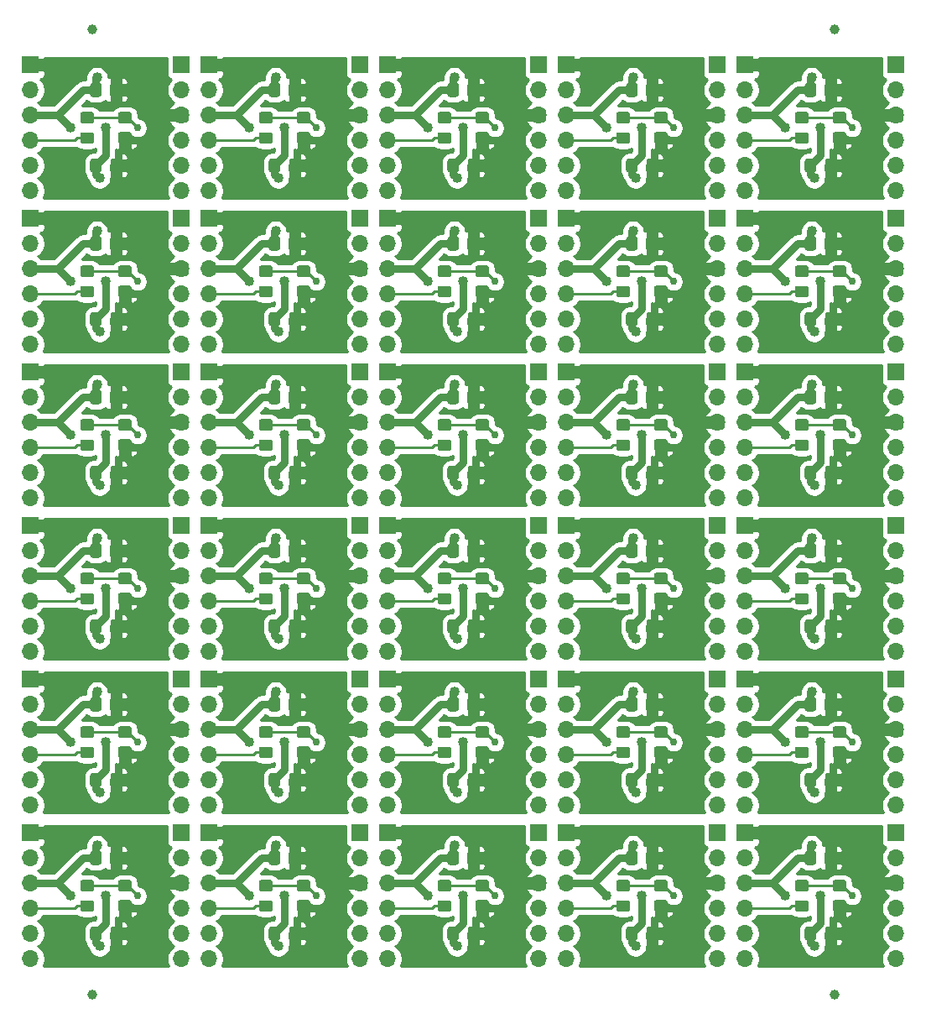
<source format=gbl>
G04 #@! TF.GenerationSoftware,KiCad,Pcbnew,(5.1.5)-3*
G04 #@! TF.CreationDate,2019-12-30T22:26:53-08:00*
G04 #@! TF.ProjectId,hc05-adapter-panel,68633035-2d61-4646-9170-7465722d7061,A*
G04 #@! TF.SameCoordinates,Original*
G04 #@! TF.FileFunction,Copper,L2,Bot*
G04 #@! TF.FilePolarity,Positive*
%FSLAX46Y46*%
G04 Gerber Fmt 4.6, Leading zero omitted, Abs format (unit mm)*
G04 Created by KiCad (PCBNEW (5.1.5)-3) date 2019-12-30 22:26:53*
%MOMM*%
%LPD*%
G04 APERTURE LIST*
%ADD10C,1.000000*%
%ADD11C,0.100000*%
%ADD12R,1.700000X1.700000*%
%ADD13O,1.700000X1.700000*%
%ADD14C,1.016000*%
%ADD15C,0.762000*%
%ADD16C,0.762000*%
%ADD17C,0.254000*%
G04 APERTURE END LIST*
D10*
X107823000Y-41338500D03*
X182753000Y-41338500D03*
X182753000Y-138747500D03*
X107823000Y-138747500D03*
G04 #@! TA.AperFunction,SMDPad,CuDef*
D11*
G36*
X108548005Y-54415704D02*
G01*
X108572273Y-54419304D01*
X108596072Y-54425265D01*
X108619171Y-54433530D01*
X108641350Y-54444020D01*
X108662393Y-54456632D01*
X108682099Y-54471247D01*
X108700277Y-54487723D01*
X108716753Y-54505901D01*
X108731368Y-54525607D01*
X108743980Y-54546650D01*
X108754470Y-54568829D01*
X108762735Y-54591928D01*
X108768696Y-54615727D01*
X108772296Y-54639995D01*
X108773500Y-54664499D01*
X108773500Y-55564501D01*
X108772296Y-55589005D01*
X108768696Y-55613273D01*
X108762735Y-55637072D01*
X108754470Y-55660171D01*
X108743980Y-55682350D01*
X108731368Y-55703393D01*
X108716753Y-55723099D01*
X108700277Y-55741277D01*
X108682099Y-55757753D01*
X108662393Y-55772368D01*
X108641350Y-55784980D01*
X108619171Y-55795470D01*
X108596072Y-55803735D01*
X108572273Y-55809696D01*
X108548005Y-55813296D01*
X108523501Y-55814500D01*
X107873499Y-55814500D01*
X107848995Y-55813296D01*
X107824727Y-55809696D01*
X107800928Y-55803735D01*
X107777829Y-55795470D01*
X107755650Y-55784980D01*
X107734607Y-55772368D01*
X107714901Y-55757753D01*
X107696723Y-55741277D01*
X107680247Y-55723099D01*
X107665632Y-55703393D01*
X107653020Y-55682350D01*
X107642530Y-55660171D01*
X107634265Y-55637072D01*
X107628304Y-55613273D01*
X107624704Y-55589005D01*
X107623500Y-55564501D01*
X107623500Y-54664499D01*
X107624704Y-54639995D01*
X107628304Y-54615727D01*
X107634265Y-54591928D01*
X107642530Y-54568829D01*
X107653020Y-54546650D01*
X107665632Y-54525607D01*
X107680247Y-54505901D01*
X107696723Y-54487723D01*
X107714901Y-54471247D01*
X107734607Y-54456632D01*
X107755650Y-54444020D01*
X107777829Y-54433530D01*
X107800928Y-54425265D01*
X107824727Y-54419304D01*
X107848995Y-54415704D01*
X107873499Y-54414500D01*
X108523501Y-54414500D01*
X108548005Y-54415704D01*
G37*
G04 #@! TD.AperFunction*
G04 #@! TA.AperFunction,SMDPad,CuDef*
G36*
X110598005Y-54415704D02*
G01*
X110622273Y-54419304D01*
X110646072Y-54425265D01*
X110669171Y-54433530D01*
X110691350Y-54444020D01*
X110712393Y-54456632D01*
X110732099Y-54471247D01*
X110750277Y-54487723D01*
X110766753Y-54505901D01*
X110781368Y-54525607D01*
X110793980Y-54546650D01*
X110804470Y-54568829D01*
X110812735Y-54591928D01*
X110818696Y-54615727D01*
X110822296Y-54639995D01*
X110823500Y-54664499D01*
X110823500Y-55564501D01*
X110822296Y-55589005D01*
X110818696Y-55613273D01*
X110812735Y-55637072D01*
X110804470Y-55660171D01*
X110793980Y-55682350D01*
X110781368Y-55703393D01*
X110766753Y-55723099D01*
X110750277Y-55741277D01*
X110732099Y-55757753D01*
X110712393Y-55772368D01*
X110691350Y-55784980D01*
X110669171Y-55795470D01*
X110646072Y-55803735D01*
X110622273Y-55809696D01*
X110598005Y-55813296D01*
X110573501Y-55814500D01*
X109923499Y-55814500D01*
X109898995Y-55813296D01*
X109874727Y-55809696D01*
X109850928Y-55803735D01*
X109827829Y-55795470D01*
X109805650Y-55784980D01*
X109784607Y-55772368D01*
X109764901Y-55757753D01*
X109746723Y-55741277D01*
X109730247Y-55723099D01*
X109715632Y-55703393D01*
X109703020Y-55682350D01*
X109692530Y-55660171D01*
X109684265Y-55637072D01*
X109678304Y-55613273D01*
X109674704Y-55589005D01*
X109673500Y-55564501D01*
X109673500Y-54664499D01*
X109674704Y-54639995D01*
X109678304Y-54615727D01*
X109684265Y-54591928D01*
X109692530Y-54568829D01*
X109703020Y-54546650D01*
X109715632Y-54525607D01*
X109730247Y-54505901D01*
X109746723Y-54487723D01*
X109764901Y-54471247D01*
X109784607Y-54456632D01*
X109805650Y-54444020D01*
X109827829Y-54433530D01*
X109850928Y-54425265D01*
X109874727Y-54419304D01*
X109898995Y-54415704D01*
X109923499Y-54414500D01*
X110573501Y-54414500D01*
X110598005Y-54415704D01*
G37*
G04 #@! TD.AperFunction*
G04 #@! TA.AperFunction,SMDPad,CuDef*
G36*
X108548005Y-85403704D02*
G01*
X108572273Y-85407304D01*
X108596072Y-85413265D01*
X108619171Y-85421530D01*
X108641350Y-85432020D01*
X108662393Y-85444632D01*
X108682099Y-85459247D01*
X108700277Y-85475723D01*
X108716753Y-85493901D01*
X108731368Y-85513607D01*
X108743980Y-85534650D01*
X108754470Y-85556829D01*
X108762735Y-85579928D01*
X108768696Y-85603727D01*
X108772296Y-85627995D01*
X108773500Y-85652499D01*
X108773500Y-86552501D01*
X108772296Y-86577005D01*
X108768696Y-86601273D01*
X108762735Y-86625072D01*
X108754470Y-86648171D01*
X108743980Y-86670350D01*
X108731368Y-86691393D01*
X108716753Y-86711099D01*
X108700277Y-86729277D01*
X108682099Y-86745753D01*
X108662393Y-86760368D01*
X108641350Y-86772980D01*
X108619171Y-86783470D01*
X108596072Y-86791735D01*
X108572273Y-86797696D01*
X108548005Y-86801296D01*
X108523501Y-86802500D01*
X107873499Y-86802500D01*
X107848995Y-86801296D01*
X107824727Y-86797696D01*
X107800928Y-86791735D01*
X107777829Y-86783470D01*
X107755650Y-86772980D01*
X107734607Y-86760368D01*
X107714901Y-86745753D01*
X107696723Y-86729277D01*
X107680247Y-86711099D01*
X107665632Y-86691393D01*
X107653020Y-86670350D01*
X107642530Y-86648171D01*
X107634265Y-86625072D01*
X107628304Y-86601273D01*
X107624704Y-86577005D01*
X107623500Y-86552501D01*
X107623500Y-85652499D01*
X107624704Y-85627995D01*
X107628304Y-85603727D01*
X107634265Y-85579928D01*
X107642530Y-85556829D01*
X107653020Y-85534650D01*
X107665632Y-85513607D01*
X107680247Y-85493901D01*
X107696723Y-85475723D01*
X107714901Y-85459247D01*
X107734607Y-85444632D01*
X107755650Y-85432020D01*
X107777829Y-85421530D01*
X107800928Y-85413265D01*
X107824727Y-85407304D01*
X107848995Y-85403704D01*
X107873499Y-85402500D01*
X108523501Y-85402500D01*
X108548005Y-85403704D01*
G37*
G04 #@! TD.AperFunction*
G04 #@! TA.AperFunction,SMDPad,CuDef*
G36*
X110598005Y-85403704D02*
G01*
X110622273Y-85407304D01*
X110646072Y-85413265D01*
X110669171Y-85421530D01*
X110691350Y-85432020D01*
X110712393Y-85444632D01*
X110732099Y-85459247D01*
X110750277Y-85475723D01*
X110766753Y-85493901D01*
X110781368Y-85513607D01*
X110793980Y-85534650D01*
X110804470Y-85556829D01*
X110812735Y-85579928D01*
X110818696Y-85603727D01*
X110822296Y-85627995D01*
X110823500Y-85652499D01*
X110823500Y-86552501D01*
X110822296Y-86577005D01*
X110818696Y-86601273D01*
X110812735Y-86625072D01*
X110804470Y-86648171D01*
X110793980Y-86670350D01*
X110781368Y-86691393D01*
X110766753Y-86711099D01*
X110750277Y-86729277D01*
X110732099Y-86745753D01*
X110712393Y-86760368D01*
X110691350Y-86772980D01*
X110669171Y-86783470D01*
X110646072Y-86791735D01*
X110622273Y-86797696D01*
X110598005Y-86801296D01*
X110573501Y-86802500D01*
X109923499Y-86802500D01*
X109898995Y-86801296D01*
X109874727Y-86797696D01*
X109850928Y-86791735D01*
X109827829Y-86783470D01*
X109805650Y-86772980D01*
X109784607Y-86760368D01*
X109764901Y-86745753D01*
X109746723Y-86729277D01*
X109730247Y-86711099D01*
X109715632Y-86691393D01*
X109703020Y-86670350D01*
X109692530Y-86648171D01*
X109684265Y-86625072D01*
X109678304Y-86601273D01*
X109674704Y-86577005D01*
X109673500Y-86552501D01*
X109673500Y-85652499D01*
X109674704Y-85627995D01*
X109678304Y-85603727D01*
X109684265Y-85579928D01*
X109692530Y-85556829D01*
X109703020Y-85534650D01*
X109715632Y-85513607D01*
X109730247Y-85493901D01*
X109746723Y-85475723D01*
X109764901Y-85459247D01*
X109784607Y-85444632D01*
X109805650Y-85432020D01*
X109827829Y-85421530D01*
X109850928Y-85413265D01*
X109874727Y-85407304D01*
X109898995Y-85403704D01*
X109923499Y-85402500D01*
X110573501Y-85402500D01*
X110598005Y-85403704D01*
G37*
G04 #@! TD.AperFunction*
G04 #@! TA.AperFunction,SMDPad,CuDef*
G36*
X108548005Y-46795704D02*
G01*
X108572273Y-46799304D01*
X108596072Y-46805265D01*
X108619171Y-46813530D01*
X108641350Y-46824020D01*
X108662393Y-46836632D01*
X108682099Y-46851247D01*
X108700277Y-46867723D01*
X108716753Y-46885901D01*
X108731368Y-46905607D01*
X108743980Y-46926650D01*
X108754470Y-46948829D01*
X108762735Y-46971928D01*
X108768696Y-46995727D01*
X108772296Y-47019995D01*
X108773500Y-47044499D01*
X108773500Y-47944501D01*
X108772296Y-47969005D01*
X108768696Y-47993273D01*
X108762735Y-48017072D01*
X108754470Y-48040171D01*
X108743980Y-48062350D01*
X108731368Y-48083393D01*
X108716753Y-48103099D01*
X108700277Y-48121277D01*
X108682099Y-48137753D01*
X108662393Y-48152368D01*
X108641350Y-48164980D01*
X108619171Y-48175470D01*
X108596072Y-48183735D01*
X108572273Y-48189696D01*
X108548005Y-48193296D01*
X108523501Y-48194500D01*
X107873499Y-48194500D01*
X107848995Y-48193296D01*
X107824727Y-48189696D01*
X107800928Y-48183735D01*
X107777829Y-48175470D01*
X107755650Y-48164980D01*
X107734607Y-48152368D01*
X107714901Y-48137753D01*
X107696723Y-48121277D01*
X107680247Y-48103099D01*
X107665632Y-48083393D01*
X107653020Y-48062350D01*
X107642530Y-48040171D01*
X107634265Y-48017072D01*
X107628304Y-47993273D01*
X107624704Y-47969005D01*
X107623500Y-47944501D01*
X107623500Y-47044499D01*
X107624704Y-47019995D01*
X107628304Y-46995727D01*
X107634265Y-46971928D01*
X107642530Y-46948829D01*
X107653020Y-46926650D01*
X107665632Y-46905607D01*
X107680247Y-46885901D01*
X107696723Y-46867723D01*
X107714901Y-46851247D01*
X107734607Y-46836632D01*
X107755650Y-46824020D01*
X107777829Y-46813530D01*
X107800928Y-46805265D01*
X107824727Y-46799304D01*
X107848995Y-46795704D01*
X107873499Y-46794500D01*
X108523501Y-46794500D01*
X108548005Y-46795704D01*
G37*
G04 #@! TD.AperFunction*
G04 #@! TA.AperFunction,SMDPad,CuDef*
G36*
X110598005Y-46795704D02*
G01*
X110622273Y-46799304D01*
X110646072Y-46805265D01*
X110669171Y-46813530D01*
X110691350Y-46824020D01*
X110712393Y-46836632D01*
X110732099Y-46851247D01*
X110750277Y-46867723D01*
X110766753Y-46885901D01*
X110781368Y-46905607D01*
X110793980Y-46926650D01*
X110804470Y-46948829D01*
X110812735Y-46971928D01*
X110818696Y-46995727D01*
X110822296Y-47019995D01*
X110823500Y-47044499D01*
X110823500Y-47944501D01*
X110822296Y-47969005D01*
X110818696Y-47993273D01*
X110812735Y-48017072D01*
X110804470Y-48040171D01*
X110793980Y-48062350D01*
X110781368Y-48083393D01*
X110766753Y-48103099D01*
X110750277Y-48121277D01*
X110732099Y-48137753D01*
X110712393Y-48152368D01*
X110691350Y-48164980D01*
X110669171Y-48175470D01*
X110646072Y-48183735D01*
X110622273Y-48189696D01*
X110598005Y-48193296D01*
X110573501Y-48194500D01*
X109923499Y-48194500D01*
X109898995Y-48193296D01*
X109874727Y-48189696D01*
X109850928Y-48183735D01*
X109827829Y-48175470D01*
X109805650Y-48164980D01*
X109784607Y-48152368D01*
X109764901Y-48137753D01*
X109746723Y-48121277D01*
X109730247Y-48103099D01*
X109715632Y-48083393D01*
X109703020Y-48062350D01*
X109692530Y-48040171D01*
X109684265Y-48017072D01*
X109678304Y-47993273D01*
X109674704Y-47969005D01*
X109673500Y-47944501D01*
X109673500Y-47044499D01*
X109674704Y-47019995D01*
X109678304Y-46995727D01*
X109684265Y-46971928D01*
X109692530Y-46948829D01*
X109703020Y-46926650D01*
X109715632Y-46905607D01*
X109730247Y-46885901D01*
X109746723Y-46867723D01*
X109764901Y-46851247D01*
X109784607Y-46836632D01*
X109805650Y-46824020D01*
X109827829Y-46813530D01*
X109850928Y-46805265D01*
X109874727Y-46799304D01*
X109898995Y-46795704D01*
X109923499Y-46794500D01*
X110573501Y-46794500D01*
X110598005Y-46795704D01*
G37*
G04 #@! TD.AperFunction*
G04 #@! TA.AperFunction,SMDPad,CuDef*
G36*
X108548005Y-77783704D02*
G01*
X108572273Y-77787304D01*
X108596072Y-77793265D01*
X108619171Y-77801530D01*
X108641350Y-77812020D01*
X108662393Y-77824632D01*
X108682099Y-77839247D01*
X108700277Y-77855723D01*
X108716753Y-77873901D01*
X108731368Y-77893607D01*
X108743980Y-77914650D01*
X108754470Y-77936829D01*
X108762735Y-77959928D01*
X108768696Y-77983727D01*
X108772296Y-78007995D01*
X108773500Y-78032499D01*
X108773500Y-78932501D01*
X108772296Y-78957005D01*
X108768696Y-78981273D01*
X108762735Y-79005072D01*
X108754470Y-79028171D01*
X108743980Y-79050350D01*
X108731368Y-79071393D01*
X108716753Y-79091099D01*
X108700277Y-79109277D01*
X108682099Y-79125753D01*
X108662393Y-79140368D01*
X108641350Y-79152980D01*
X108619171Y-79163470D01*
X108596072Y-79171735D01*
X108572273Y-79177696D01*
X108548005Y-79181296D01*
X108523501Y-79182500D01*
X107873499Y-79182500D01*
X107848995Y-79181296D01*
X107824727Y-79177696D01*
X107800928Y-79171735D01*
X107777829Y-79163470D01*
X107755650Y-79152980D01*
X107734607Y-79140368D01*
X107714901Y-79125753D01*
X107696723Y-79109277D01*
X107680247Y-79091099D01*
X107665632Y-79071393D01*
X107653020Y-79050350D01*
X107642530Y-79028171D01*
X107634265Y-79005072D01*
X107628304Y-78981273D01*
X107624704Y-78957005D01*
X107623500Y-78932501D01*
X107623500Y-78032499D01*
X107624704Y-78007995D01*
X107628304Y-77983727D01*
X107634265Y-77959928D01*
X107642530Y-77936829D01*
X107653020Y-77914650D01*
X107665632Y-77893607D01*
X107680247Y-77873901D01*
X107696723Y-77855723D01*
X107714901Y-77839247D01*
X107734607Y-77824632D01*
X107755650Y-77812020D01*
X107777829Y-77801530D01*
X107800928Y-77793265D01*
X107824727Y-77787304D01*
X107848995Y-77783704D01*
X107873499Y-77782500D01*
X108523501Y-77782500D01*
X108548005Y-77783704D01*
G37*
G04 #@! TD.AperFunction*
G04 #@! TA.AperFunction,SMDPad,CuDef*
G36*
X110598005Y-77783704D02*
G01*
X110622273Y-77787304D01*
X110646072Y-77793265D01*
X110669171Y-77801530D01*
X110691350Y-77812020D01*
X110712393Y-77824632D01*
X110732099Y-77839247D01*
X110750277Y-77855723D01*
X110766753Y-77873901D01*
X110781368Y-77893607D01*
X110793980Y-77914650D01*
X110804470Y-77936829D01*
X110812735Y-77959928D01*
X110818696Y-77983727D01*
X110822296Y-78007995D01*
X110823500Y-78032499D01*
X110823500Y-78932501D01*
X110822296Y-78957005D01*
X110818696Y-78981273D01*
X110812735Y-79005072D01*
X110804470Y-79028171D01*
X110793980Y-79050350D01*
X110781368Y-79071393D01*
X110766753Y-79091099D01*
X110750277Y-79109277D01*
X110732099Y-79125753D01*
X110712393Y-79140368D01*
X110691350Y-79152980D01*
X110669171Y-79163470D01*
X110646072Y-79171735D01*
X110622273Y-79177696D01*
X110598005Y-79181296D01*
X110573501Y-79182500D01*
X109923499Y-79182500D01*
X109898995Y-79181296D01*
X109874727Y-79177696D01*
X109850928Y-79171735D01*
X109827829Y-79163470D01*
X109805650Y-79152980D01*
X109784607Y-79140368D01*
X109764901Y-79125753D01*
X109746723Y-79109277D01*
X109730247Y-79091099D01*
X109715632Y-79071393D01*
X109703020Y-79050350D01*
X109692530Y-79028171D01*
X109684265Y-79005072D01*
X109678304Y-78981273D01*
X109674704Y-78957005D01*
X109673500Y-78932501D01*
X109673500Y-78032499D01*
X109674704Y-78007995D01*
X109678304Y-77983727D01*
X109684265Y-77959928D01*
X109692530Y-77936829D01*
X109703020Y-77914650D01*
X109715632Y-77893607D01*
X109730247Y-77873901D01*
X109746723Y-77855723D01*
X109764901Y-77839247D01*
X109784607Y-77824632D01*
X109805650Y-77812020D01*
X109827829Y-77801530D01*
X109850928Y-77793265D01*
X109874727Y-77787304D01*
X109898995Y-77783704D01*
X109923499Y-77782500D01*
X110573501Y-77782500D01*
X110598005Y-77783704D01*
G37*
G04 #@! TD.AperFunction*
G04 #@! TA.AperFunction,SMDPad,CuDef*
G36*
X107793005Y-51755704D02*
G01*
X107817273Y-51759304D01*
X107841072Y-51765265D01*
X107864171Y-51773530D01*
X107886350Y-51784020D01*
X107907393Y-51796632D01*
X107927099Y-51811247D01*
X107945277Y-51827723D01*
X107961753Y-51845901D01*
X107976368Y-51865607D01*
X107988980Y-51886650D01*
X107999470Y-51908829D01*
X108007735Y-51931928D01*
X108013696Y-51955727D01*
X108017296Y-51979995D01*
X108018500Y-52004499D01*
X108018500Y-52654501D01*
X108017296Y-52679005D01*
X108013696Y-52703273D01*
X108007735Y-52727072D01*
X107999470Y-52750171D01*
X107988980Y-52772350D01*
X107976368Y-52793393D01*
X107961753Y-52813099D01*
X107945277Y-52831277D01*
X107927099Y-52847753D01*
X107907393Y-52862368D01*
X107886350Y-52874980D01*
X107864171Y-52885470D01*
X107841072Y-52893735D01*
X107817273Y-52899696D01*
X107793005Y-52903296D01*
X107768501Y-52904500D01*
X106868499Y-52904500D01*
X106843995Y-52903296D01*
X106819727Y-52899696D01*
X106795928Y-52893735D01*
X106772829Y-52885470D01*
X106750650Y-52874980D01*
X106729607Y-52862368D01*
X106709901Y-52847753D01*
X106691723Y-52831277D01*
X106675247Y-52813099D01*
X106660632Y-52793393D01*
X106648020Y-52772350D01*
X106637530Y-52750171D01*
X106629265Y-52727072D01*
X106623304Y-52703273D01*
X106619704Y-52679005D01*
X106618500Y-52654501D01*
X106618500Y-52004499D01*
X106619704Y-51979995D01*
X106623304Y-51955727D01*
X106629265Y-51931928D01*
X106637530Y-51908829D01*
X106648020Y-51886650D01*
X106660632Y-51865607D01*
X106675247Y-51845901D01*
X106691723Y-51827723D01*
X106709901Y-51811247D01*
X106729607Y-51796632D01*
X106750650Y-51784020D01*
X106772829Y-51773530D01*
X106795928Y-51765265D01*
X106819727Y-51759304D01*
X106843995Y-51755704D01*
X106868499Y-51754500D01*
X107768501Y-51754500D01*
X107793005Y-51755704D01*
G37*
G04 #@! TD.AperFunction*
G04 #@! TA.AperFunction,SMDPad,CuDef*
G36*
X107793005Y-49705704D02*
G01*
X107817273Y-49709304D01*
X107841072Y-49715265D01*
X107864171Y-49723530D01*
X107886350Y-49734020D01*
X107907393Y-49746632D01*
X107927099Y-49761247D01*
X107945277Y-49777723D01*
X107961753Y-49795901D01*
X107976368Y-49815607D01*
X107988980Y-49836650D01*
X107999470Y-49858829D01*
X108007735Y-49881928D01*
X108013696Y-49905727D01*
X108017296Y-49929995D01*
X108018500Y-49954499D01*
X108018500Y-50604501D01*
X108017296Y-50629005D01*
X108013696Y-50653273D01*
X108007735Y-50677072D01*
X107999470Y-50700171D01*
X107988980Y-50722350D01*
X107976368Y-50743393D01*
X107961753Y-50763099D01*
X107945277Y-50781277D01*
X107927099Y-50797753D01*
X107907393Y-50812368D01*
X107886350Y-50824980D01*
X107864171Y-50835470D01*
X107841072Y-50843735D01*
X107817273Y-50849696D01*
X107793005Y-50853296D01*
X107768501Y-50854500D01*
X106868499Y-50854500D01*
X106843995Y-50853296D01*
X106819727Y-50849696D01*
X106795928Y-50843735D01*
X106772829Y-50835470D01*
X106750650Y-50824980D01*
X106729607Y-50812368D01*
X106709901Y-50797753D01*
X106691723Y-50781277D01*
X106675247Y-50763099D01*
X106660632Y-50743393D01*
X106648020Y-50722350D01*
X106637530Y-50700171D01*
X106629265Y-50677072D01*
X106623304Y-50653273D01*
X106619704Y-50629005D01*
X106618500Y-50604501D01*
X106618500Y-49954499D01*
X106619704Y-49929995D01*
X106623304Y-49905727D01*
X106629265Y-49881928D01*
X106637530Y-49858829D01*
X106648020Y-49836650D01*
X106660632Y-49815607D01*
X106675247Y-49795901D01*
X106691723Y-49777723D01*
X106709901Y-49761247D01*
X106729607Y-49746632D01*
X106750650Y-49734020D01*
X106772829Y-49723530D01*
X106795928Y-49715265D01*
X106819727Y-49709304D01*
X106843995Y-49705704D01*
X106868499Y-49704500D01*
X107768501Y-49704500D01*
X107793005Y-49705704D01*
G37*
G04 #@! TD.AperFunction*
G04 #@! TA.AperFunction,SMDPad,CuDef*
G36*
X107793005Y-82743704D02*
G01*
X107817273Y-82747304D01*
X107841072Y-82753265D01*
X107864171Y-82761530D01*
X107886350Y-82772020D01*
X107907393Y-82784632D01*
X107927099Y-82799247D01*
X107945277Y-82815723D01*
X107961753Y-82833901D01*
X107976368Y-82853607D01*
X107988980Y-82874650D01*
X107999470Y-82896829D01*
X108007735Y-82919928D01*
X108013696Y-82943727D01*
X108017296Y-82967995D01*
X108018500Y-82992499D01*
X108018500Y-83642501D01*
X108017296Y-83667005D01*
X108013696Y-83691273D01*
X108007735Y-83715072D01*
X107999470Y-83738171D01*
X107988980Y-83760350D01*
X107976368Y-83781393D01*
X107961753Y-83801099D01*
X107945277Y-83819277D01*
X107927099Y-83835753D01*
X107907393Y-83850368D01*
X107886350Y-83862980D01*
X107864171Y-83873470D01*
X107841072Y-83881735D01*
X107817273Y-83887696D01*
X107793005Y-83891296D01*
X107768501Y-83892500D01*
X106868499Y-83892500D01*
X106843995Y-83891296D01*
X106819727Y-83887696D01*
X106795928Y-83881735D01*
X106772829Y-83873470D01*
X106750650Y-83862980D01*
X106729607Y-83850368D01*
X106709901Y-83835753D01*
X106691723Y-83819277D01*
X106675247Y-83801099D01*
X106660632Y-83781393D01*
X106648020Y-83760350D01*
X106637530Y-83738171D01*
X106629265Y-83715072D01*
X106623304Y-83691273D01*
X106619704Y-83667005D01*
X106618500Y-83642501D01*
X106618500Y-82992499D01*
X106619704Y-82967995D01*
X106623304Y-82943727D01*
X106629265Y-82919928D01*
X106637530Y-82896829D01*
X106648020Y-82874650D01*
X106660632Y-82853607D01*
X106675247Y-82833901D01*
X106691723Y-82815723D01*
X106709901Y-82799247D01*
X106729607Y-82784632D01*
X106750650Y-82772020D01*
X106772829Y-82761530D01*
X106795928Y-82753265D01*
X106819727Y-82747304D01*
X106843995Y-82743704D01*
X106868499Y-82742500D01*
X107768501Y-82742500D01*
X107793005Y-82743704D01*
G37*
G04 #@! TD.AperFunction*
G04 #@! TA.AperFunction,SMDPad,CuDef*
G36*
X107793005Y-80693704D02*
G01*
X107817273Y-80697304D01*
X107841072Y-80703265D01*
X107864171Y-80711530D01*
X107886350Y-80722020D01*
X107907393Y-80734632D01*
X107927099Y-80749247D01*
X107945277Y-80765723D01*
X107961753Y-80783901D01*
X107976368Y-80803607D01*
X107988980Y-80824650D01*
X107999470Y-80846829D01*
X108007735Y-80869928D01*
X108013696Y-80893727D01*
X108017296Y-80917995D01*
X108018500Y-80942499D01*
X108018500Y-81592501D01*
X108017296Y-81617005D01*
X108013696Y-81641273D01*
X108007735Y-81665072D01*
X107999470Y-81688171D01*
X107988980Y-81710350D01*
X107976368Y-81731393D01*
X107961753Y-81751099D01*
X107945277Y-81769277D01*
X107927099Y-81785753D01*
X107907393Y-81800368D01*
X107886350Y-81812980D01*
X107864171Y-81823470D01*
X107841072Y-81831735D01*
X107817273Y-81837696D01*
X107793005Y-81841296D01*
X107768501Y-81842500D01*
X106868499Y-81842500D01*
X106843995Y-81841296D01*
X106819727Y-81837696D01*
X106795928Y-81831735D01*
X106772829Y-81823470D01*
X106750650Y-81812980D01*
X106729607Y-81800368D01*
X106709901Y-81785753D01*
X106691723Y-81769277D01*
X106675247Y-81751099D01*
X106660632Y-81731393D01*
X106648020Y-81710350D01*
X106637530Y-81688171D01*
X106629265Y-81665072D01*
X106623304Y-81641273D01*
X106619704Y-81617005D01*
X106618500Y-81592501D01*
X106618500Y-80942499D01*
X106619704Y-80917995D01*
X106623304Y-80893727D01*
X106629265Y-80869928D01*
X106637530Y-80846829D01*
X106648020Y-80824650D01*
X106660632Y-80803607D01*
X106675247Y-80783901D01*
X106691723Y-80765723D01*
X106709901Y-80749247D01*
X106729607Y-80734632D01*
X106750650Y-80722020D01*
X106772829Y-80711530D01*
X106795928Y-80703265D01*
X106819727Y-80697304D01*
X106843995Y-80693704D01*
X106868499Y-80692500D01*
X107768501Y-80692500D01*
X107793005Y-80693704D01*
G37*
G04 #@! TD.AperFunction*
D12*
X101600000Y-44958000D03*
D13*
X101600000Y-47498000D03*
X101600000Y-50038000D03*
X101600000Y-52578000D03*
X101600000Y-55118000D03*
X101600000Y-57658000D03*
D12*
X101600000Y-75946000D03*
D13*
X101600000Y-78486000D03*
X101600000Y-81026000D03*
X101600000Y-83566000D03*
X101600000Y-86106000D03*
X101600000Y-88646000D03*
G04 #@! TA.AperFunction,SMDPad,CuDef*
D11*
G36*
X111603005Y-49705704D02*
G01*
X111627273Y-49709304D01*
X111651072Y-49715265D01*
X111674171Y-49723530D01*
X111696350Y-49734020D01*
X111717393Y-49746632D01*
X111737099Y-49761247D01*
X111755277Y-49777723D01*
X111771753Y-49795901D01*
X111786368Y-49815607D01*
X111798980Y-49836650D01*
X111809470Y-49858829D01*
X111817735Y-49881928D01*
X111823696Y-49905727D01*
X111827296Y-49929995D01*
X111828500Y-49954499D01*
X111828500Y-50604501D01*
X111827296Y-50629005D01*
X111823696Y-50653273D01*
X111817735Y-50677072D01*
X111809470Y-50700171D01*
X111798980Y-50722350D01*
X111786368Y-50743393D01*
X111771753Y-50763099D01*
X111755277Y-50781277D01*
X111737099Y-50797753D01*
X111717393Y-50812368D01*
X111696350Y-50824980D01*
X111674171Y-50835470D01*
X111651072Y-50843735D01*
X111627273Y-50849696D01*
X111603005Y-50853296D01*
X111578501Y-50854500D01*
X110678499Y-50854500D01*
X110653995Y-50853296D01*
X110629727Y-50849696D01*
X110605928Y-50843735D01*
X110582829Y-50835470D01*
X110560650Y-50824980D01*
X110539607Y-50812368D01*
X110519901Y-50797753D01*
X110501723Y-50781277D01*
X110485247Y-50763099D01*
X110470632Y-50743393D01*
X110458020Y-50722350D01*
X110447530Y-50700171D01*
X110439265Y-50677072D01*
X110433304Y-50653273D01*
X110429704Y-50629005D01*
X110428500Y-50604501D01*
X110428500Y-49954499D01*
X110429704Y-49929995D01*
X110433304Y-49905727D01*
X110439265Y-49881928D01*
X110447530Y-49858829D01*
X110458020Y-49836650D01*
X110470632Y-49815607D01*
X110485247Y-49795901D01*
X110501723Y-49777723D01*
X110519901Y-49761247D01*
X110539607Y-49746632D01*
X110560650Y-49734020D01*
X110582829Y-49723530D01*
X110605928Y-49715265D01*
X110629727Y-49709304D01*
X110653995Y-49705704D01*
X110678499Y-49704500D01*
X111578501Y-49704500D01*
X111603005Y-49705704D01*
G37*
G04 #@! TD.AperFunction*
G04 #@! TA.AperFunction,SMDPad,CuDef*
G36*
X111603005Y-51755704D02*
G01*
X111627273Y-51759304D01*
X111651072Y-51765265D01*
X111674171Y-51773530D01*
X111696350Y-51784020D01*
X111717393Y-51796632D01*
X111737099Y-51811247D01*
X111755277Y-51827723D01*
X111771753Y-51845901D01*
X111786368Y-51865607D01*
X111798980Y-51886650D01*
X111809470Y-51908829D01*
X111817735Y-51931928D01*
X111823696Y-51955727D01*
X111827296Y-51979995D01*
X111828500Y-52004499D01*
X111828500Y-52654501D01*
X111827296Y-52679005D01*
X111823696Y-52703273D01*
X111817735Y-52727072D01*
X111809470Y-52750171D01*
X111798980Y-52772350D01*
X111786368Y-52793393D01*
X111771753Y-52813099D01*
X111755277Y-52831277D01*
X111737099Y-52847753D01*
X111717393Y-52862368D01*
X111696350Y-52874980D01*
X111674171Y-52885470D01*
X111651072Y-52893735D01*
X111627273Y-52899696D01*
X111603005Y-52903296D01*
X111578501Y-52904500D01*
X110678499Y-52904500D01*
X110653995Y-52903296D01*
X110629727Y-52899696D01*
X110605928Y-52893735D01*
X110582829Y-52885470D01*
X110560650Y-52874980D01*
X110539607Y-52862368D01*
X110519901Y-52847753D01*
X110501723Y-52831277D01*
X110485247Y-52813099D01*
X110470632Y-52793393D01*
X110458020Y-52772350D01*
X110447530Y-52750171D01*
X110439265Y-52727072D01*
X110433304Y-52703273D01*
X110429704Y-52679005D01*
X110428500Y-52654501D01*
X110428500Y-52004499D01*
X110429704Y-51979995D01*
X110433304Y-51955727D01*
X110439265Y-51931928D01*
X110447530Y-51908829D01*
X110458020Y-51886650D01*
X110470632Y-51865607D01*
X110485247Y-51845901D01*
X110501723Y-51827723D01*
X110519901Y-51811247D01*
X110539607Y-51796632D01*
X110560650Y-51784020D01*
X110582829Y-51773530D01*
X110605928Y-51765265D01*
X110629727Y-51759304D01*
X110653995Y-51755704D01*
X110678499Y-51754500D01*
X111578501Y-51754500D01*
X111603005Y-51755704D01*
G37*
G04 #@! TD.AperFunction*
G04 #@! TA.AperFunction,SMDPad,CuDef*
G36*
X111603005Y-80693704D02*
G01*
X111627273Y-80697304D01*
X111651072Y-80703265D01*
X111674171Y-80711530D01*
X111696350Y-80722020D01*
X111717393Y-80734632D01*
X111737099Y-80749247D01*
X111755277Y-80765723D01*
X111771753Y-80783901D01*
X111786368Y-80803607D01*
X111798980Y-80824650D01*
X111809470Y-80846829D01*
X111817735Y-80869928D01*
X111823696Y-80893727D01*
X111827296Y-80917995D01*
X111828500Y-80942499D01*
X111828500Y-81592501D01*
X111827296Y-81617005D01*
X111823696Y-81641273D01*
X111817735Y-81665072D01*
X111809470Y-81688171D01*
X111798980Y-81710350D01*
X111786368Y-81731393D01*
X111771753Y-81751099D01*
X111755277Y-81769277D01*
X111737099Y-81785753D01*
X111717393Y-81800368D01*
X111696350Y-81812980D01*
X111674171Y-81823470D01*
X111651072Y-81831735D01*
X111627273Y-81837696D01*
X111603005Y-81841296D01*
X111578501Y-81842500D01*
X110678499Y-81842500D01*
X110653995Y-81841296D01*
X110629727Y-81837696D01*
X110605928Y-81831735D01*
X110582829Y-81823470D01*
X110560650Y-81812980D01*
X110539607Y-81800368D01*
X110519901Y-81785753D01*
X110501723Y-81769277D01*
X110485247Y-81751099D01*
X110470632Y-81731393D01*
X110458020Y-81710350D01*
X110447530Y-81688171D01*
X110439265Y-81665072D01*
X110433304Y-81641273D01*
X110429704Y-81617005D01*
X110428500Y-81592501D01*
X110428500Y-80942499D01*
X110429704Y-80917995D01*
X110433304Y-80893727D01*
X110439265Y-80869928D01*
X110447530Y-80846829D01*
X110458020Y-80824650D01*
X110470632Y-80803607D01*
X110485247Y-80783901D01*
X110501723Y-80765723D01*
X110519901Y-80749247D01*
X110539607Y-80734632D01*
X110560650Y-80722020D01*
X110582829Y-80711530D01*
X110605928Y-80703265D01*
X110629727Y-80697304D01*
X110653995Y-80693704D01*
X110678499Y-80692500D01*
X111578501Y-80692500D01*
X111603005Y-80693704D01*
G37*
G04 #@! TD.AperFunction*
G04 #@! TA.AperFunction,SMDPad,CuDef*
G36*
X111603005Y-82743704D02*
G01*
X111627273Y-82747304D01*
X111651072Y-82753265D01*
X111674171Y-82761530D01*
X111696350Y-82772020D01*
X111717393Y-82784632D01*
X111737099Y-82799247D01*
X111755277Y-82815723D01*
X111771753Y-82833901D01*
X111786368Y-82853607D01*
X111798980Y-82874650D01*
X111809470Y-82896829D01*
X111817735Y-82919928D01*
X111823696Y-82943727D01*
X111827296Y-82967995D01*
X111828500Y-82992499D01*
X111828500Y-83642501D01*
X111827296Y-83667005D01*
X111823696Y-83691273D01*
X111817735Y-83715072D01*
X111809470Y-83738171D01*
X111798980Y-83760350D01*
X111786368Y-83781393D01*
X111771753Y-83801099D01*
X111755277Y-83819277D01*
X111737099Y-83835753D01*
X111717393Y-83850368D01*
X111696350Y-83862980D01*
X111674171Y-83873470D01*
X111651072Y-83881735D01*
X111627273Y-83887696D01*
X111603005Y-83891296D01*
X111578501Y-83892500D01*
X110678499Y-83892500D01*
X110653995Y-83891296D01*
X110629727Y-83887696D01*
X110605928Y-83881735D01*
X110582829Y-83873470D01*
X110560650Y-83862980D01*
X110539607Y-83850368D01*
X110519901Y-83835753D01*
X110501723Y-83819277D01*
X110485247Y-83801099D01*
X110470632Y-83781393D01*
X110458020Y-83760350D01*
X110447530Y-83738171D01*
X110439265Y-83715072D01*
X110433304Y-83691273D01*
X110429704Y-83667005D01*
X110428500Y-83642501D01*
X110428500Y-82992499D01*
X110429704Y-82967995D01*
X110433304Y-82943727D01*
X110439265Y-82919928D01*
X110447530Y-82896829D01*
X110458020Y-82874650D01*
X110470632Y-82853607D01*
X110485247Y-82833901D01*
X110501723Y-82815723D01*
X110519901Y-82799247D01*
X110539607Y-82784632D01*
X110560650Y-82772020D01*
X110582829Y-82761530D01*
X110605928Y-82753265D01*
X110629727Y-82747304D01*
X110653995Y-82743704D01*
X110678499Y-82742500D01*
X111578501Y-82742500D01*
X111603005Y-82743704D01*
G37*
G04 #@! TD.AperFunction*
D12*
X116840000Y-44958000D03*
D13*
X116840000Y-47498000D03*
X116840000Y-50038000D03*
X116840000Y-52578000D03*
X116840000Y-55118000D03*
X116840000Y-57658000D03*
D12*
X116840000Y-75946000D03*
D13*
X116840000Y-78486000D03*
X116840000Y-81026000D03*
X116840000Y-83566000D03*
X116840000Y-86106000D03*
X116840000Y-88646000D03*
G04 #@! TA.AperFunction,SMDPad,CuDef*
D11*
G36*
X183739005Y-51755704D02*
G01*
X183763273Y-51759304D01*
X183787072Y-51765265D01*
X183810171Y-51773530D01*
X183832350Y-51784020D01*
X183853393Y-51796632D01*
X183873099Y-51811247D01*
X183891277Y-51827723D01*
X183907753Y-51845901D01*
X183922368Y-51865607D01*
X183934980Y-51886650D01*
X183945470Y-51908829D01*
X183953735Y-51931928D01*
X183959696Y-51955727D01*
X183963296Y-51979995D01*
X183964500Y-52004499D01*
X183964500Y-52654501D01*
X183963296Y-52679005D01*
X183959696Y-52703273D01*
X183953735Y-52727072D01*
X183945470Y-52750171D01*
X183934980Y-52772350D01*
X183922368Y-52793393D01*
X183907753Y-52813099D01*
X183891277Y-52831277D01*
X183873099Y-52847753D01*
X183853393Y-52862368D01*
X183832350Y-52874980D01*
X183810171Y-52885470D01*
X183787072Y-52893735D01*
X183763273Y-52899696D01*
X183739005Y-52903296D01*
X183714501Y-52904500D01*
X182814499Y-52904500D01*
X182789995Y-52903296D01*
X182765727Y-52899696D01*
X182741928Y-52893735D01*
X182718829Y-52885470D01*
X182696650Y-52874980D01*
X182675607Y-52862368D01*
X182655901Y-52847753D01*
X182637723Y-52831277D01*
X182621247Y-52813099D01*
X182606632Y-52793393D01*
X182594020Y-52772350D01*
X182583530Y-52750171D01*
X182575265Y-52727072D01*
X182569304Y-52703273D01*
X182565704Y-52679005D01*
X182564500Y-52654501D01*
X182564500Y-52004499D01*
X182565704Y-51979995D01*
X182569304Y-51955727D01*
X182575265Y-51931928D01*
X182583530Y-51908829D01*
X182594020Y-51886650D01*
X182606632Y-51865607D01*
X182621247Y-51845901D01*
X182637723Y-51827723D01*
X182655901Y-51811247D01*
X182675607Y-51796632D01*
X182696650Y-51784020D01*
X182718829Y-51773530D01*
X182741928Y-51765265D01*
X182765727Y-51759304D01*
X182789995Y-51755704D01*
X182814499Y-51754500D01*
X183714501Y-51754500D01*
X183739005Y-51755704D01*
G37*
G04 #@! TD.AperFunction*
G04 #@! TA.AperFunction,SMDPad,CuDef*
G36*
X183739005Y-49705704D02*
G01*
X183763273Y-49709304D01*
X183787072Y-49715265D01*
X183810171Y-49723530D01*
X183832350Y-49734020D01*
X183853393Y-49746632D01*
X183873099Y-49761247D01*
X183891277Y-49777723D01*
X183907753Y-49795901D01*
X183922368Y-49815607D01*
X183934980Y-49836650D01*
X183945470Y-49858829D01*
X183953735Y-49881928D01*
X183959696Y-49905727D01*
X183963296Y-49929995D01*
X183964500Y-49954499D01*
X183964500Y-50604501D01*
X183963296Y-50629005D01*
X183959696Y-50653273D01*
X183953735Y-50677072D01*
X183945470Y-50700171D01*
X183934980Y-50722350D01*
X183922368Y-50743393D01*
X183907753Y-50763099D01*
X183891277Y-50781277D01*
X183873099Y-50797753D01*
X183853393Y-50812368D01*
X183832350Y-50824980D01*
X183810171Y-50835470D01*
X183787072Y-50843735D01*
X183763273Y-50849696D01*
X183739005Y-50853296D01*
X183714501Y-50854500D01*
X182814499Y-50854500D01*
X182789995Y-50853296D01*
X182765727Y-50849696D01*
X182741928Y-50843735D01*
X182718829Y-50835470D01*
X182696650Y-50824980D01*
X182675607Y-50812368D01*
X182655901Y-50797753D01*
X182637723Y-50781277D01*
X182621247Y-50763099D01*
X182606632Y-50743393D01*
X182594020Y-50722350D01*
X182583530Y-50700171D01*
X182575265Y-50677072D01*
X182569304Y-50653273D01*
X182565704Y-50629005D01*
X182564500Y-50604501D01*
X182564500Y-49954499D01*
X182565704Y-49929995D01*
X182569304Y-49905727D01*
X182575265Y-49881928D01*
X182583530Y-49858829D01*
X182594020Y-49836650D01*
X182606632Y-49815607D01*
X182621247Y-49795901D01*
X182637723Y-49777723D01*
X182655901Y-49761247D01*
X182675607Y-49746632D01*
X182696650Y-49734020D01*
X182718829Y-49723530D01*
X182741928Y-49715265D01*
X182765727Y-49709304D01*
X182789995Y-49705704D01*
X182814499Y-49704500D01*
X183714501Y-49704500D01*
X183739005Y-49705704D01*
G37*
G04 #@! TD.AperFunction*
G04 #@! TA.AperFunction,SMDPad,CuDef*
G36*
X183739005Y-82743704D02*
G01*
X183763273Y-82747304D01*
X183787072Y-82753265D01*
X183810171Y-82761530D01*
X183832350Y-82772020D01*
X183853393Y-82784632D01*
X183873099Y-82799247D01*
X183891277Y-82815723D01*
X183907753Y-82833901D01*
X183922368Y-82853607D01*
X183934980Y-82874650D01*
X183945470Y-82896829D01*
X183953735Y-82919928D01*
X183959696Y-82943727D01*
X183963296Y-82967995D01*
X183964500Y-82992499D01*
X183964500Y-83642501D01*
X183963296Y-83667005D01*
X183959696Y-83691273D01*
X183953735Y-83715072D01*
X183945470Y-83738171D01*
X183934980Y-83760350D01*
X183922368Y-83781393D01*
X183907753Y-83801099D01*
X183891277Y-83819277D01*
X183873099Y-83835753D01*
X183853393Y-83850368D01*
X183832350Y-83862980D01*
X183810171Y-83873470D01*
X183787072Y-83881735D01*
X183763273Y-83887696D01*
X183739005Y-83891296D01*
X183714501Y-83892500D01*
X182814499Y-83892500D01*
X182789995Y-83891296D01*
X182765727Y-83887696D01*
X182741928Y-83881735D01*
X182718829Y-83873470D01*
X182696650Y-83862980D01*
X182675607Y-83850368D01*
X182655901Y-83835753D01*
X182637723Y-83819277D01*
X182621247Y-83801099D01*
X182606632Y-83781393D01*
X182594020Y-83760350D01*
X182583530Y-83738171D01*
X182575265Y-83715072D01*
X182569304Y-83691273D01*
X182565704Y-83667005D01*
X182564500Y-83642501D01*
X182564500Y-82992499D01*
X182565704Y-82967995D01*
X182569304Y-82943727D01*
X182575265Y-82919928D01*
X182583530Y-82896829D01*
X182594020Y-82874650D01*
X182606632Y-82853607D01*
X182621247Y-82833901D01*
X182637723Y-82815723D01*
X182655901Y-82799247D01*
X182675607Y-82784632D01*
X182696650Y-82772020D01*
X182718829Y-82761530D01*
X182741928Y-82753265D01*
X182765727Y-82747304D01*
X182789995Y-82743704D01*
X182814499Y-82742500D01*
X183714501Y-82742500D01*
X183739005Y-82743704D01*
G37*
G04 #@! TD.AperFunction*
G04 #@! TA.AperFunction,SMDPad,CuDef*
G36*
X183739005Y-80693704D02*
G01*
X183763273Y-80697304D01*
X183787072Y-80703265D01*
X183810171Y-80711530D01*
X183832350Y-80722020D01*
X183853393Y-80734632D01*
X183873099Y-80749247D01*
X183891277Y-80765723D01*
X183907753Y-80783901D01*
X183922368Y-80803607D01*
X183934980Y-80824650D01*
X183945470Y-80846829D01*
X183953735Y-80869928D01*
X183959696Y-80893727D01*
X183963296Y-80917995D01*
X183964500Y-80942499D01*
X183964500Y-81592501D01*
X183963296Y-81617005D01*
X183959696Y-81641273D01*
X183953735Y-81665072D01*
X183945470Y-81688171D01*
X183934980Y-81710350D01*
X183922368Y-81731393D01*
X183907753Y-81751099D01*
X183891277Y-81769277D01*
X183873099Y-81785753D01*
X183853393Y-81800368D01*
X183832350Y-81812980D01*
X183810171Y-81823470D01*
X183787072Y-81831735D01*
X183763273Y-81837696D01*
X183739005Y-81841296D01*
X183714501Y-81842500D01*
X182814499Y-81842500D01*
X182789995Y-81841296D01*
X182765727Y-81837696D01*
X182741928Y-81831735D01*
X182718829Y-81823470D01*
X182696650Y-81812980D01*
X182675607Y-81800368D01*
X182655901Y-81785753D01*
X182637723Y-81769277D01*
X182621247Y-81751099D01*
X182606632Y-81731393D01*
X182594020Y-81710350D01*
X182583530Y-81688171D01*
X182575265Y-81665072D01*
X182569304Y-81641273D01*
X182565704Y-81617005D01*
X182564500Y-81592501D01*
X182564500Y-80942499D01*
X182565704Y-80917995D01*
X182569304Y-80893727D01*
X182575265Y-80869928D01*
X182583530Y-80846829D01*
X182594020Y-80824650D01*
X182606632Y-80803607D01*
X182621247Y-80783901D01*
X182637723Y-80765723D01*
X182655901Y-80749247D01*
X182675607Y-80734632D01*
X182696650Y-80722020D01*
X182718829Y-80711530D01*
X182741928Y-80703265D01*
X182765727Y-80697304D01*
X182789995Y-80693704D01*
X182814499Y-80692500D01*
X183714501Y-80692500D01*
X183739005Y-80693704D01*
G37*
G04 #@! TD.AperFunction*
G04 #@! TA.AperFunction,SMDPad,CuDef*
G36*
X164700005Y-46795704D02*
G01*
X164724273Y-46799304D01*
X164748072Y-46805265D01*
X164771171Y-46813530D01*
X164793350Y-46824020D01*
X164814393Y-46836632D01*
X164834099Y-46851247D01*
X164852277Y-46867723D01*
X164868753Y-46885901D01*
X164883368Y-46905607D01*
X164895980Y-46926650D01*
X164906470Y-46948829D01*
X164914735Y-46971928D01*
X164920696Y-46995727D01*
X164924296Y-47019995D01*
X164925500Y-47044499D01*
X164925500Y-47944501D01*
X164924296Y-47969005D01*
X164920696Y-47993273D01*
X164914735Y-48017072D01*
X164906470Y-48040171D01*
X164895980Y-48062350D01*
X164883368Y-48083393D01*
X164868753Y-48103099D01*
X164852277Y-48121277D01*
X164834099Y-48137753D01*
X164814393Y-48152368D01*
X164793350Y-48164980D01*
X164771171Y-48175470D01*
X164748072Y-48183735D01*
X164724273Y-48189696D01*
X164700005Y-48193296D01*
X164675501Y-48194500D01*
X164025499Y-48194500D01*
X164000995Y-48193296D01*
X163976727Y-48189696D01*
X163952928Y-48183735D01*
X163929829Y-48175470D01*
X163907650Y-48164980D01*
X163886607Y-48152368D01*
X163866901Y-48137753D01*
X163848723Y-48121277D01*
X163832247Y-48103099D01*
X163817632Y-48083393D01*
X163805020Y-48062350D01*
X163794530Y-48040171D01*
X163786265Y-48017072D01*
X163780304Y-47993273D01*
X163776704Y-47969005D01*
X163775500Y-47944501D01*
X163775500Y-47044499D01*
X163776704Y-47019995D01*
X163780304Y-46995727D01*
X163786265Y-46971928D01*
X163794530Y-46948829D01*
X163805020Y-46926650D01*
X163817632Y-46905607D01*
X163832247Y-46885901D01*
X163848723Y-46867723D01*
X163866901Y-46851247D01*
X163886607Y-46836632D01*
X163907650Y-46824020D01*
X163929829Y-46813530D01*
X163952928Y-46805265D01*
X163976727Y-46799304D01*
X164000995Y-46795704D01*
X164025499Y-46794500D01*
X164675501Y-46794500D01*
X164700005Y-46795704D01*
G37*
G04 #@! TD.AperFunction*
G04 #@! TA.AperFunction,SMDPad,CuDef*
G36*
X162650005Y-46795704D02*
G01*
X162674273Y-46799304D01*
X162698072Y-46805265D01*
X162721171Y-46813530D01*
X162743350Y-46824020D01*
X162764393Y-46836632D01*
X162784099Y-46851247D01*
X162802277Y-46867723D01*
X162818753Y-46885901D01*
X162833368Y-46905607D01*
X162845980Y-46926650D01*
X162856470Y-46948829D01*
X162864735Y-46971928D01*
X162870696Y-46995727D01*
X162874296Y-47019995D01*
X162875500Y-47044499D01*
X162875500Y-47944501D01*
X162874296Y-47969005D01*
X162870696Y-47993273D01*
X162864735Y-48017072D01*
X162856470Y-48040171D01*
X162845980Y-48062350D01*
X162833368Y-48083393D01*
X162818753Y-48103099D01*
X162802277Y-48121277D01*
X162784099Y-48137753D01*
X162764393Y-48152368D01*
X162743350Y-48164980D01*
X162721171Y-48175470D01*
X162698072Y-48183735D01*
X162674273Y-48189696D01*
X162650005Y-48193296D01*
X162625501Y-48194500D01*
X161975499Y-48194500D01*
X161950995Y-48193296D01*
X161926727Y-48189696D01*
X161902928Y-48183735D01*
X161879829Y-48175470D01*
X161857650Y-48164980D01*
X161836607Y-48152368D01*
X161816901Y-48137753D01*
X161798723Y-48121277D01*
X161782247Y-48103099D01*
X161767632Y-48083393D01*
X161755020Y-48062350D01*
X161744530Y-48040171D01*
X161736265Y-48017072D01*
X161730304Y-47993273D01*
X161726704Y-47969005D01*
X161725500Y-47944501D01*
X161725500Y-47044499D01*
X161726704Y-47019995D01*
X161730304Y-46995727D01*
X161736265Y-46971928D01*
X161744530Y-46948829D01*
X161755020Y-46926650D01*
X161767632Y-46905607D01*
X161782247Y-46885901D01*
X161798723Y-46867723D01*
X161816901Y-46851247D01*
X161836607Y-46836632D01*
X161857650Y-46824020D01*
X161879829Y-46813530D01*
X161902928Y-46805265D01*
X161926727Y-46799304D01*
X161950995Y-46795704D01*
X161975499Y-46794500D01*
X162625501Y-46794500D01*
X162650005Y-46795704D01*
G37*
G04 #@! TD.AperFunction*
G04 #@! TA.AperFunction,SMDPad,CuDef*
G36*
X164700005Y-77783704D02*
G01*
X164724273Y-77787304D01*
X164748072Y-77793265D01*
X164771171Y-77801530D01*
X164793350Y-77812020D01*
X164814393Y-77824632D01*
X164834099Y-77839247D01*
X164852277Y-77855723D01*
X164868753Y-77873901D01*
X164883368Y-77893607D01*
X164895980Y-77914650D01*
X164906470Y-77936829D01*
X164914735Y-77959928D01*
X164920696Y-77983727D01*
X164924296Y-78007995D01*
X164925500Y-78032499D01*
X164925500Y-78932501D01*
X164924296Y-78957005D01*
X164920696Y-78981273D01*
X164914735Y-79005072D01*
X164906470Y-79028171D01*
X164895980Y-79050350D01*
X164883368Y-79071393D01*
X164868753Y-79091099D01*
X164852277Y-79109277D01*
X164834099Y-79125753D01*
X164814393Y-79140368D01*
X164793350Y-79152980D01*
X164771171Y-79163470D01*
X164748072Y-79171735D01*
X164724273Y-79177696D01*
X164700005Y-79181296D01*
X164675501Y-79182500D01*
X164025499Y-79182500D01*
X164000995Y-79181296D01*
X163976727Y-79177696D01*
X163952928Y-79171735D01*
X163929829Y-79163470D01*
X163907650Y-79152980D01*
X163886607Y-79140368D01*
X163866901Y-79125753D01*
X163848723Y-79109277D01*
X163832247Y-79091099D01*
X163817632Y-79071393D01*
X163805020Y-79050350D01*
X163794530Y-79028171D01*
X163786265Y-79005072D01*
X163780304Y-78981273D01*
X163776704Y-78957005D01*
X163775500Y-78932501D01*
X163775500Y-78032499D01*
X163776704Y-78007995D01*
X163780304Y-77983727D01*
X163786265Y-77959928D01*
X163794530Y-77936829D01*
X163805020Y-77914650D01*
X163817632Y-77893607D01*
X163832247Y-77873901D01*
X163848723Y-77855723D01*
X163866901Y-77839247D01*
X163886607Y-77824632D01*
X163907650Y-77812020D01*
X163929829Y-77801530D01*
X163952928Y-77793265D01*
X163976727Y-77787304D01*
X164000995Y-77783704D01*
X164025499Y-77782500D01*
X164675501Y-77782500D01*
X164700005Y-77783704D01*
G37*
G04 #@! TD.AperFunction*
G04 #@! TA.AperFunction,SMDPad,CuDef*
G36*
X162650005Y-77783704D02*
G01*
X162674273Y-77787304D01*
X162698072Y-77793265D01*
X162721171Y-77801530D01*
X162743350Y-77812020D01*
X162764393Y-77824632D01*
X162784099Y-77839247D01*
X162802277Y-77855723D01*
X162818753Y-77873901D01*
X162833368Y-77893607D01*
X162845980Y-77914650D01*
X162856470Y-77936829D01*
X162864735Y-77959928D01*
X162870696Y-77983727D01*
X162874296Y-78007995D01*
X162875500Y-78032499D01*
X162875500Y-78932501D01*
X162874296Y-78957005D01*
X162870696Y-78981273D01*
X162864735Y-79005072D01*
X162856470Y-79028171D01*
X162845980Y-79050350D01*
X162833368Y-79071393D01*
X162818753Y-79091099D01*
X162802277Y-79109277D01*
X162784099Y-79125753D01*
X162764393Y-79140368D01*
X162743350Y-79152980D01*
X162721171Y-79163470D01*
X162698072Y-79171735D01*
X162674273Y-79177696D01*
X162650005Y-79181296D01*
X162625501Y-79182500D01*
X161975499Y-79182500D01*
X161950995Y-79181296D01*
X161926727Y-79177696D01*
X161902928Y-79171735D01*
X161879829Y-79163470D01*
X161857650Y-79152980D01*
X161836607Y-79140368D01*
X161816901Y-79125753D01*
X161798723Y-79109277D01*
X161782247Y-79091099D01*
X161767632Y-79071393D01*
X161755020Y-79050350D01*
X161744530Y-79028171D01*
X161736265Y-79005072D01*
X161730304Y-78981273D01*
X161726704Y-78957005D01*
X161725500Y-78932501D01*
X161725500Y-78032499D01*
X161726704Y-78007995D01*
X161730304Y-77983727D01*
X161736265Y-77959928D01*
X161744530Y-77936829D01*
X161755020Y-77914650D01*
X161767632Y-77893607D01*
X161782247Y-77873901D01*
X161798723Y-77855723D01*
X161816901Y-77839247D01*
X161836607Y-77824632D01*
X161857650Y-77812020D01*
X161879829Y-77801530D01*
X161902928Y-77793265D01*
X161926727Y-77787304D01*
X161950995Y-77783704D01*
X161975499Y-77782500D01*
X162625501Y-77782500D01*
X162650005Y-77783704D01*
G37*
G04 #@! TD.AperFunction*
G04 #@! TA.AperFunction,SMDPad,CuDef*
G36*
X179929005Y-49705704D02*
G01*
X179953273Y-49709304D01*
X179977072Y-49715265D01*
X180000171Y-49723530D01*
X180022350Y-49734020D01*
X180043393Y-49746632D01*
X180063099Y-49761247D01*
X180081277Y-49777723D01*
X180097753Y-49795901D01*
X180112368Y-49815607D01*
X180124980Y-49836650D01*
X180135470Y-49858829D01*
X180143735Y-49881928D01*
X180149696Y-49905727D01*
X180153296Y-49929995D01*
X180154500Y-49954499D01*
X180154500Y-50604501D01*
X180153296Y-50629005D01*
X180149696Y-50653273D01*
X180143735Y-50677072D01*
X180135470Y-50700171D01*
X180124980Y-50722350D01*
X180112368Y-50743393D01*
X180097753Y-50763099D01*
X180081277Y-50781277D01*
X180063099Y-50797753D01*
X180043393Y-50812368D01*
X180022350Y-50824980D01*
X180000171Y-50835470D01*
X179977072Y-50843735D01*
X179953273Y-50849696D01*
X179929005Y-50853296D01*
X179904501Y-50854500D01*
X179004499Y-50854500D01*
X178979995Y-50853296D01*
X178955727Y-50849696D01*
X178931928Y-50843735D01*
X178908829Y-50835470D01*
X178886650Y-50824980D01*
X178865607Y-50812368D01*
X178845901Y-50797753D01*
X178827723Y-50781277D01*
X178811247Y-50763099D01*
X178796632Y-50743393D01*
X178784020Y-50722350D01*
X178773530Y-50700171D01*
X178765265Y-50677072D01*
X178759304Y-50653273D01*
X178755704Y-50629005D01*
X178754500Y-50604501D01*
X178754500Y-49954499D01*
X178755704Y-49929995D01*
X178759304Y-49905727D01*
X178765265Y-49881928D01*
X178773530Y-49858829D01*
X178784020Y-49836650D01*
X178796632Y-49815607D01*
X178811247Y-49795901D01*
X178827723Y-49777723D01*
X178845901Y-49761247D01*
X178865607Y-49746632D01*
X178886650Y-49734020D01*
X178908829Y-49723530D01*
X178931928Y-49715265D01*
X178955727Y-49709304D01*
X178979995Y-49705704D01*
X179004499Y-49704500D01*
X179904501Y-49704500D01*
X179929005Y-49705704D01*
G37*
G04 #@! TD.AperFunction*
G04 #@! TA.AperFunction,SMDPad,CuDef*
G36*
X179929005Y-51755704D02*
G01*
X179953273Y-51759304D01*
X179977072Y-51765265D01*
X180000171Y-51773530D01*
X180022350Y-51784020D01*
X180043393Y-51796632D01*
X180063099Y-51811247D01*
X180081277Y-51827723D01*
X180097753Y-51845901D01*
X180112368Y-51865607D01*
X180124980Y-51886650D01*
X180135470Y-51908829D01*
X180143735Y-51931928D01*
X180149696Y-51955727D01*
X180153296Y-51979995D01*
X180154500Y-52004499D01*
X180154500Y-52654501D01*
X180153296Y-52679005D01*
X180149696Y-52703273D01*
X180143735Y-52727072D01*
X180135470Y-52750171D01*
X180124980Y-52772350D01*
X180112368Y-52793393D01*
X180097753Y-52813099D01*
X180081277Y-52831277D01*
X180063099Y-52847753D01*
X180043393Y-52862368D01*
X180022350Y-52874980D01*
X180000171Y-52885470D01*
X179977072Y-52893735D01*
X179953273Y-52899696D01*
X179929005Y-52903296D01*
X179904501Y-52904500D01*
X179004499Y-52904500D01*
X178979995Y-52903296D01*
X178955727Y-52899696D01*
X178931928Y-52893735D01*
X178908829Y-52885470D01*
X178886650Y-52874980D01*
X178865607Y-52862368D01*
X178845901Y-52847753D01*
X178827723Y-52831277D01*
X178811247Y-52813099D01*
X178796632Y-52793393D01*
X178784020Y-52772350D01*
X178773530Y-52750171D01*
X178765265Y-52727072D01*
X178759304Y-52703273D01*
X178755704Y-52679005D01*
X178754500Y-52654501D01*
X178754500Y-52004499D01*
X178755704Y-51979995D01*
X178759304Y-51955727D01*
X178765265Y-51931928D01*
X178773530Y-51908829D01*
X178784020Y-51886650D01*
X178796632Y-51865607D01*
X178811247Y-51845901D01*
X178827723Y-51827723D01*
X178845901Y-51811247D01*
X178865607Y-51796632D01*
X178886650Y-51784020D01*
X178908829Y-51773530D01*
X178931928Y-51765265D01*
X178955727Y-51759304D01*
X178979995Y-51755704D01*
X179004499Y-51754500D01*
X179904501Y-51754500D01*
X179929005Y-51755704D01*
G37*
G04 #@! TD.AperFunction*
G04 #@! TA.AperFunction,SMDPad,CuDef*
G36*
X179929005Y-80693704D02*
G01*
X179953273Y-80697304D01*
X179977072Y-80703265D01*
X180000171Y-80711530D01*
X180022350Y-80722020D01*
X180043393Y-80734632D01*
X180063099Y-80749247D01*
X180081277Y-80765723D01*
X180097753Y-80783901D01*
X180112368Y-80803607D01*
X180124980Y-80824650D01*
X180135470Y-80846829D01*
X180143735Y-80869928D01*
X180149696Y-80893727D01*
X180153296Y-80917995D01*
X180154500Y-80942499D01*
X180154500Y-81592501D01*
X180153296Y-81617005D01*
X180149696Y-81641273D01*
X180143735Y-81665072D01*
X180135470Y-81688171D01*
X180124980Y-81710350D01*
X180112368Y-81731393D01*
X180097753Y-81751099D01*
X180081277Y-81769277D01*
X180063099Y-81785753D01*
X180043393Y-81800368D01*
X180022350Y-81812980D01*
X180000171Y-81823470D01*
X179977072Y-81831735D01*
X179953273Y-81837696D01*
X179929005Y-81841296D01*
X179904501Y-81842500D01*
X179004499Y-81842500D01*
X178979995Y-81841296D01*
X178955727Y-81837696D01*
X178931928Y-81831735D01*
X178908829Y-81823470D01*
X178886650Y-81812980D01*
X178865607Y-81800368D01*
X178845901Y-81785753D01*
X178827723Y-81769277D01*
X178811247Y-81751099D01*
X178796632Y-81731393D01*
X178784020Y-81710350D01*
X178773530Y-81688171D01*
X178765265Y-81665072D01*
X178759304Y-81641273D01*
X178755704Y-81617005D01*
X178754500Y-81592501D01*
X178754500Y-80942499D01*
X178755704Y-80917995D01*
X178759304Y-80893727D01*
X178765265Y-80869928D01*
X178773530Y-80846829D01*
X178784020Y-80824650D01*
X178796632Y-80803607D01*
X178811247Y-80783901D01*
X178827723Y-80765723D01*
X178845901Y-80749247D01*
X178865607Y-80734632D01*
X178886650Y-80722020D01*
X178908829Y-80711530D01*
X178931928Y-80703265D01*
X178955727Y-80697304D01*
X178979995Y-80693704D01*
X179004499Y-80692500D01*
X179904501Y-80692500D01*
X179929005Y-80693704D01*
G37*
G04 #@! TD.AperFunction*
G04 #@! TA.AperFunction,SMDPad,CuDef*
G36*
X179929005Y-82743704D02*
G01*
X179953273Y-82747304D01*
X179977072Y-82753265D01*
X180000171Y-82761530D01*
X180022350Y-82772020D01*
X180043393Y-82784632D01*
X180063099Y-82799247D01*
X180081277Y-82815723D01*
X180097753Y-82833901D01*
X180112368Y-82853607D01*
X180124980Y-82874650D01*
X180135470Y-82896829D01*
X180143735Y-82919928D01*
X180149696Y-82943727D01*
X180153296Y-82967995D01*
X180154500Y-82992499D01*
X180154500Y-83642501D01*
X180153296Y-83667005D01*
X180149696Y-83691273D01*
X180143735Y-83715072D01*
X180135470Y-83738171D01*
X180124980Y-83760350D01*
X180112368Y-83781393D01*
X180097753Y-83801099D01*
X180081277Y-83819277D01*
X180063099Y-83835753D01*
X180043393Y-83850368D01*
X180022350Y-83862980D01*
X180000171Y-83873470D01*
X179977072Y-83881735D01*
X179953273Y-83887696D01*
X179929005Y-83891296D01*
X179904501Y-83892500D01*
X179004499Y-83892500D01*
X178979995Y-83891296D01*
X178955727Y-83887696D01*
X178931928Y-83881735D01*
X178908829Y-83873470D01*
X178886650Y-83862980D01*
X178865607Y-83850368D01*
X178845901Y-83835753D01*
X178827723Y-83819277D01*
X178811247Y-83801099D01*
X178796632Y-83781393D01*
X178784020Y-83760350D01*
X178773530Y-83738171D01*
X178765265Y-83715072D01*
X178759304Y-83691273D01*
X178755704Y-83667005D01*
X178754500Y-83642501D01*
X178754500Y-82992499D01*
X178755704Y-82967995D01*
X178759304Y-82943727D01*
X178765265Y-82919928D01*
X178773530Y-82896829D01*
X178784020Y-82874650D01*
X178796632Y-82853607D01*
X178811247Y-82833901D01*
X178827723Y-82815723D01*
X178845901Y-82799247D01*
X178865607Y-82784632D01*
X178886650Y-82772020D01*
X178908829Y-82761530D01*
X178931928Y-82753265D01*
X178955727Y-82747304D01*
X178979995Y-82743704D01*
X179004499Y-82742500D01*
X179904501Y-82742500D01*
X179929005Y-82743704D01*
G37*
G04 #@! TD.AperFunction*
G04 #@! TA.AperFunction,SMDPad,CuDef*
G36*
X129637005Y-51755704D02*
G01*
X129661273Y-51759304D01*
X129685072Y-51765265D01*
X129708171Y-51773530D01*
X129730350Y-51784020D01*
X129751393Y-51796632D01*
X129771099Y-51811247D01*
X129789277Y-51827723D01*
X129805753Y-51845901D01*
X129820368Y-51865607D01*
X129832980Y-51886650D01*
X129843470Y-51908829D01*
X129851735Y-51931928D01*
X129857696Y-51955727D01*
X129861296Y-51979995D01*
X129862500Y-52004499D01*
X129862500Y-52654501D01*
X129861296Y-52679005D01*
X129857696Y-52703273D01*
X129851735Y-52727072D01*
X129843470Y-52750171D01*
X129832980Y-52772350D01*
X129820368Y-52793393D01*
X129805753Y-52813099D01*
X129789277Y-52831277D01*
X129771099Y-52847753D01*
X129751393Y-52862368D01*
X129730350Y-52874980D01*
X129708171Y-52885470D01*
X129685072Y-52893735D01*
X129661273Y-52899696D01*
X129637005Y-52903296D01*
X129612501Y-52904500D01*
X128712499Y-52904500D01*
X128687995Y-52903296D01*
X128663727Y-52899696D01*
X128639928Y-52893735D01*
X128616829Y-52885470D01*
X128594650Y-52874980D01*
X128573607Y-52862368D01*
X128553901Y-52847753D01*
X128535723Y-52831277D01*
X128519247Y-52813099D01*
X128504632Y-52793393D01*
X128492020Y-52772350D01*
X128481530Y-52750171D01*
X128473265Y-52727072D01*
X128467304Y-52703273D01*
X128463704Y-52679005D01*
X128462500Y-52654501D01*
X128462500Y-52004499D01*
X128463704Y-51979995D01*
X128467304Y-51955727D01*
X128473265Y-51931928D01*
X128481530Y-51908829D01*
X128492020Y-51886650D01*
X128504632Y-51865607D01*
X128519247Y-51845901D01*
X128535723Y-51827723D01*
X128553901Y-51811247D01*
X128573607Y-51796632D01*
X128594650Y-51784020D01*
X128616829Y-51773530D01*
X128639928Y-51765265D01*
X128663727Y-51759304D01*
X128687995Y-51755704D01*
X128712499Y-51754500D01*
X129612501Y-51754500D01*
X129637005Y-51755704D01*
G37*
G04 #@! TD.AperFunction*
G04 #@! TA.AperFunction,SMDPad,CuDef*
G36*
X129637005Y-49705704D02*
G01*
X129661273Y-49709304D01*
X129685072Y-49715265D01*
X129708171Y-49723530D01*
X129730350Y-49734020D01*
X129751393Y-49746632D01*
X129771099Y-49761247D01*
X129789277Y-49777723D01*
X129805753Y-49795901D01*
X129820368Y-49815607D01*
X129832980Y-49836650D01*
X129843470Y-49858829D01*
X129851735Y-49881928D01*
X129857696Y-49905727D01*
X129861296Y-49929995D01*
X129862500Y-49954499D01*
X129862500Y-50604501D01*
X129861296Y-50629005D01*
X129857696Y-50653273D01*
X129851735Y-50677072D01*
X129843470Y-50700171D01*
X129832980Y-50722350D01*
X129820368Y-50743393D01*
X129805753Y-50763099D01*
X129789277Y-50781277D01*
X129771099Y-50797753D01*
X129751393Y-50812368D01*
X129730350Y-50824980D01*
X129708171Y-50835470D01*
X129685072Y-50843735D01*
X129661273Y-50849696D01*
X129637005Y-50853296D01*
X129612501Y-50854500D01*
X128712499Y-50854500D01*
X128687995Y-50853296D01*
X128663727Y-50849696D01*
X128639928Y-50843735D01*
X128616829Y-50835470D01*
X128594650Y-50824980D01*
X128573607Y-50812368D01*
X128553901Y-50797753D01*
X128535723Y-50781277D01*
X128519247Y-50763099D01*
X128504632Y-50743393D01*
X128492020Y-50722350D01*
X128481530Y-50700171D01*
X128473265Y-50677072D01*
X128467304Y-50653273D01*
X128463704Y-50629005D01*
X128462500Y-50604501D01*
X128462500Y-49954499D01*
X128463704Y-49929995D01*
X128467304Y-49905727D01*
X128473265Y-49881928D01*
X128481530Y-49858829D01*
X128492020Y-49836650D01*
X128504632Y-49815607D01*
X128519247Y-49795901D01*
X128535723Y-49777723D01*
X128553901Y-49761247D01*
X128573607Y-49746632D01*
X128594650Y-49734020D01*
X128616829Y-49723530D01*
X128639928Y-49715265D01*
X128663727Y-49709304D01*
X128687995Y-49705704D01*
X128712499Y-49704500D01*
X129612501Y-49704500D01*
X129637005Y-49705704D01*
G37*
G04 #@! TD.AperFunction*
G04 #@! TA.AperFunction,SMDPad,CuDef*
G36*
X129637005Y-82743704D02*
G01*
X129661273Y-82747304D01*
X129685072Y-82753265D01*
X129708171Y-82761530D01*
X129730350Y-82772020D01*
X129751393Y-82784632D01*
X129771099Y-82799247D01*
X129789277Y-82815723D01*
X129805753Y-82833901D01*
X129820368Y-82853607D01*
X129832980Y-82874650D01*
X129843470Y-82896829D01*
X129851735Y-82919928D01*
X129857696Y-82943727D01*
X129861296Y-82967995D01*
X129862500Y-82992499D01*
X129862500Y-83642501D01*
X129861296Y-83667005D01*
X129857696Y-83691273D01*
X129851735Y-83715072D01*
X129843470Y-83738171D01*
X129832980Y-83760350D01*
X129820368Y-83781393D01*
X129805753Y-83801099D01*
X129789277Y-83819277D01*
X129771099Y-83835753D01*
X129751393Y-83850368D01*
X129730350Y-83862980D01*
X129708171Y-83873470D01*
X129685072Y-83881735D01*
X129661273Y-83887696D01*
X129637005Y-83891296D01*
X129612501Y-83892500D01*
X128712499Y-83892500D01*
X128687995Y-83891296D01*
X128663727Y-83887696D01*
X128639928Y-83881735D01*
X128616829Y-83873470D01*
X128594650Y-83862980D01*
X128573607Y-83850368D01*
X128553901Y-83835753D01*
X128535723Y-83819277D01*
X128519247Y-83801099D01*
X128504632Y-83781393D01*
X128492020Y-83760350D01*
X128481530Y-83738171D01*
X128473265Y-83715072D01*
X128467304Y-83691273D01*
X128463704Y-83667005D01*
X128462500Y-83642501D01*
X128462500Y-82992499D01*
X128463704Y-82967995D01*
X128467304Y-82943727D01*
X128473265Y-82919928D01*
X128481530Y-82896829D01*
X128492020Y-82874650D01*
X128504632Y-82853607D01*
X128519247Y-82833901D01*
X128535723Y-82815723D01*
X128553901Y-82799247D01*
X128573607Y-82784632D01*
X128594650Y-82772020D01*
X128616829Y-82761530D01*
X128639928Y-82753265D01*
X128663727Y-82747304D01*
X128687995Y-82743704D01*
X128712499Y-82742500D01*
X129612501Y-82742500D01*
X129637005Y-82743704D01*
G37*
G04 #@! TD.AperFunction*
G04 #@! TA.AperFunction,SMDPad,CuDef*
G36*
X129637005Y-80693704D02*
G01*
X129661273Y-80697304D01*
X129685072Y-80703265D01*
X129708171Y-80711530D01*
X129730350Y-80722020D01*
X129751393Y-80734632D01*
X129771099Y-80749247D01*
X129789277Y-80765723D01*
X129805753Y-80783901D01*
X129820368Y-80803607D01*
X129832980Y-80824650D01*
X129843470Y-80846829D01*
X129851735Y-80869928D01*
X129857696Y-80893727D01*
X129861296Y-80917995D01*
X129862500Y-80942499D01*
X129862500Y-81592501D01*
X129861296Y-81617005D01*
X129857696Y-81641273D01*
X129851735Y-81665072D01*
X129843470Y-81688171D01*
X129832980Y-81710350D01*
X129820368Y-81731393D01*
X129805753Y-81751099D01*
X129789277Y-81769277D01*
X129771099Y-81785753D01*
X129751393Y-81800368D01*
X129730350Y-81812980D01*
X129708171Y-81823470D01*
X129685072Y-81831735D01*
X129661273Y-81837696D01*
X129637005Y-81841296D01*
X129612501Y-81842500D01*
X128712499Y-81842500D01*
X128687995Y-81841296D01*
X128663727Y-81837696D01*
X128639928Y-81831735D01*
X128616829Y-81823470D01*
X128594650Y-81812980D01*
X128573607Y-81800368D01*
X128553901Y-81785753D01*
X128535723Y-81769277D01*
X128519247Y-81751099D01*
X128504632Y-81731393D01*
X128492020Y-81710350D01*
X128481530Y-81688171D01*
X128473265Y-81665072D01*
X128467304Y-81641273D01*
X128463704Y-81617005D01*
X128462500Y-81592501D01*
X128462500Y-80942499D01*
X128463704Y-80917995D01*
X128467304Y-80893727D01*
X128473265Y-80869928D01*
X128481530Y-80846829D01*
X128492020Y-80824650D01*
X128504632Y-80803607D01*
X128519247Y-80783901D01*
X128535723Y-80765723D01*
X128553901Y-80749247D01*
X128573607Y-80734632D01*
X128594650Y-80722020D01*
X128616829Y-80711530D01*
X128639928Y-80703265D01*
X128663727Y-80697304D01*
X128687995Y-80693704D01*
X128712499Y-80692500D01*
X129612501Y-80692500D01*
X129637005Y-80693704D01*
G37*
G04 #@! TD.AperFunction*
G04 #@! TA.AperFunction,SMDPad,CuDef*
G36*
X165705005Y-51755704D02*
G01*
X165729273Y-51759304D01*
X165753072Y-51765265D01*
X165776171Y-51773530D01*
X165798350Y-51784020D01*
X165819393Y-51796632D01*
X165839099Y-51811247D01*
X165857277Y-51827723D01*
X165873753Y-51845901D01*
X165888368Y-51865607D01*
X165900980Y-51886650D01*
X165911470Y-51908829D01*
X165919735Y-51931928D01*
X165925696Y-51955727D01*
X165929296Y-51979995D01*
X165930500Y-52004499D01*
X165930500Y-52654501D01*
X165929296Y-52679005D01*
X165925696Y-52703273D01*
X165919735Y-52727072D01*
X165911470Y-52750171D01*
X165900980Y-52772350D01*
X165888368Y-52793393D01*
X165873753Y-52813099D01*
X165857277Y-52831277D01*
X165839099Y-52847753D01*
X165819393Y-52862368D01*
X165798350Y-52874980D01*
X165776171Y-52885470D01*
X165753072Y-52893735D01*
X165729273Y-52899696D01*
X165705005Y-52903296D01*
X165680501Y-52904500D01*
X164780499Y-52904500D01*
X164755995Y-52903296D01*
X164731727Y-52899696D01*
X164707928Y-52893735D01*
X164684829Y-52885470D01*
X164662650Y-52874980D01*
X164641607Y-52862368D01*
X164621901Y-52847753D01*
X164603723Y-52831277D01*
X164587247Y-52813099D01*
X164572632Y-52793393D01*
X164560020Y-52772350D01*
X164549530Y-52750171D01*
X164541265Y-52727072D01*
X164535304Y-52703273D01*
X164531704Y-52679005D01*
X164530500Y-52654501D01*
X164530500Y-52004499D01*
X164531704Y-51979995D01*
X164535304Y-51955727D01*
X164541265Y-51931928D01*
X164549530Y-51908829D01*
X164560020Y-51886650D01*
X164572632Y-51865607D01*
X164587247Y-51845901D01*
X164603723Y-51827723D01*
X164621901Y-51811247D01*
X164641607Y-51796632D01*
X164662650Y-51784020D01*
X164684829Y-51773530D01*
X164707928Y-51765265D01*
X164731727Y-51759304D01*
X164755995Y-51755704D01*
X164780499Y-51754500D01*
X165680501Y-51754500D01*
X165705005Y-51755704D01*
G37*
G04 #@! TD.AperFunction*
G04 #@! TA.AperFunction,SMDPad,CuDef*
G36*
X165705005Y-49705704D02*
G01*
X165729273Y-49709304D01*
X165753072Y-49715265D01*
X165776171Y-49723530D01*
X165798350Y-49734020D01*
X165819393Y-49746632D01*
X165839099Y-49761247D01*
X165857277Y-49777723D01*
X165873753Y-49795901D01*
X165888368Y-49815607D01*
X165900980Y-49836650D01*
X165911470Y-49858829D01*
X165919735Y-49881928D01*
X165925696Y-49905727D01*
X165929296Y-49929995D01*
X165930500Y-49954499D01*
X165930500Y-50604501D01*
X165929296Y-50629005D01*
X165925696Y-50653273D01*
X165919735Y-50677072D01*
X165911470Y-50700171D01*
X165900980Y-50722350D01*
X165888368Y-50743393D01*
X165873753Y-50763099D01*
X165857277Y-50781277D01*
X165839099Y-50797753D01*
X165819393Y-50812368D01*
X165798350Y-50824980D01*
X165776171Y-50835470D01*
X165753072Y-50843735D01*
X165729273Y-50849696D01*
X165705005Y-50853296D01*
X165680501Y-50854500D01*
X164780499Y-50854500D01*
X164755995Y-50853296D01*
X164731727Y-50849696D01*
X164707928Y-50843735D01*
X164684829Y-50835470D01*
X164662650Y-50824980D01*
X164641607Y-50812368D01*
X164621901Y-50797753D01*
X164603723Y-50781277D01*
X164587247Y-50763099D01*
X164572632Y-50743393D01*
X164560020Y-50722350D01*
X164549530Y-50700171D01*
X164541265Y-50677072D01*
X164535304Y-50653273D01*
X164531704Y-50629005D01*
X164530500Y-50604501D01*
X164530500Y-49954499D01*
X164531704Y-49929995D01*
X164535304Y-49905727D01*
X164541265Y-49881928D01*
X164549530Y-49858829D01*
X164560020Y-49836650D01*
X164572632Y-49815607D01*
X164587247Y-49795901D01*
X164603723Y-49777723D01*
X164621901Y-49761247D01*
X164641607Y-49746632D01*
X164662650Y-49734020D01*
X164684829Y-49723530D01*
X164707928Y-49715265D01*
X164731727Y-49709304D01*
X164755995Y-49705704D01*
X164780499Y-49704500D01*
X165680501Y-49704500D01*
X165705005Y-49705704D01*
G37*
G04 #@! TD.AperFunction*
G04 #@! TA.AperFunction,SMDPad,CuDef*
G36*
X165705005Y-82743704D02*
G01*
X165729273Y-82747304D01*
X165753072Y-82753265D01*
X165776171Y-82761530D01*
X165798350Y-82772020D01*
X165819393Y-82784632D01*
X165839099Y-82799247D01*
X165857277Y-82815723D01*
X165873753Y-82833901D01*
X165888368Y-82853607D01*
X165900980Y-82874650D01*
X165911470Y-82896829D01*
X165919735Y-82919928D01*
X165925696Y-82943727D01*
X165929296Y-82967995D01*
X165930500Y-82992499D01*
X165930500Y-83642501D01*
X165929296Y-83667005D01*
X165925696Y-83691273D01*
X165919735Y-83715072D01*
X165911470Y-83738171D01*
X165900980Y-83760350D01*
X165888368Y-83781393D01*
X165873753Y-83801099D01*
X165857277Y-83819277D01*
X165839099Y-83835753D01*
X165819393Y-83850368D01*
X165798350Y-83862980D01*
X165776171Y-83873470D01*
X165753072Y-83881735D01*
X165729273Y-83887696D01*
X165705005Y-83891296D01*
X165680501Y-83892500D01*
X164780499Y-83892500D01*
X164755995Y-83891296D01*
X164731727Y-83887696D01*
X164707928Y-83881735D01*
X164684829Y-83873470D01*
X164662650Y-83862980D01*
X164641607Y-83850368D01*
X164621901Y-83835753D01*
X164603723Y-83819277D01*
X164587247Y-83801099D01*
X164572632Y-83781393D01*
X164560020Y-83760350D01*
X164549530Y-83738171D01*
X164541265Y-83715072D01*
X164535304Y-83691273D01*
X164531704Y-83667005D01*
X164530500Y-83642501D01*
X164530500Y-82992499D01*
X164531704Y-82967995D01*
X164535304Y-82943727D01*
X164541265Y-82919928D01*
X164549530Y-82896829D01*
X164560020Y-82874650D01*
X164572632Y-82853607D01*
X164587247Y-82833901D01*
X164603723Y-82815723D01*
X164621901Y-82799247D01*
X164641607Y-82784632D01*
X164662650Y-82772020D01*
X164684829Y-82761530D01*
X164707928Y-82753265D01*
X164731727Y-82747304D01*
X164755995Y-82743704D01*
X164780499Y-82742500D01*
X165680501Y-82742500D01*
X165705005Y-82743704D01*
G37*
G04 #@! TD.AperFunction*
G04 #@! TA.AperFunction,SMDPad,CuDef*
G36*
X165705005Y-80693704D02*
G01*
X165729273Y-80697304D01*
X165753072Y-80703265D01*
X165776171Y-80711530D01*
X165798350Y-80722020D01*
X165819393Y-80734632D01*
X165839099Y-80749247D01*
X165857277Y-80765723D01*
X165873753Y-80783901D01*
X165888368Y-80803607D01*
X165900980Y-80824650D01*
X165911470Y-80846829D01*
X165919735Y-80869928D01*
X165925696Y-80893727D01*
X165929296Y-80917995D01*
X165930500Y-80942499D01*
X165930500Y-81592501D01*
X165929296Y-81617005D01*
X165925696Y-81641273D01*
X165919735Y-81665072D01*
X165911470Y-81688171D01*
X165900980Y-81710350D01*
X165888368Y-81731393D01*
X165873753Y-81751099D01*
X165857277Y-81769277D01*
X165839099Y-81785753D01*
X165819393Y-81800368D01*
X165798350Y-81812980D01*
X165776171Y-81823470D01*
X165753072Y-81831735D01*
X165729273Y-81837696D01*
X165705005Y-81841296D01*
X165680501Y-81842500D01*
X164780499Y-81842500D01*
X164755995Y-81841296D01*
X164731727Y-81837696D01*
X164707928Y-81831735D01*
X164684829Y-81823470D01*
X164662650Y-81812980D01*
X164641607Y-81800368D01*
X164621901Y-81785753D01*
X164603723Y-81769277D01*
X164587247Y-81751099D01*
X164572632Y-81731393D01*
X164560020Y-81710350D01*
X164549530Y-81688171D01*
X164541265Y-81665072D01*
X164535304Y-81641273D01*
X164531704Y-81617005D01*
X164530500Y-81592501D01*
X164530500Y-80942499D01*
X164531704Y-80917995D01*
X164535304Y-80893727D01*
X164541265Y-80869928D01*
X164549530Y-80846829D01*
X164560020Y-80824650D01*
X164572632Y-80803607D01*
X164587247Y-80783901D01*
X164603723Y-80765723D01*
X164621901Y-80749247D01*
X164641607Y-80734632D01*
X164662650Y-80722020D01*
X164684829Y-80711530D01*
X164707928Y-80703265D01*
X164731727Y-80697304D01*
X164755995Y-80693704D01*
X164780499Y-80692500D01*
X165680501Y-80692500D01*
X165705005Y-80693704D01*
G37*
G04 #@! TD.AperFunction*
G04 #@! TA.AperFunction,SMDPad,CuDef*
G36*
X128632005Y-46795704D02*
G01*
X128656273Y-46799304D01*
X128680072Y-46805265D01*
X128703171Y-46813530D01*
X128725350Y-46824020D01*
X128746393Y-46836632D01*
X128766099Y-46851247D01*
X128784277Y-46867723D01*
X128800753Y-46885901D01*
X128815368Y-46905607D01*
X128827980Y-46926650D01*
X128838470Y-46948829D01*
X128846735Y-46971928D01*
X128852696Y-46995727D01*
X128856296Y-47019995D01*
X128857500Y-47044499D01*
X128857500Y-47944501D01*
X128856296Y-47969005D01*
X128852696Y-47993273D01*
X128846735Y-48017072D01*
X128838470Y-48040171D01*
X128827980Y-48062350D01*
X128815368Y-48083393D01*
X128800753Y-48103099D01*
X128784277Y-48121277D01*
X128766099Y-48137753D01*
X128746393Y-48152368D01*
X128725350Y-48164980D01*
X128703171Y-48175470D01*
X128680072Y-48183735D01*
X128656273Y-48189696D01*
X128632005Y-48193296D01*
X128607501Y-48194500D01*
X127957499Y-48194500D01*
X127932995Y-48193296D01*
X127908727Y-48189696D01*
X127884928Y-48183735D01*
X127861829Y-48175470D01*
X127839650Y-48164980D01*
X127818607Y-48152368D01*
X127798901Y-48137753D01*
X127780723Y-48121277D01*
X127764247Y-48103099D01*
X127749632Y-48083393D01*
X127737020Y-48062350D01*
X127726530Y-48040171D01*
X127718265Y-48017072D01*
X127712304Y-47993273D01*
X127708704Y-47969005D01*
X127707500Y-47944501D01*
X127707500Y-47044499D01*
X127708704Y-47019995D01*
X127712304Y-46995727D01*
X127718265Y-46971928D01*
X127726530Y-46948829D01*
X127737020Y-46926650D01*
X127749632Y-46905607D01*
X127764247Y-46885901D01*
X127780723Y-46867723D01*
X127798901Y-46851247D01*
X127818607Y-46836632D01*
X127839650Y-46824020D01*
X127861829Y-46813530D01*
X127884928Y-46805265D01*
X127908727Y-46799304D01*
X127932995Y-46795704D01*
X127957499Y-46794500D01*
X128607501Y-46794500D01*
X128632005Y-46795704D01*
G37*
G04 #@! TD.AperFunction*
G04 #@! TA.AperFunction,SMDPad,CuDef*
G36*
X126582005Y-46795704D02*
G01*
X126606273Y-46799304D01*
X126630072Y-46805265D01*
X126653171Y-46813530D01*
X126675350Y-46824020D01*
X126696393Y-46836632D01*
X126716099Y-46851247D01*
X126734277Y-46867723D01*
X126750753Y-46885901D01*
X126765368Y-46905607D01*
X126777980Y-46926650D01*
X126788470Y-46948829D01*
X126796735Y-46971928D01*
X126802696Y-46995727D01*
X126806296Y-47019995D01*
X126807500Y-47044499D01*
X126807500Y-47944501D01*
X126806296Y-47969005D01*
X126802696Y-47993273D01*
X126796735Y-48017072D01*
X126788470Y-48040171D01*
X126777980Y-48062350D01*
X126765368Y-48083393D01*
X126750753Y-48103099D01*
X126734277Y-48121277D01*
X126716099Y-48137753D01*
X126696393Y-48152368D01*
X126675350Y-48164980D01*
X126653171Y-48175470D01*
X126630072Y-48183735D01*
X126606273Y-48189696D01*
X126582005Y-48193296D01*
X126557501Y-48194500D01*
X125907499Y-48194500D01*
X125882995Y-48193296D01*
X125858727Y-48189696D01*
X125834928Y-48183735D01*
X125811829Y-48175470D01*
X125789650Y-48164980D01*
X125768607Y-48152368D01*
X125748901Y-48137753D01*
X125730723Y-48121277D01*
X125714247Y-48103099D01*
X125699632Y-48083393D01*
X125687020Y-48062350D01*
X125676530Y-48040171D01*
X125668265Y-48017072D01*
X125662304Y-47993273D01*
X125658704Y-47969005D01*
X125657500Y-47944501D01*
X125657500Y-47044499D01*
X125658704Y-47019995D01*
X125662304Y-46995727D01*
X125668265Y-46971928D01*
X125676530Y-46948829D01*
X125687020Y-46926650D01*
X125699632Y-46905607D01*
X125714247Y-46885901D01*
X125730723Y-46867723D01*
X125748901Y-46851247D01*
X125768607Y-46836632D01*
X125789650Y-46824020D01*
X125811829Y-46813530D01*
X125834928Y-46805265D01*
X125858727Y-46799304D01*
X125882995Y-46795704D01*
X125907499Y-46794500D01*
X126557501Y-46794500D01*
X126582005Y-46795704D01*
G37*
G04 #@! TD.AperFunction*
G04 #@! TA.AperFunction,SMDPad,CuDef*
G36*
X128632005Y-77783704D02*
G01*
X128656273Y-77787304D01*
X128680072Y-77793265D01*
X128703171Y-77801530D01*
X128725350Y-77812020D01*
X128746393Y-77824632D01*
X128766099Y-77839247D01*
X128784277Y-77855723D01*
X128800753Y-77873901D01*
X128815368Y-77893607D01*
X128827980Y-77914650D01*
X128838470Y-77936829D01*
X128846735Y-77959928D01*
X128852696Y-77983727D01*
X128856296Y-78007995D01*
X128857500Y-78032499D01*
X128857500Y-78932501D01*
X128856296Y-78957005D01*
X128852696Y-78981273D01*
X128846735Y-79005072D01*
X128838470Y-79028171D01*
X128827980Y-79050350D01*
X128815368Y-79071393D01*
X128800753Y-79091099D01*
X128784277Y-79109277D01*
X128766099Y-79125753D01*
X128746393Y-79140368D01*
X128725350Y-79152980D01*
X128703171Y-79163470D01*
X128680072Y-79171735D01*
X128656273Y-79177696D01*
X128632005Y-79181296D01*
X128607501Y-79182500D01*
X127957499Y-79182500D01*
X127932995Y-79181296D01*
X127908727Y-79177696D01*
X127884928Y-79171735D01*
X127861829Y-79163470D01*
X127839650Y-79152980D01*
X127818607Y-79140368D01*
X127798901Y-79125753D01*
X127780723Y-79109277D01*
X127764247Y-79091099D01*
X127749632Y-79071393D01*
X127737020Y-79050350D01*
X127726530Y-79028171D01*
X127718265Y-79005072D01*
X127712304Y-78981273D01*
X127708704Y-78957005D01*
X127707500Y-78932501D01*
X127707500Y-78032499D01*
X127708704Y-78007995D01*
X127712304Y-77983727D01*
X127718265Y-77959928D01*
X127726530Y-77936829D01*
X127737020Y-77914650D01*
X127749632Y-77893607D01*
X127764247Y-77873901D01*
X127780723Y-77855723D01*
X127798901Y-77839247D01*
X127818607Y-77824632D01*
X127839650Y-77812020D01*
X127861829Y-77801530D01*
X127884928Y-77793265D01*
X127908727Y-77787304D01*
X127932995Y-77783704D01*
X127957499Y-77782500D01*
X128607501Y-77782500D01*
X128632005Y-77783704D01*
G37*
G04 #@! TD.AperFunction*
G04 #@! TA.AperFunction,SMDPad,CuDef*
G36*
X126582005Y-77783704D02*
G01*
X126606273Y-77787304D01*
X126630072Y-77793265D01*
X126653171Y-77801530D01*
X126675350Y-77812020D01*
X126696393Y-77824632D01*
X126716099Y-77839247D01*
X126734277Y-77855723D01*
X126750753Y-77873901D01*
X126765368Y-77893607D01*
X126777980Y-77914650D01*
X126788470Y-77936829D01*
X126796735Y-77959928D01*
X126802696Y-77983727D01*
X126806296Y-78007995D01*
X126807500Y-78032499D01*
X126807500Y-78932501D01*
X126806296Y-78957005D01*
X126802696Y-78981273D01*
X126796735Y-79005072D01*
X126788470Y-79028171D01*
X126777980Y-79050350D01*
X126765368Y-79071393D01*
X126750753Y-79091099D01*
X126734277Y-79109277D01*
X126716099Y-79125753D01*
X126696393Y-79140368D01*
X126675350Y-79152980D01*
X126653171Y-79163470D01*
X126630072Y-79171735D01*
X126606273Y-79177696D01*
X126582005Y-79181296D01*
X126557501Y-79182500D01*
X125907499Y-79182500D01*
X125882995Y-79181296D01*
X125858727Y-79177696D01*
X125834928Y-79171735D01*
X125811829Y-79163470D01*
X125789650Y-79152980D01*
X125768607Y-79140368D01*
X125748901Y-79125753D01*
X125730723Y-79109277D01*
X125714247Y-79091099D01*
X125699632Y-79071393D01*
X125687020Y-79050350D01*
X125676530Y-79028171D01*
X125668265Y-79005072D01*
X125662304Y-78981273D01*
X125658704Y-78957005D01*
X125657500Y-78932501D01*
X125657500Y-78032499D01*
X125658704Y-78007995D01*
X125662304Y-77983727D01*
X125668265Y-77959928D01*
X125676530Y-77936829D01*
X125687020Y-77914650D01*
X125699632Y-77893607D01*
X125714247Y-77873901D01*
X125730723Y-77855723D01*
X125748901Y-77839247D01*
X125768607Y-77824632D01*
X125789650Y-77812020D01*
X125811829Y-77801530D01*
X125834928Y-77793265D01*
X125858727Y-77787304D01*
X125882995Y-77783704D01*
X125907499Y-77782500D01*
X126557501Y-77782500D01*
X126582005Y-77783704D01*
G37*
G04 #@! TD.AperFunction*
G04 #@! TA.AperFunction,SMDPad,CuDef*
G36*
X146666005Y-46795704D02*
G01*
X146690273Y-46799304D01*
X146714072Y-46805265D01*
X146737171Y-46813530D01*
X146759350Y-46824020D01*
X146780393Y-46836632D01*
X146800099Y-46851247D01*
X146818277Y-46867723D01*
X146834753Y-46885901D01*
X146849368Y-46905607D01*
X146861980Y-46926650D01*
X146872470Y-46948829D01*
X146880735Y-46971928D01*
X146886696Y-46995727D01*
X146890296Y-47019995D01*
X146891500Y-47044499D01*
X146891500Y-47944501D01*
X146890296Y-47969005D01*
X146886696Y-47993273D01*
X146880735Y-48017072D01*
X146872470Y-48040171D01*
X146861980Y-48062350D01*
X146849368Y-48083393D01*
X146834753Y-48103099D01*
X146818277Y-48121277D01*
X146800099Y-48137753D01*
X146780393Y-48152368D01*
X146759350Y-48164980D01*
X146737171Y-48175470D01*
X146714072Y-48183735D01*
X146690273Y-48189696D01*
X146666005Y-48193296D01*
X146641501Y-48194500D01*
X145991499Y-48194500D01*
X145966995Y-48193296D01*
X145942727Y-48189696D01*
X145918928Y-48183735D01*
X145895829Y-48175470D01*
X145873650Y-48164980D01*
X145852607Y-48152368D01*
X145832901Y-48137753D01*
X145814723Y-48121277D01*
X145798247Y-48103099D01*
X145783632Y-48083393D01*
X145771020Y-48062350D01*
X145760530Y-48040171D01*
X145752265Y-48017072D01*
X145746304Y-47993273D01*
X145742704Y-47969005D01*
X145741500Y-47944501D01*
X145741500Y-47044499D01*
X145742704Y-47019995D01*
X145746304Y-46995727D01*
X145752265Y-46971928D01*
X145760530Y-46948829D01*
X145771020Y-46926650D01*
X145783632Y-46905607D01*
X145798247Y-46885901D01*
X145814723Y-46867723D01*
X145832901Y-46851247D01*
X145852607Y-46836632D01*
X145873650Y-46824020D01*
X145895829Y-46813530D01*
X145918928Y-46805265D01*
X145942727Y-46799304D01*
X145966995Y-46795704D01*
X145991499Y-46794500D01*
X146641501Y-46794500D01*
X146666005Y-46795704D01*
G37*
G04 #@! TD.AperFunction*
G04 #@! TA.AperFunction,SMDPad,CuDef*
G36*
X144616005Y-46795704D02*
G01*
X144640273Y-46799304D01*
X144664072Y-46805265D01*
X144687171Y-46813530D01*
X144709350Y-46824020D01*
X144730393Y-46836632D01*
X144750099Y-46851247D01*
X144768277Y-46867723D01*
X144784753Y-46885901D01*
X144799368Y-46905607D01*
X144811980Y-46926650D01*
X144822470Y-46948829D01*
X144830735Y-46971928D01*
X144836696Y-46995727D01*
X144840296Y-47019995D01*
X144841500Y-47044499D01*
X144841500Y-47944501D01*
X144840296Y-47969005D01*
X144836696Y-47993273D01*
X144830735Y-48017072D01*
X144822470Y-48040171D01*
X144811980Y-48062350D01*
X144799368Y-48083393D01*
X144784753Y-48103099D01*
X144768277Y-48121277D01*
X144750099Y-48137753D01*
X144730393Y-48152368D01*
X144709350Y-48164980D01*
X144687171Y-48175470D01*
X144664072Y-48183735D01*
X144640273Y-48189696D01*
X144616005Y-48193296D01*
X144591501Y-48194500D01*
X143941499Y-48194500D01*
X143916995Y-48193296D01*
X143892727Y-48189696D01*
X143868928Y-48183735D01*
X143845829Y-48175470D01*
X143823650Y-48164980D01*
X143802607Y-48152368D01*
X143782901Y-48137753D01*
X143764723Y-48121277D01*
X143748247Y-48103099D01*
X143733632Y-48083393D01*
X143721020Y-48062350D01*
X143710530Y-48040171D01*
X143702265Y-48017072D01*
X143696304Y-47993273D01*
X143692704Y-47969005D01*
X143691500Y-47944501D01*
X143691500Y-47044499D01*
X143692704Y-47019995D01*
X143696304Y-46995727D01*
X143702265Y-46971928D01*
X143710530Y-46948829D01*
X143721020Y-46926650D01*
X143733632Y-46905607D01*
X143748247Y-46885901D01*
X143764723Y-46867723D01*
X143782901Y-46851247D01*
X143802607Y-46836632D01*
X143823650Y-46824020D01*
X143845829Y-46813530D01*
X143868928Y-46805265D01*
X143892727Y-46799304D01*
X143916995Y-46795704D01*
X143941499Y-46794500D01*
X144591501Y-46794500D01*
X144616005Y-46795704D01*
G37*
G04 #@! TD.AperFunction*
G04 #@! TA.AperFunction,SMDPad,CuDef*
G36*
X146666005Y-77783704D02*
G01*
X146690273Y-77787304D01*
X146714072Y-77793265D01*
X146737171Y-77801530D01*
X146759350Y-77812020D01*
X146780393Y-77824632D01*
X146800099Y-77839247D01*
X146818277Y-77855723D01*
X146834753Y-77873901D01*
X146849368Y-77893607D01*
X146861980Y-77914650D01*
X146872470Y-77936829D01*
X146880735Y-77959928D01*
X146886696Y-77983727D01*
X146890296Y-78007995D01*
X146891500Y-78032499D01*
X146891500Y-78932501D01*
X146890296Y-78957005D01*
X146886696Y-78981273D01*
X146880735Y-79005072D01*
X146872470Y-79028171D01*
X146861980Y-79050350D01*
X146849368Y-79071393D01*
X146834753Y-79091099D01*
X146818277Y-79109277D01*
X146800099Y-79125753D01*
X146780393Y-79140368D01*
X146759350Y-79152980D01*
X146737171Y-79163470D01*
X146714072Y-79171735D01*
X146690273Y-79177696D01*
X146666005Y-79181296D01*
X146641501Y-79182500D01*
X145991499Y-79182500D01*
X145966995Y-79181296D01*
X145942727Y-79177696D01*
X145918928Y-79171735D01*
X145895829Y-79163470D01*
X145873650Y-79152980D01*
X145852607Y-79140368D01*
X145832901Y-79125753D01*
X145814723Y-79109277D01*
X145798247Y-79091099D01*
X145783632Y-79071393D01*
X145771020Y-79050350D01*
X145760530Y-79028171D01*
X145752265Y-79005072D01*
X145746304Y-78981273D01*
X145742704Y-78957005D01*
X145741500Y-78932501D01*
X145741500Y-78032499D01*
X145742704Y-78007995D01*
X145746304Y-77983727D01*
X145752265Y-77959928D01*
X145760530Y-77936829D01*
X145771020Y-77914650D01*
X145783632Y-77893607D01*
X145798247Y-77873901D01*
X145814723Y-77855723D01*
X145832901Y-77839247D01*
X145852607Y-77824632D01*
X145873650Y-77812020D01*
X145895829Y-77801530D01*
X145918928Y-77793265D01*
X145942727Y-77787304D01*
X145966995Y-77783704D01*
X145991499Y-77782500D01*
X146641501Y-77782500D01*
X146666005Y-77783704D01*
G37*
G04 #@! TD.AperFunction*
G04 #@! TA.AperFunction,SMDPad,CuDef*
G36*
X144616005Y-77783704D02*
G01*
X144640273Y-77787304D01*
X144664072Y-77793265D01*
X144687171Y-77801530D01*
X144709350Y-77812020D01*
X144730393Y-77824632D01*
X144750099Y-77839247D01*
X144768277Y-77855723D01*
X144784753Y-77873901D01*
X144799368Y-77893607D01*
X144811980Y-77914650D01*
X144822470Y-77936829D01*
X144830735Y-77959928D01*
X144836696Y-77983727D01*
X144840296Y-78007995D01*
X144841500Y-78032499D01*
X144841500Y-78932501D01*
X144840296Y-78957005D01*
X144836696Y-78981273D01*
X144830735Y-79005072D01*
X144822470Y-79028171D01*
X144811980Y-79050350D01*
X144799368Y-79071393D01*
X144784753Y-79091099D01*
X144768277Y-79109277D01*
X144750099Y-79125753D01*
X144730393Y-79140368D01*
X144709350Y-79152980D01*
X144687171Y-79163470D01*
X144664072Y-79171735D01*
X144640273Y-79177696D01*
X144616005Y-79181296D01*
X144591501Y-79182500D01*
X143941499Y-79182500D01*
X143916995Y-79181296D01*
X143892727Y-79177696D01*
X143868928Y-79171735D01*
X143845829Y-79163470D01*
X143823650Y-79152980D01*
X143802607Y-79140368D01*
X143782901Y-79125753D01*
X143764723Y-79109277D01*
X143748247Y-79091099D01*
X143733632Y-79071393D01*
X143721020Y-79050350D01*
X143710530Y-79028171D01*
X143702265Y-79005072D01*
X143696304Y-78981273D01*
X143692704Y-78957005D01*
X143691500Y-78932501D01*
X143691500Y-78032499D01*
X143692704Y-78007995D01*
X143696304Y-77983727D01*
X143702265Y-77959928D01*
X143710530Y-77936829D01*
X143721020Y-77914650D01*
X143733632Y-77893607D01*
X143748247Y-77873901D01*
X143764723Y-77855723D01*
X143782901Y-77839247D01*
X143802607Y-77824632D01*
X143823650Y-77812020D01*
X143845829Y-77801530D01*
X143868928Y-77793265D01*
X143892727Y-77787304D01*
X143916995Y-77783704D01*
X143941499Y-77782500D01*
X144591501Y-77782500D01*
X144616005Y-77783704D01*
G37*
G04 #@! TD.AperFunction*
G04 #@! TA.AperFunction,SMDPad,CuDef*
G36*
X182734005Y-46795704D02*
G01*
X182758273Y-46799304D01*
X182782072Y-46805265D01*
X182805171Y-46813530D01*
X182827350Y-46824020D01*
X182848393Y-46836632D01*
X182868099Y-46851247D01*
X182886277Y-46867723D01*
X182902753Y-46885901D01*
X182917368Y-46905607D01*
X182929980Y-46926650D01*
X182940470Y-46948829D01*
X182948735Y-46971928D01*
X182954696Y-46995727D01*
X182958296Y-47019995D01*
X182959500Y-47044499D01*
X182959500Y-47944501D01*
X182958296Y-47969005D01*
X182954696Y-47993273D01*
X182948735Y-48017072D01*
X182940470Y-48040171D01*
X182929980Y-48062350D01*
X182917368Y-48083393D01*
X182902753Y-48103099D01*
X182886277Y-48121277D01*
X182868099Y-48137753D01*
X182848393Y-48152368D01*
X182827350Y-48164980D01*
X182805171Y-48175470D01*
X182782072Y-48183735D01*
X182758273Y-48189696D01*
X182734005Y-48193296D01*
X182709501Y-48194500D01*
X182059499Y-48194500D01*
X182034995Y-48193296D01*
X182010727Y-48189696D01*
X181986928Y-48183735D01*
X181963829Y-48175470D01*
X181941650Y-48164980D01*
X181920607Y-48152368D01*
X181900901Y-48137753D01*
X181882723Y-48121277D01*
X181866247Y-48103099D01*
X181851632Y-48083393D01*
X181839020Y-48062350D01*
X181828530Y-48040171D01*
X181820265Y-48017072D01*
X181814304Y-47993273D01*
X181810704Y-47969005D01*
X181809500Y-47944501D01*
X181809500Y-47044499D01*
X181810704Y-47019995D01*
X181814304Y-46995727D01*
X181820265Y-46971928D01*
X181828530Y-46948829D01*
X181839020Y-46926650D01*
X181851632Y-46905607D01*
X181866247Y-46885901D01*
X181882723Y-46867723D01*
X181900901Y-46851247D01*
X181920607Y-46836632D01*
X181941650Y-46824020D01*
X181963829Y-46813530D01*
X181986928Y-46805265D01*
X182010727Y-46799304D01*
X182034995Y-46795704D01*
X182059499Y-46794500D01*
X182709501Y-46794500D01*
X182734005Y-46795704D01*
G37*
G04 #@! TD.AperFunction*
G04 #@! TA.AperFunction,SMDPad,CuDef*
G36*
X180684005Y-46795704D02*
G01*
X180708273Y-46799304D01*
X180732072Y-46805265D01*
X180755171Y-46813530D01*
X180777350Y-46824020D01*
X180798393Y-46836632D01*
X180818099Y-46851247D01*
X180836277Y-46867723D01*
X180852753Y-46885901D01*
X180867368Y-46905607D01*
X180879980Y-46926650D01*
X180890470Y-46948829D01*
X180898735Y-46971928D01*
X180904696Y-46995727D01*
X180908296Y-47019995D01*
X180909500Y-47044499D01*
X180909500Y-47944501D01*
X180908296Y-47969005D01*
X180904696Y-47993273D01*
X180898735Y-48017072D01*
X180890470Y-48040171D01*
X180879980Y-48062350D01*
X180867368Y-48083393D01*
X180852753Y-48103099D01*
X180836277Y-48121277D01*
X180818099Y-48137753D01*
X180798393Y-48152368D01*
X180777350Y-48164980D01*
X180755171Y-48175470D01*
X180732072Y-48183735D01*
X180708273Y-48189696D01*
X180684005Y-48193296D01*
X180659501Y-48194500D01*
X180009499Y-48194500D01*
X179984995Y-48193296D01*
X179960727Y-48189696D01*
X179936928Y-48183735D01*
X179913829Y-48175470D01*
X179891650Y-48164980D01*
X179870607Y-48152368D01*
X179850901Y-48137753D01*
X179832723Y-48121277D01*
X179816247Y-48103099D01*
X179801632Y-48083393D01*
X179789020Y-48062350D01*
X179778530Y-48040171D01*
X179770265Y-48017072D01*
X179764304Y-47993273D01*
X179760704Y-47969005D01*
X179759500Y-47944501D01*
X179759500Y-47044499D01*
X179760704Y-47019995D01*
X179764304Y-46995727D01*
X179770265Y-46971928D01*
X179778530Y-46948829D01*
X179789020Y-46926650D01*
X179801632Y-46905607D01*
X179816247Y-46885901D01*
X179832723Y-46867723D01*
X179850901Y-46851247D01*
X179870607Y-46836632D01*
X179891650Y-46824020D01*
X179913829Y-46813530D01*
X179936928Y-46805265D01*
X179960727Y-46799304D01*
X179984995Y-46795704D01*
X180009499Y-46794500D01*
X180659501Y-46794500D01*
X180684005Y-46795704D01*
G37*
G04 #@! TD.AperFunction*
G04 #@! TA.AperFunction,SMDPad,CuDef*
G36*
X182734005Y-77783704D02*
G01*
X182758273Y-77787304D01*
X182782072Y-77793265D01*
X182805171Y-77801530D01*
X182827350Y-77812020D01*
X182848393Y-77824632D01*
X182868099Y-77839247D01*
X182886277Y-77855723D01*
X182902753Y-77873901D01*
X182917368Y-77893607D01*
X182929980Y-77914650D01*
X182940470Y-77936829D01*
X182948735Y-77959928D01*
X182954696Y-77983727D01*
X182958296Y-78007995D01*
X182959500Y-78032499D01*
X182959500Y-78932501D01*
X182958296Y-78957005D01*
X182954696Y-78981273D01*
X182948735Y-79005072D01*
X182940470Y-79028171D01*
X182929980Y-79050350D01*
X182917368Y-79071393D01*
X182902753Y-79091099D01*
X182886277Y-79109277D01*
X182868099Y-79125753D01*
X182848393Y-79140368D01*
X182827350Y-79152980D01*
X182805171Y-79163470D01*
X182782072Y-79171735D01*
X182758273Y-79177696D01*
X182734005Y-79181296D01*
X182709501Y-79182500D01*
X182059499Y-79182500D01*
X182034995Y-79181296D01*
X182010727Y-79177696D01*
X181986928Y-79171735D01*
X181963829Y-79163470D01*
X181941650Y-79152980D01*
X181920607Y-79140368D01*
X181900901Y-79125753D01*
X181882723Y-79109277D01*
X181866247Y-79091099D01*
X181851632Y-79071393D01*
X181839020Y-79050350D01*
X181828530Y-79028171D01*
X181820265Y-79005072D01*
X181814304Y-78981273D01*
X181810704Y-78957005D01*
X181809500Y-78932501D01*
X181809500Y-78032499D01*
X181810704Y-78007995D01*
X181814304Y-77983727D01*
X181820265Y-77959928D01*
X181828530Y-77936829D01*
X181839020Y-77914650D01*
X181851632Y-77893607D01*
X181866247Y-77873901D01*
X181882723Y-77855723D01*
X181900901Y-77839247D01*
X181920607Y-77824632D01*
X181941650Y-77812020D01*
X181963829Y-77801530D01*
X181986928Y-77793265D01*
X182010727Y-77787304D01*
X182034995Y-77783704D01*
X182059499Y-77782500D01*
X182709501Y-77782500D01*
X182734005Y-77783704D01*
G37*
G04 #@! TD.AperFunction*
G04 #@! TA.AperFunction,SMDPad,CuDef*
G36*
X180684005Y-77783704D02*
G01*
X180708273Y-77787304D01*
X180732072Y-77793265D01*
X180755171Y-77801530D01*
X180777350Y-77812020D01*
X180798393Y-77824632D01*
X180818099Y-77839247D01*
X180836277Y-77855723D01*
X180852753Y-77873901D01*
X180867368Y-77893607D01*
X180879980Y-77914650D01*
X180890470Y-77936829D01*
X180898735Y-77959928D01*
X180904696Y-77983727D01*
X180908296Y-78007995D01*
X180909500Y-78032499D01*
X180909500Y-78932501D01*
X180908296Y-78957005D01*
X180904696Y-78981273D01*
X180898735Y-79005072D01*
X180890470Y-79028171D01*
X180879980Y-79050350D01*
X180867368Y-79071393D01*
X180852753Y-79091099D01*
X180836277Y-79109277D01*
X180818099Y-79125753D01*
X180798393Y-79140368D01*
X180777350Y-79152980D01*
X180755171Y-79163470D01*
X180732072Y-79171735D01*
X180708273Y-79177696D01*
X180684005Y-79181296D01*
X180659501Y-79182500D01*
X180009499Y-79182500D01*
X179984995Y-79181296D01*
X179960727Y-79177696D01*
X179936928Y-79171735D01*
X179913829Y-79163470D01*
X179891650Y-79152980D01*
X179870607Y-79140368D01*
X179850901Y-79125753D01*
X179832723Y-79109277D01*
X179816247Y-79091099D01*
X179801632Y-79071393D01*
X179789020Y-79050350D01*
X179778530Y-79028171D01*
X179770265Y-79005072D01*
X179764304Y-78981273D01*
X179760704Y-78957005D01*
X179759500Y-78932501D01*
X179759500Y-78032499D01*
X179760704Y-78007995D01*
X179764304Y-77983727D01*
X179770265Y-77959928D01*
X179778530Y-77936829D01*
X179789020Y-77914650D01*
X179801632Y-77893607D01*
X179816247Y-77873901D01*
X179832723Y-77855723D01*
X179850901Y-77839247D01*
X179870607Y-77824632D01*
X179891650Y-77812020D01*
X179913829Y-77801530D01*
X179936928Y-77793265D01*
X179960727Y-77787304D01*
X179984995Y-77783704D01*
X180009499Y-77782500D01*
X180659501Y-77782500D01*
X180684005Y-77783704D01*
G37*
G04 #@! TD.AperFunction*
G04 #@! TA.AperFunction,SMDPad,CuDef*
G36*
X182734005Y-54415704D02*
G01*
X182758273Y-54419304D01*
X182782072Y-54425265D01*
X182805171Y-54433530D01*
X182827350Y-54444020D01*
X182848393Y-54456632D01*
X182868099Y-54471247D01*
X182886277Y-54487723D01*
X182902753Y-54505901D01*
X182917368Y-54525607D01*
X182929980Y-54546650D01*
X182940470Y-54568829D01*
X182948735Y-54591928D01*
X182954696Y-54615727D01*
X182958296Y-54639995D01*
X182959500Y-54664499D01*
X182959500Y-55564501D01*
X182958296Y-55589005D01*
X182954696Y-55613273D01*
X182948735Y-55637072D01*
X182940470Y-55660171D01*
X182929980Y-55682350D01*
X182917368Y-55703393D01*
X182902753Y-55723099D01*
X182886277Y-55741277D01*
X182868099Y-55757753D01*
X182848393Y-55772368D01*
X182827350Y-55784980D01*
X182805171Y-55795470D01*
X182782072Y-55803735D01*
X182758273Y-55809696D01*
X182734005Y-55813296D01*
X182709501Y-55814500D01*
X182059499Y-55814500D01*
X182034995Y-55813296D01*
X182010727Y-55809696D01*
X181986928Y-55803735D01*
X181963829Y-55795470D01*
X181941650Y-55784980D01*
X181920607Y-55772368D01*
X181900901Y-55757753D01*
X181882723Y-55741277D01*
X181866247Y-55723099D01*
X181851632Y-55703393D01*
X181839020Y-55682350D01*
X181828530Y-55660171D01*
X181820265Y-55637072D01*
X181814304Y-55613273D01*
X181810704Y-55589005D01*
X181809500Y-55564501D01*
X181809500Y-54664499D01*
X181810704Y-54639995D01*
X181814304Y-54615727D01*
X181820265Y-54591928D01*
X181828530Y-54568829D01*
X181839020Y-54546650D01*
X181851632Y-54525607D01*
X181866247Y-54505901D01*
X181882723Y-54487723D01*
X181900901Y-54471247D01*
X181920607Y-54456632D01*
X181941650Y-54444020D01*
X181963829Y-54433530D01*
X181986928Y-54425265D01*
X182010727Y-54419304D01*
X182034995Y-54415704D01*
X182059499Y-54414500D01*
X182709501Y-54414500D01*
X182734005Y-54415704D01*
G37*
G04 #@! TD.AperFunction*
G04 #@! TA.AperFunction,SMDPad,CuDef*
G36*
X180684005Y-54415704D02*
G01*
X180708273Y-54419304D01*
X180732072Y-54425265D01*
X180755171Y-54433530D01*
X180777350Y-54444020D01*
X180798393Y-54456632D01*
X180818099Y-54471247D01*
X180836277Y-54487723D01*
X180852753Y-54505901D01*
X180867368Y-54525607D01*
X180879980Y-54546650D01*
X180890470Y-54568829D01*
X180898735Y-54591928D01*
X180904696Y-54615727D01*
X180908296Y-54639995D01*
X180909500Y-54664499D01*
X180909500Y-55564501D01*
X180908296Y-55589005D01*
X180904696Y-55613273D01*
X180898735Y-55637072D01*
X180890470Y-55660171D01*
X180879980Y-55682350D01*
X180867368Y-55703393D01*
X180852753Y-55723099D01*
X180836277Y-55741277D01*
X180818099Y-55757753D01*
X180798393Y-55772368D01*
X180777350Y-55784980D01*
X180755171Y-55795470D01*
X180732072Y-55803735D01*
X180708273Y-55809696D01*
X180684005Y-55813296D01*
X180659501Y-55814500D01*
X180009499Y-55814500D01*
X179984995Y-55813296D01*
X179960727Y-55809696D01*
X179936928Y-55803735D01*
X179913829Y-55795470D01*
X179891650Y-55784980D01*
X179870607Y-55772368D01*
X179850901Y-55757753D01*
X179832723Y-55741277D01*
X179816247Y-55723099D01*
X179801632Y-55703393D01*
X179789020Y-55682350D01*
X179778530Y-55660171D01*
X179770265Y-55637072D01*
X179764304Y-55613273D01*
X179760704Y-55589005D01*
X179759500Y-55564501D01*
X179759500Y-54664499D01*
X179760704Y-54639995D01*
X179764304Y-54615727D01*
X179770265Y-54591928D01*
X179778530Y-54568829D01*
X179789020Y-54546650D01*
X179801632Y-54525607D01*
X179816247Y-54505901D01*
X179832723Y-54487723D01*
X179850901Y-54471247D01*
X179870607Y-54456632D01*
X179891650Y-54444020D01*
X179913829Y-54433530D01*
X179936928Y-54425265D01*
X179960727Y-54419304D01*
X179984995Y-54415704D01*
X180009499Y-54414500D01*
X180659501Y-54414500D01*
X180684005Y-54415704D01*
G37*
G04 #@! TD.AperFunction*
G04 #@! TA.AperFunction,SMDPad,CuDef*
G36*
X182734005Y-85403704D02*
G01*
X182758273Y-85407304D01*
X182782072Y-85413265D01*
X182805171Y-85421530D01*
X182827350Y-85432020D01*
X182848393Y-85444632D01*
X182868099Y-85459247D01*
X182886277Y-85475723D01*
X182902753Y-85493901D01*
X182917368Y-85513607D01*
X182929980Y-85534650D01*
X182940470Y-85556829D01*
X182948735Y-85579928D01*
X182954696Y-85603727D01*
X182958296Y-85627995D01*
X182959500Y-85652499D01*
X182959500Y-86552501D01*
X182958296Y-86577005D01*
X182954696Y-86601273D01*
X182948735Y-86625072D01*
X182940470Y-86648171D01*
X182929980Y-86670350D01*
X182917368Y-86691393D01*
X182902753Y-86711099D01*
X182886277Y-86729277D01*
X182868099Y-86745753D01*
X182848393Y-86760368D01*
X182827350Y-86772980D01*
X182805171Y-86783470D01*
X182782072Y-86791735D01*
X182758273Y-86797696D01*
X182734005Y-86801296D01*
X182709501Y-86802500D01*
X182059499Y-86802500D01*
X182034995Y-86801296D01*
X182010727Y-86797696D01*
X181986928Y-86791735D01*
X181963829Y-86783470D01*
X181941650Y-86772980D01*
X181920607Y-86760368D01*
X181900901Y-86745753D01*
X181882723Y-86729277D01*
X181866247Y-86711099D01*
X181851632Y-86691393D01*
X181839020Y-86670350D01*
X181828530Y-86648171D01*
X181820265Y-86625072D01*
X181814304Y-86601273D01*
X181810704Y-86577005D01*
X181809500Y-86552501D01*
X181809500Y-85652499D01*
X181810704Y-85627995D01*
X181814304Y-85603727D01*
X181820265Y-85579928D01*
X181828530Y-85556829D01*
X181839020Y-85534650D01*
X181851632Y-85513607D01*
X181866247Y-85493901D01*
X181882723Y-85475723D01*
X181900901Y-85459247D01*
X181920607Y-85444632D01*
X181941650Y-85432020D01*
X181963829Y-85421530D01*
X181986928Y-85413265D01*
X182010727Y-85407304D01*
X182034995Y-85403704D01*
X182059499Y-85402500D01*
X182709501Y-85402500D01*
X182734005Y-85403704D01*
G37*
G04 #@! TD.AperFunction*
G04 #@! TA.AperFunction,SMDPad,CuDef*
G36*
X180684005Y-85403704D02*
G01*
X180708273Y-85407304D01*
X180732072Y-85413265D01*
X180755171Y-85421530D01*
X180777350Y-85432020D01*
X180798393Y-85444632D01*
X180818099Y-85459247D01*
X180836277Y-85475723D01*
X180852753Y-85493901D01*
X180867368Y-85513607D01*
X180879980Y-85534650D01*
X180890470Y-85556829D01*
X180898735Y-85579928D01*
X180904696Y-85603727D01*
X180908296Y-85627995D01*
X180909500Y-85652499D01*
X180909500Y-86552501D01*
X180908296Y-86577005D01*
X180904696Y-86601273D01*
X180898735Y-86625072D01*
X180890470Y-86648171D01*
X180879980Y-86670350D01*
X180867368Y-86691393D01*
X180852753Y-86711099D01*
X180836277Y-86729277D01*
X180818099Y-86745753D01*
X180798393Y-86760368D01*
X180777350Y-86772980D01*
X180755171Y-86783470D01*
X180732072Y-86791735D01*
X180708273Y-86797696D01*
X180684005Y-86801296D01*
X180659501Y-86802500D01*
X180009499Y-86802500D01*
X179984995Y-86801296D01*
X179960727Y-86797696D01*
X179936928Y-86791735D01*
X179913829Y-86783470D01*
X179891650Y-86772980D01*
X179870607Y-86760368D01*
X179850901Y-86745753D01*
X179832723Y-86729277D01*
X179816247Y-86711099D01*
X179801632Y-86691393D01*
X179789020Y-86670350D01*
X179778530Y-86648171D01*
X179770265Y-86625072D01*
X179764304Y-86601273D01*
X179760704Y-86577005D01*
X179759500Y-86552501D01*
X179759500Y-85652499D01*
X179760704Y-85627995D01*
X179764304Y-85603727D01*
X179770265Y-85579928D01*
X179778530Y-85556829D01*
X179789020Y-85534650D01*
X179801632Y-85513607D01*
X179816247Y-85493901D01*
X179832723Y-85475723D01*
X179850901Y-85459247D01*
X179870607Y-85444632D01*
X179891650Y-85432020D01*
X179913829Y-85421530D01*
X179936928Y-85413265D01*
X179960727Y-85407304D01*
X179984995Y-85403704D01*
X180009499Y-85402500D01*
X180659501Y-85402500D01*
X180684005Y-85403704D01*
G37*
G04 #@! TD.AperFunction*
G04 #@! TA.AperFunction,SMDPad,CuDef*
G36*
X147671005Y-51755704D02*
G01*
X147695273Y-51759304D01*
X147719072Y-51765265D01*
X147742171Y-51773530D01*
X147764350Y-51784020D01*
X147785393Y-51796632D01*
X147805099Y-51811247D01*
X147823277Y-51827723D01*
X147839753Y-51845901D01*
X147854368Y-51865607D01*
X147866980Y-51886650D01*
X147877470Y-51908829D01*
X147885735Y-51931928D01*
X147891696Y-51955727D01*
X147895296Y-51979995D01*
X147896500Y-52004499D01*
X147896500Y-52654501D01*
X147895296Y-52679005D01*
X147891696Y-52703273D01*
X147885735Y-52727072D01*
X147877470Y-52750171D01*
X147866980Y-52772350D01*
X147854368Y-52793393D01*
X147839753Y-52813099D01*
X147823277Y-52831277D01*
X147805099Y-52847753D01*
X147785393Y-52862368D01*
X147764350Y-52874980D01*
X147742171Y-52885470D01*
X147719072Y-52893735D01*
X147695273Y-52899696D01*
X147671005Y-52903296D01*
X147646501Y-52904500D01*
X146746499Y-52904500D01*
X146721995Y-52903296D01*
X146697727Y-52899696D01*
X146673928Y-52893735D01*
X146650829Y-52885470D01*
X146628650Y-52874980D01*
X146607607Y-52862368D01*
X146587901Y-52847753D01*
X146569723Y-52831277D01*
X146553247Y-52813099D01*
X146538632Y-52793393D01*
X146526020Y-52772350D01*
X146515530Y-52750171D01*
X146507265Y-52727072D01*
X146501304Y-52703273D01*
X146497704Y-52679005D01*
X146496500Y-52654501D01*
X146496500Y-52004499D01*
X146497704Y-51979995D01*
X146501304Y-51955727D01*
X146507265Y-51931928D01*
X146515530Y-51908829D01*
X146526020Y-51886650D01*
X146538632Y-51865607D01*
X146553247Y-51845901D01*
X146569723Y-51827723D01*
X146587901Y-51811247D01*
X146607607Y-51796632D01*
X146628650Y-51784020D01*
X146650829Y-51773530D01*
X146673928Y-51765265D01*
X146697727Y-51759304D01*
X146721995Y-51755704D01*
X146746499Y-51754500D01*
X147646501Y-51754500D01*
X147671005Y-51755704D01*
G37*
G04 #@! TD.AperFunction*
G04 #@! TA.AperFunction,SMDPad,CuDef*
G36*
X147671005Y-49705704D02*
G01*
X147695273Y-49709304D01*
X147719072Y-49715265D01*
X147742171Y-49723530D01*
X147764350Y-49734020D01*
X147785393Y-49746632D01*
X147805099Y-49761247D01*
X147823277Y-49777723D01*
X147839753Y-49795901D01*
X147854368Y-49815607D01*
X147866980Y-49836650D01*
X147877470Y-49858829D01*
X147885735Y-49881928D01*
X147891696Y-49905727D01*
X147895296Y-49929995D01*
X147896500Y-49954499D01*
X147896500Y-50604501D01*
X147895296Y-50629005D01*
X147891696Y-50653273D01*
X147885735Y-50677072D01*
X147877470Y-50700171D01*
X147866980Y-50722350D01*
X147854368Y-50743393D01*
X147839753Y-50763099D01*
X147823277Y-50781277D01*
X147805099Y-50797753D01*
X147785393Y-50812368D01*
X147764350Y-50824980D01*
X147742171Y-50835470D01*
X147719072Y-50843735D01*
X147695273Y-50849696D01*
X147671005Y-50853296D01*
X147646501Y-50854500D01*
X146746499Y-50854500D01*
X146721995Y-50853296D01*
X146697727Y-50849696D01*
X146673928Y-50843735D01*
X146650829Y-50835470D01*
X146628650Y-50824980D01*
X146607607Y-50812368D01*
X146587901Y-50797753D01*
X146569723Y-50781277D01*
X146553247Y-50763099D01*
X146538632Y-50743393D01*
X146526020Y-50722350D01*
X146515530Y-50700171D01*
X146507265Y-50677072D01*
X146501304Y-50653273D01*
X146497704Y-50629005D01*
X146496500Y-50604501D01*
X146496500Y-49954499D01*
X146497704Y-49929995D01*
X146501304Y-49905727D01*
X146507265Y-49881928D01*
X146515530Y-49858829D01*
X146526020Y-49836650D01*
X146538632Y-49815607D01*
X146553247Y-49795901D01*
X146569723Y-49777723D01*
X146587901Y-49761247D01*
X146607607Y-49746632D01*
X146628650Y-49734020D01*
X146650829Y-49723530D01*
X146673928Y-49715265D01*
X146697727Y-49709304D01*
X146721995Y-49705704D01*
X146746499Y-49704500D01*
X147646501Y-49704500D01*
X147671005Y-49705704D01*
G37*
G04 #@! TD.AperFunction*
G04 #@! TA.AperFunction,SMDPad,CuDef*
G36*
X147671005Y-82743704D02*
G01*
X147695273Y-82747304D01*
X147719072Y-82753265D01*
X147742171Y-82761530D01*
X147764350Y-82772020D01*
X147785393Y-82784632D01*
X147805099Y-82799247D01*
X147823277Y-82815723D01*
X147839753Y-82833901D01*
X147854368Y-82853607D01*
X147866980Y-82874650D01*
X147877470Y-82896829D01*
X147885735Y-82919928D01*
X147891696Y-82943727D01*
X147895296Y-82967995D01*
X147896500Y-82992499D01*
X147896500Y-83642501D01*
X147895296Y-83667005D01*
X147891696Y-83691273D01*
X147885735Y-83715072D01*
X147877470Y-83738171D01*
X147866980Y-83760350D01*
X147854368Y-83781393D01*
X147839753Y-83801099D01*
X147823277Y-83819277D01*
X147805099Y-83835753D01*
X147785393Y-83850368D01*
X147764350Y-83862980D01*
X147742171Y-83873470D01*
X147719072Y-83881735D01*
X147695273Y-83887696D01*
X147671005Y-83891296D01*
X147646501Y-83892500D01*
X146746499Y-83892500D01*
X146721995Y-83891296D01*
X146697727Y-83887696D01*
X146673928Y-83881735D01*
X146650829Y-83873470D01*
X146628650Y-83862980D01*
X146607607Y-83850368D01*
X146587901Y-83835753D01*
X146569723Y-83819277D01*
X146553247Y-83801099D01*
X146538632Y-83781393D01*
X146526020Y-83760350D01*
X146515530Y-83738171D01*
X146507265Y-83715072D01*
X146501304Y-83691273D01*
X146497704Y-83667005D01*
X146496500Y-83642501D01*
X146496500Y-82992499D01*
X146497704Y-82967995D01*
X146501304Y-82943727D01*
X146507265Y-82919928D01*
X146515530Y-82896829D01*
X146526020Y-82874650D01*
X146538632Y-82853607D01*
X146553247Y-82833901D01*
X146569723Y-82815723D01*
X146587901Y-82799247D01*
X146607607Y-82784632D01*
X146628650Y-82772020D01*
X146650829Y-82761530D01*
X146673928Y-82753265D01*
X146697727Y-82747304D01*
X146721995Y-82743704D01*
X146746499Y-82742500D01*
X147646501Y-82742500D01*
X147671005Y-82743704D01*
G37*
G04 #@! TD.AperFunction*
G04 #@! TA.AperFunction,SMDPad,CuDef*
G36*
X147671005Y-80693704D02*
G01*
X147695273Y-80697304D01*
X147719072Y-80703265D01*
X147742171Y-80711530D01*
X147764350Y-80722020D01*
X147785393Y-80734632D01*
X147805099Y-80749247D01*
X147823277Y-80765723D01*
X147839753Y-80783901D01*
X147854368Y-80803607D01*
X147866980Y-80824650D01*
X147877470Y-80846829D01*
X147885735Y-80869928D01*
X147891696Y-80893727D01*
X147895296Y-80917995D01*
X147896500Y-80942499D01*
X147896500Y-81592501D01*
X147895296Y-81617005D01*
X147891696Y-81641273D01*
X147885735Y-81665072D01*
X147877470Y-81688171D01*
X147866980Y-81710350D01*
X147854368Y-81731393D01*
X147839753Y-81751099D01*
X147823277Y-81769277D01*
X147805099Y-81785753D01*
X147785393Y-81800368D01*
X147764350Y-81812980D01*
X147742171Y-81823470D01*
X147719072Y-81831735D01*
X147695273Y-81837696D01*
X147671005Y-81841296D01*
X147646501Y-81842500D01*
X146746499Y-81842500D01*
X146721995Y-81841296D01*
X146697727Y-81837696D01*
X146673928Y-81831735D01*
X146650829Y-81823470D01*
X146628650Y-81812980D01*
X146607607Y-81800368D01*
X146587901Y-81785753D01*
X146569723Y-81769277D01*
X146553247Y-81751099D01*
X146538632Y-81731393D01*
X146526020Y-81710350D01*
X146515530Y-81688171D01*
X146507265Y-81665072D01*
X146501304Y-81641273D01*
X146497704Y-81617005D01*
X146496500Y-81592501D01*
X146496500Y-80942499D01*
X146497704Y-80917995D01*
X146501304Y-80893727D01*
X146507265Y-80869928D01*
X146515530Y-80846829D01*
X146526020Y-80824650D01*
X146538632Y-80803607D01*
X146553247Y-80783901D01*
X146569723Y-80765723D01*
X146587901Y-80749247D01*
X146607607Y-80734632D01*
X146628650Y-80722020D01*
X146650829Y-80711530D01*
X146673928Y-80703265D01*
X146697727Y-80697304D01*
X146721995Y-80693704D01*
X146746499Y-80692500D01*
X147646501Y-80692500D01*
X147671005Y-80693704D01*
G37*
G04 #@! TD.AperFunction*
G04 #@! TA.AperFunction,SMDPad,CuDef*
G36*
X161895005Y-49705704D02*
G01*
X161919273Y-49709304D01*
X161943072Y-49715265D01*
X161966171Y-49723530D01*
X161988350Y-49734020D01*
X162009393Y-49746632D01*
X162029099Y-49761247D01*
X162047277Y-49777723D01*
X162063753Y-49795901D01*
X162078368Y-49815607D01*
X162090980Y-49836650D01*
X162101470Y-49858829D01*
X162109735Y-49881928D01*
X162115696Y-49905727D01*
X162119296Y-49929995D01*
X162120500Y-49954499D01*
X162120500Y-50604501D01*
X162119296Y-50629005D01*
X162115696Y-50653273D01*
X162109735Y-50677072D01*
X162101470Y-50700171D01*
X162090980Y-50722350D01*
X162078368Y-50743393D01*
X162063753Y-50763099D01*
X162047277Y-50781277D01*
X162029099Y-50797753D01*
X162009393Y-50812368D01*
X161988350Y-50824980D01*
X161966171Y-50835470D01*
X161943072Y-50843735D01*
X161919273Y-50849696D01*
X161895005Y-50853296D01*
X161870501Y-50854500D01*
X160970499Y-50854500D01*
X160945995Y-50853296D01*
X160921727Y-50849696D01*
X160897928Y-50843735D01*
X160874829Y-50835470D01*
X160852650Y-50824980D01*
X160831607Y-50812368D01*
X160811901Y-50797753D01*
X160793723Y-50781277D01*
X160777247Y-50763099D01*
X160762632Y-50743393D01*
X160750020Y-50722350D01*
X160739530Y-50700171D01*
X160731265Y-50677072D01*
X160725304Y-50653273D01*
X160721704Y-50629005D01*
X160720500Y-50604501D01*
X160720500Y-49954499D01*
X160721704Y-49929995D01*
X160725304Y-49905727D01*
X160731265Y-49881928D01*
X160739530Y-49858829D01*
X160750020Y-49836650D01*
X160762632Y-49815607D01*
X160777247Y-49795901D01*
X160793723Y-49777723D01*
X160811901Y-49761247D01*
X160831607Y-49746632D01*
X160852650Y-49734020D01*
X160874829Y-49723530D01*
X160897928Y-49715265D01*
X160921727Y-49709304D01*
X160945995Y-49705704D01*
X160970499Y-49704500D01*
X161870501Y-49704500D01*
X161895005Y-49705704D01*
G37*
G04 #@! TD.AperFunction*
G04 #@! TA.AperFunction,SMDPad,CuDef*
G36*
X161895005Y-51755704D02*
G01*
X161919273Y-51759304D01*
X161943072Y-51765265D01*
X161966171Y-51773530D01*
X161988350Y-51784020D01*
X162009393Y-51796632D01*
X162029099Y-51811247D01*
X162047277Y-51827723D01*
X162063753Y-51845901D01*
X162078368Y-51865607D01*
X162090980Y-51886650D01*
X162101470Y-51908829D01*
X162109735Y-51931928D01*
X162115696Y-51955727D01*
X162119296Y-51979995D01*
X162120500Y-52004499D01*
X162120500Y-52654501D01*
X162119296Y-52679005D01*
X162115696Y-52703273D01*
X162109735Y-52727072D01*
X162101470Y-52750171D01*
X162090980Y-52772350D01*
X162078368Y-52793393D01*
X162063753Y-52813099D01*
X162047277Y-52831277D01*
X162029099Y-52847753D01*
X162009393Y-52862368D01*
X161988350Y-52874980D01*
X161966171Y-52885470D01*
X161943072Y-52893735D01*
X161919273Y-52899696D01*
X161895005Y-52903296D01*
X161870501Y-52904500D01*
X160970499Y-52904500D01*
X160945995Y-52903296D01*
X160921727Y-52899696D01*
X160897928Y-52893735D01*
X160874829Y-52885470D01*
X160852650Y-52874980D01*
X160831607Y-52862368D01*
X160811901Y-52847753D01*
X160793723Y-52831277D01*
X160777247Y-52813099D01*
X160762632Y-52793393D01*
X160750020Y-52772350D01*
X160739530Y-52750171D01*
X160731265Y-52727072D01*
X160725304Y-52703273D01*
X160721704Y-52679005D01*
X160720500Y-52654501D01*
X160720500Y-52004499D01*
X160721704Y-51979995D01*
X160725304Y-51955727D01*
X160731265Y-51931928D01*
X160739530Y-51908829D01*
X160750020Y-51886650D01*
X160762632Y-51865607D01*
X160777247Y-51845901D01*
X160793723Y-51827723D01*
X160811901Y-51811247D01*
X160831607Y-51796632D01*
X160852650Y-51784020D01*
X160874829Y-51773530D01*
X160897928Y-51765265D01*
X160921727Y-51759304D01*
X160945995Y-51755704D01*
X160970499Y-51754500D01*
X161870501Y-51754500D01*
X161895005Y-51755704D01*
G37*
G04 #@! TD.AperFunction*
G04 #@! TA.AperFunction,SMDPad,CuDef*
G36*
X161895005Y-80693704D02*
G01*
X161919273Y-80697304D01*
X161943072Y-80703265D01*
X161966171Y-80711530D01*
X161988350Y-80722020D01*
X162009393Y-80734632D01*
X162029099Y-80749247D01*
X162047277Y-80765723D01*
X162063753Y-80783901D01*
X162078368Y-80803607D01*
X162090980Y-80824650D01*
X162101470Y-80846829D01*
X162109735Y-80869928D01*
X162115696Y-80893727D01*
X162119296Y-80917995D01*
X162120500Y-80942499D01*
X162120500Y-81592501D01*
X162119296Y-81617005D01*
X162115696Y-81641273D01*
X162109735Y-81665072D01*
X162101470Y-81688171D01*
X162090980Y-81710350D01*
X162078368Y-81731393D01*
X162063753Y-81751099D01*
X162047277Y-81769277D01*
X162029099Y-81785753D01*
X162009393Y-81800368D01*
X161988350Y-81812980D01*
X161966171Y-81823470D01*
X161943072Y-81831735D01*
X161919273Y-81837696D01*
X161895005Y-81841296D01*
X161870501Y-81842500D01*
X160970499Y-81842500D01*
X160945995Y-81841296D01*
X160921727Y-81837696D01*
X160897928Y-81831735D01*
X160874829Y-81823470D01*
X160852650Y-81812980D01*
X160831607Y-81800368D01*
X160811901Y-81785753D01*
X160793723Y-81769277D01*
X160777247Y-81751099D01*
X160762632Y-81731393D01*
X160750020Y-81710350D01*
X160739530Y-81688171D01*
X160731265Y-81665072D01*
X160725304Y-81641273D01*
X160721704Y-81617005D01*
X160720500Y-81592501D01*
X160720500Y-80942499D01*
X160721704Y-80917995D01*
X160725304Y-80893727D01*
X160731265Y-80869928D01*
X160739530Y-80846829D01*
X160750020Y-80824650D01*
X160762632Y-80803607D01*
X160777247Y-80783901D01*
X160793723Y-80765723D01*
X160811901Y-80749247D01*
X160831607Y-80734632D01*
X160852650Y-80722020D01*
X160874829Y-80711530D01*
X160897928Y-80703265D01*
X160921727Y-80697304D01*
X160945995Y-80693704D01*
X160970499Y-80692500D01*
X161870501Y-80692500D01*
X161895005Y-80693704D01*
G37*
G04 #@! TD.AperFunction*
G04 #@! TA.AperFunction,SMDPad,CuDef*
G36*
X161895005Y-82743704D02*
G01*
X161919273Y-82747304D01*
X161943072Y-82753265D01*
X161966171Y-82761530D01*
X161988350Y-82772020D01*
X162009393Y-82784632D01*
X162029099Y-82799247D01*
X162047277Y-82815723D01*
X162063753Y-82833901D01*
X162078368Y-82853607D01*
X162090980Y-82874650D01*
X162101470Y-82896829D01*
X162109735Y-82919928D01*
X162115696Y-82943727D01*
X162119296Y-82967995D01*
X162120500Y-82992499D01*
X162120500Y-83642501D01*
X162119296Y-83667005D01*
X162115696Y-83691273D01*
X162109735Y-83715072D01*
X162101470Y-83738171D01*
X162090980Y-83760350D01*
X162078368Y-83781393D01*
X162063753Y-83801099D01*
X162047277Y-83819277D01*
X162029099Y-83835753D01*
X162009393Y-83850368D01*
X161988350Y-83862980D01*
X161966171Y-83873470D01*
X161943072Y-83881735D01*
X161919273Y-83887696D01*
X161895005Y-83891296D01*
X161870501Y-83892500D01*
X160970499Y-83892500D01*
X160945995Y-83891296D01*
X160921727Y-83887696D01*
X160897928Y-83881735D01*
X160874829Y-83873470D01*
X160852650Y-83862980D01*
X160831607Y-83850368D01*
X160811901Y-83835753D01*
X160793723Y-83819277D01*
X160777247Y-83801099D01*
X160762632Y-83781393D01*
X160750020Y-83760350D01*
X160739530Y-83738171D01*
X160731265Y-83715072D01*
X160725304Y-83691273D01*
X160721704Y-83667005D01*
X160720500Y-83642501D01*
X160720500Y-82992499D01*
X160721704Y-82967995D01*
X160725304Y-82943727D01*
X160731265Y-82919928D01*
X160739530Y-82896829D01*
X160750020Y-82874650D01*
X160762632Y-82853607D01*
X160777247Y-82833901D01*
X160793723Y-82815723D01*
X160811901Y-82799247D01*
X160831607Y-82784632D01*
X160852650Y-82772020D01*
X160874829Y-82761530D01*
X160897928Y-82753265D01*
X160921727Y-82747304D01*
X160945995Y-82743704D01*
X160970499Y-82742500D01*
X161870501Y-82742500D01*
X161895005Y-82743704D01*
G37*
G04 #@! TD.AperFunction*
D13*
X134874000Y-57658000D03*
X134874000Y-55118000D03*
X134874000Y-52578000D03*
X134874000Y-50038000D03*
X134874000Y-47498000D03*
D12*
X134874000Y-44958000D03*
D13*
X134874000Y-88646000D03*
X134874000Y-86106000D03*
X134874000Y-83566000D03*
X134874000Y-81026000D03*
X134874000Y-78486000D03*
D12*
X134874000Y-75946000D03*
G04 #@! TA.AperFunction,SMDPad,CuDef*
D11*
G36*
X125827005Y-49705704D02*
G01*
X125851273Y-49709304D01*
X125875072Y-49715265D01*
X125898171Y-49723530D01*
X125920350Y-49734020D01*
X125941393Y-49746632D01*
X125961099Y-49761247D01*
X125979277Y-49777723D01*
X125995753Y-49795901D01*
X126010368Y-49815607D01*
X126022980Y-49836650D01*
X126033470Y-49858829D01*
X126041735Y-49881928D01*
X126047696Y-49905727D01*
X126051296Y-49929995D01*
X126052500Y-49954499D01*
X126052500Y-50604501D01*
X126051296Y-50629005D01*
X126047696Y-50653273D01*
X126041735Y-50677072D01*
X126033470Y-50700171D01*
X126022980Y-50722350D01*
X126010368Y-50743393D01*
X125995753Y-50763099D01*
X125979277Y-50781277D01*
X125961099Y-50797753D01*
X125941393Y-50812368D01*
X125920350Y-50824980D01*
X125898171Y-50835470D01*
X125875072Y-50843735D01*
X125851273Y-50849696D01*
X125827005Y-50853296D01*
X125802501Y-50854500D01*
X124902499Y-50854500D01*
X124877995Y-50853296D01*
X124853727Y-50849696D01*
X124829928Y-50843735D01*
X124806829Y-50835470D01*
X124784650Y-50824980D01*
X124763607Y-50812368D01*
X124743901Y-50797753D01*
X124725723Y-50781277D01*
X124709247Y-50763099D01*
X124694632Y-50743393D01*
X124682020Y-50722350D01*
X124671530Y-50700171D01*
X124663265Y-50677072D01*
X124657304Y-50653273D01*
X124653704Y-50629005D01*
X124652500Y-50604501D01*
X124652500Y-49954499D01*
X124653704Y-49929995D01*
X124657304Y-49905727D01*
X124663265Y-49881928D01*
X124671530Y-49858829D01*
X124682020Y-49836650D01*
X124694632Y-49815607D01*
X124709247Y-49795901D01*
X124725723Y-49777723D01*
X124743901Y-49761247D01*
X124763607Y-49746632D01*
X124784650Y-49734020D01*
X124806829Y-49723530D01*
X124829928Y-49715265D01*
X124853727Y-49709304D01*
X124877995Y-49705704D01*
X124902499Y-49704500D01*
X125802501Y-49704500D01*
X125827005Y-49705704D01*
G37*
G04 #@! TD.AperFunction*
G04 #@! TA.AperFunction,SMDPad,CuDef*
G36*
X125827005Y-51755704D02*
G01*
X125851273Y-51759304D01*
X125875072Y-51765265D01*
X125898171Y-51773530D01*
X125920350Y-51784020D01*
X125941393Y-51796632D01*
X125961099Y-51811247D01*
X125979277Y-51827723D01*
X125995753Y-51845901D01*
X126010368Y-51865607D01*
X126022980Y-51886650D01*
X126033470Y-51908829D01*
X126041735Y-51931928D01*
X126047696Y-51955727D01*
X126051296Y-51979995D01*
X126052500Y-52004499D01*
X126052500Y-52654501D01*
X126051296Y-52679005D01*
X126047696Y-52703273D01*
X126041735Y-52727072D01*
X126033470Y-52750171D01*
X126022980Y-52772350D01*
X126010368Y-52793393D01*
X125995753Y-52813099D01*
X125979277Y-52831277D01*
X125961099Y-52847753D01*
X125941393Y-52862368D01*
X125920350Y-52874980D01*
X125898171Y-52885470D01*
X125875072Y-52893735D01*
X125851273Y-52899696D01*
X125827005Y-52903296D01*
X125802501Y-52904500D01*
X124902499Y-52904500D01*
X124877995Y-52903296D01*
X124853727Y-52899696D01*
X124829928Y-52893735D01*
X124806829Y-52885470D01*
X124784650Y-52874980D01*
X124763607Y-52862368D01*
X124743901Y-52847753D01*
X124725723Y-52831277D01*
X124709247Y-52813099D01*
X124694632Y-52793393D01*
X124682020Y-52772350D01*
X124671530Y-52750171D01*
X124663265Y-52727072D01*
X124657304Y-52703273D01*
X124653704Y-52679005D01*
X124652500Y-52654501D01*
X124652500Y-52004499D01*
X124653704Y-51979995D01*
X124657304Y-51955727D01*
X124663265Y-51931928D01*
X124671530Y-51908829D01*
X124682020Y-51886650D01*
X124694632Y-51865607D01*
X124709247Y-51845901D01*
X124725723Y-51827723D01*
X124743901Y-51811247D01*
X124763607Y-51796632D01*
X124784650Y-51784020D01*
X124806829Y-51773530D01*
X124829928Y-51765265D01*
X124853727Y-51759304D01*
X124877995Y-51755704D01*
X124902499Y-51754500D01*
X125802501Y-51754500D01*
X125827005Y-51755704D01*
G37*
G04 #@! TD.AperFunction*
G04 #@! TA.AperFunction,SMDPad,CuDef*
G36*
X125827005Y-80693704D02*
G01*
X125851273Y-80697304D01*
X125875072Y-80703265D01*
X125898171Y-80711530D01*
X125920350Y-80722020D01*
X125941393Y-80734632D01*
X125961099Y-80749247D01*
X125979277Y-80765723D01*
X125995753Y-80783901D01*
X126010368Y-80803607D01*
X126022980Y-80824650D01*
X126033470Y-80846829D01*
X126041735Y-80869928D01*
X126047696Y-80893727D01*
X126051296Y-80917995D01*
X126052500Y-80942499D01*
X126052500Y-81592501D01*
X126051296Y-81617005D01*
X126047696Y-81641273D01*
X126041735Y-81665072D01*
X126033470Y-81688171D01*
X126022980Y-81710350D01*
X126010368Y-81731393D01*
X125995753Y-81751099D01*
X125979277Y-81769277D01*
X125961099Y-81785753D01*
X125941393Y-81800368D01*
X125920350Y-81812980D01*
X125898171Y-81823470D01*
X125875072Y-81831735D01*
X125851273Y-81837696D01*
X125827005Y-81841296D01*
X125802501Y-81842500D01*
X124902499Y-81842500D01*
X124877995Y-81841296D01*
X124853727Y-81837696D01*
X124829928Y-81831735D01*
X124806829Y-81823470D01*
X124784650Y-81812980D01*
X124763607Y-81800368D01*
X124743901Y-81785753D01*
X124725723Y-81769277D01*
X124709247Y-81751099D01*
X124694632Y-81731393D01*
X124682020Y-81710350D01*
X124671530Y-81688171D01*
X124663265Y-81665072D01*
X124657304Y-81641273D01*
X124653704Y-81617005D01*
X124652500Y-81592501D01*
X124652500Y-80942499D01*
X124653704Y-80917995D01*
X124657304Y-80893727D01*
X124663265Y-80869928D01*
X124671530Y-80846829D01*
X124682020Y-80824650D01*
X124694632Y-80803607D01*
X124709247Y-80783901D01*
X124725723Y-80765723D01*
X124743901Y-80749247D01*
X124763607Y-80734632D01*
X124784650Y-80722020D01*
X124806829Y-80711530D01*
X124829928Y-80703265D01*
X124853727Y-80697304D01*
X124877995Y-80693704D01*
X124902499Y-80692500D01*
X125802501Y-80692500D01*
X125827005Y-80693704D01*
G37*
G04 #@! TD.AperFunction*
G04 #@! TA.AperFunction,SMDPad,CuDef*
G36*
X125827005Y-82743704D02*
G01*
X125851273Y-82747304D01*
X125875072Y-82753265D01*
X125898171Y-82761530D01*
X125920350Y-82772020D01*
X125941393Y-82784632D01*
X125961099Y-82799247D01*
X125979277Y-82815723D01*
X125995753Y-82833901D01*
X126010368Y-82853607D01*
X126022980Y-82874650D01*
X126033470Y-82896829D01*
X126041735Y-82919928D01*
X126047696Y-82943727D01*
X126051296Y-82967995D01*
X126052500Y-82992499D01*
X126052500Y-83642501D01*
X126051296Y-83667005D01*
X126047696Y-83691273D01*
X126041735Y-83715072D01*
X126033470Y-83738171D01*
X126022980Y-83760350D01*
X126010368Y-83781393D01*
X125995753Y-83801099D01*
X125979277Y-83819277D01*
X125961099Y-83835753D01*
X125941393Y-83850368D01*
X125920350Y-83862980D01*
X125898171Y-83873470D01*
X125875072Y-83881735D01*
X125851273Y-83887696D01*
X125827005Y-83891296D01*
X125802501Y-83892500D01*
X124902499Y-83892500D01*
X124877995Y-83891296D01*
X124853727Y-83887696D01*
X124829928Y-83881735D01*
X124806829Y-83873470D01*
X124784650Y-83862980D01*
X124763607Y-83850368D01*
X124743901Y-83835753D01*
X124725723Y-83819277D01*
X124709247Y-83801099D01*
X124694632Y-83781393D01*
X124682020Y-83760350D01*
X124671530Y-83738171D01*
X124663265Y-83715072D01*
X124657304Y-83691273D01*
X124653704Y-83667005D01*
X124652500Y-83642501D01*
X124652500Y-82992499D01*
X124653704Y-82967995D01*
X124657304Y-82943727D01*
X124663265Y-82919928D01*
X124671530Y-82896829D01*
X124682020Y-82874650D01*
X124694632Y-82853607D01*
X124709247Y-82833901D01*
X124725723Y-82815723D01*
X124743901Y-82799247D01*
X124763607Y-82784632D01*
X124784650Y-82772020D01*
X124806829Y-82761530D01*
X124829928Y-82753265D01*
X124853727Y-82747304D01*
X124877995Y-82743704D01*
X124902499Y-82742500D01*
X125802501Y-82742500D01*
X125827005Y-82743704D01*
G37*
G04 #@! TD.AperFunction*
G04 #@! TA.AperFunction,SMDPad,CuDef*
G36*
X143861005Y-49705704D02*
G01*
X143885273Y-49709304D01*
X143909072Y-49715265D01*
X143932171Y-49723530D01*
X143954350Y-49734020D01*
X143975393Y-49746632D01*
X143995099Y-49761247D01*
X144013277Y-49777723D01*
X144029753Y-49795901D01*
X144044368Y-49815607D01*
X144056980Y-49836650D01*
X144067470Y-49858829D01*
X144075735Y-49881928D01*
X144081696Y-49905727D01*
X144085296Y-49929995D01*
X144086500Y-49954499D01*
X144086500Y-50604501D01*
X144085296Y-50629005D01*
X144081696Y-50653273D01*
X144075735Y-50677072D01*
X144067470Y-50700171D01*
X144056980Y-50722350D01*
X144044368Y-50743393D01*
X144029753Y-50763099D01*
X144013277Y-50781277D01*
X143995099Y-50797753D01*
X143975393Y-50812368D01*
X143954350Y-50824980D01*
X143932171Y-50835470D01*
X143909072Y-50843735D01*
X143885273Y-50849696D01*
X143861005Y-50853296D01*
X143836501Y-50854500D01*
X142936499Y-50854500D01*
X142911995Y-50853296D01*
X142887727Y-50849696D01*
X142863928Y-50843735D01*
X142840829Y-50835470D01*
X142818650Y-50824980D01*
X142797607Y-50812368D01*
X142777901Y-50797753D01*
X142759723Y-50781277D01*
X142743247Y-50763099D01*
X142728632Y-50743393D01*
X142716020Y-50722350D01*
X142705530Y-50700171D01*
X142697265Y-50677072D01*
X142691304Y-50653273D01*
X142687704Y-50629005D01*
X142686500Y-50604501D01*
X142686500Y-49954499D01*
X142687704Y-49929995D01*
X142691304Y-49905727D01*
X142697265Y-49881928D01*
X142705530Y-49858829D01*
X142716020Y-49836650D01*
X142728632Y-49815607D01*
X142743247Y-49795901D01*
X142759723Y-49777723D01*
X142777901Y-49761247D01*
X142797607Y-49746632D01*
X142818650Y-49734020D01*
X142840829Y-49723530D01*
X142863928Y-49715265D01*
X142887727Y-49709304D01*
X142911995Y-49705704D01*
X142936499Y-49704500D01*
X143836501Y-49704500D01*
X143861005Y-49705704D01*
G37*
G04 #@! TD.AperFunction*
G04 #@! TA.AperFunction,SMDPad,CuDef*
G36*
X143861005Y-51755704D02*
G01*
X143885273Y-51759304D01*
X143909072Y-51765265D01*
X143932171Y-51773530D01*
X143954350Y-51784020D01*
X143975393Y-51796632D01*
X143995099Y-51811247D01*
X144013277Y-51827723D01*
X144029753Y-51845901D01*
X144044368Y-51865607D01*
X144056980Y-51886650D01*
X144067470Y-51908829D01*
X144075735Y-51931928D01*
X144081696Y-51955727D01*
X144085296Y-51979995D01*
X144086500Y-52004499D01*
X144086500Y-52654501D01*
X144085296Y-52679005D01*
X144081696Y-52703273D01*
X144075735Y-52727072D01*
X144067470Y-52750171D01*
X144056980Y-52772350D01*
X144044368Y-52793393D01*
X144029753Y-52813099D01*
X144013277Y-52831277D01*
X143995099Y-52847753D01*
X143975393Y-52862368D01*
X143954350Y-52874980D01*
X143932171Y-52885470D01*
X143909072Y-52893735D01*
X143885273Y-52899696D01*
X143861005Y-52903296D01*
X143836501Y-52904500D01*
X142936499Y-52904500D01*
X142911995Y-52903296D01*
X142887727Y-52899696D01*
X142863928Y-52893735D01*
X142840829Y-52885470D01*
X142818650Y-52874980D01*
X142797607Y-52862368D01*
X142777901Y-52847753D01*
X142759723Y-52831277D01*
X142743247Y-52813099D01*
X142728632Y-52793393D01*
X142716020Y-52772350D01*
X142705530Y-52750171D01*
X142697265Y-52727072D01*
X142691304Y-52703273D01*
X142687704Y-52679005D01*
X142686500Y-52654501D01*
X142686500Y-52004499D01*
X142687704Y-51979995D01*
X142691304Y-51955727D01*
X142697265Y-51931928D01*
X142705530Y-51908829D01*
X142716020Y-51886650D01*
X142728632Y-51865607D01*
X142743247Y-51845901D01*
X142759723Y-51827723D01*
X142777901Y-51811247D01*
X142797607Y-51796632D01*
X142818650Y-51784020D01*
X142840829Y-51773530D01*
X142863928Y-51765265D01*
X142887727Y-51759304D01*
X142911995Y-51755704D01*
X142936499Y-51754500D01*
X143836501Y-51754500D01*
X143861005Y-51755704D01*
G37*
G04 #@! TD.AperFunction*
G04 #@! TA.AperFunction,SMDPad,CuDef*
G36*
X143861005Y-80693704D02*
G01*
X143885273Y-80697304D01*
X143909072Y-80703265D01*
X143932171Y-80711530D01*
X143954350Y-80722020D01*
X143975393Y-80734632D01*
X143995099Y-80749247D01*
X144013277Y-80765723D01*
X144029753Y-80783901D01*
X144044368Y-80803607D01*
X144056980Y-80824650D01*
X144067470Y-80846829D01*
X144075735Y-80869928D01*
X144081696Y-80893727D01*
X144085296Y-80917995D01*
X144086500Y-80942499D01*
X144086500Y-81592501D01*
X144085296Y-81617005D01*
X144081696Y-81641273D01*
X144075735Y-81665072D01*
X144067470Y-81688171D01*
X144056980Y-81710350D01*
X144044368Y-81731393D01*
X144029753Y-81751099D01*
X144013277Y-81769277D01*
X143995099Y-81785753D01*
X143975393Y-81800368D01*
X143954350Y-81812980D01*
X143932171Y-81823470D01*
X143909072Y-81831735D01*
X143885273Y-81837696D01*
X143861005Y-81841296D01*
X143836501Y-81842500D01*
X142936499Y-81842500D01*
X142911995Y-81841296D01*
X142887727Y-81837696D01*
X142863928Y-81831735D01*
X142840829Y-81823470D01*
X142818650Y-81812980D01*
X142797607Y-81800368D01*
X142777901Y-81785753D01*
X142759723Y-81769277D01*
X142743247Y-81751099D01*
X142728632Y-81731393D01*
X142716020Y-81710350D01*
X142705530Y-81688171D01*
X142697265Y-81665072D01*
X142691304Y-81641273D01*
X142687704Y-81617005D01*
X142686500Y-81592501D01*
X142686500Y-80942499D01*
X142687704Y-80917995D01*
X142691304Y-80893727D01*
X142697265Y-80869928D01*
X142705530Y-80846829D01*
X142716020Y-80824650D01*
X142728632Y-80803607D01*
X142743247Y-80783901D01*
X142759723Y-80765723D01*
X142777901Y-80749247D01*
X142797607Y-80734632D01*
X142818650Y-80722020D01*
X142840829Y-80711530D01*
X142863928Y-80703265D01*
X142887727Y-80697304D01*
X142911995Y-80693704D01*
X142936499Y-80692500D01*
X143836501Y-80692500D01*
X143861005Y-80693704D01*
G37*
G04 #@! TD.AperFunction*
G04 #@! TA.AperFunction,SMDPad,CuDef*
G36*
X143861005Y-82743704D02*
G01*
X143885273Y-82747304D01*
X143909072Y-82753265D01*
X143932171Y-82761530D01*
X143954350Y-82772020D01*
X143975393Y-82784632D01*
X143995099Y-82799247D01*
X144013277Y-82815723D01*
X144029753Y-82833901D01*
X144044368Y-82853607D01*
X144056980Y-82874650D01*
X144067470Y-82896829D01*
X144075735Y-82919928D01*
X144081696Y-82943727D01*
X144085296Y-82967995D01*
X144086500Y-82992499D01*
X144086500Y-83642501D01*
X144085296Y-83667005D01*
X144081696Y-83691273D01*
X144075735Y-83715072D01*
X144067470Y-83738171D01*
X144056980Y-83760350D01*
X144044368Y-83781393D01*
X144029753Y-83801099D01*
X144013277Y-83819277D01*
X143995099Y-83835753D01*
X143975393Y-83850368D01*
X143954350Y-83862980D01*
X143932171Y-83873470D01*
X143909072Y-83881735D01*
X143885273Y-83887696D01*
X143861005Y-83891296D01*
X143836501Y-83892500D01*
X142936499Y-83892500D01*
X142911995Y-83891296D01*
X142887727Y-83887696D01*
X142863928Y-83881735D01*
X142840829Y-83873470D01*
X142818650Y-83862980D01*
X142797607Y-83850368D01*
X142777901Y-83835753D01*
X142759723Y-83819277D01*
X142743247Y-83801099D01*
X142728632Y-83781393D01*
X142716020Y-83760350D01*
X142705530Y-83738171D01*
X142697265Y-83715072D01*
X142691304Y-83691273D01*
X142687704Y-83667005D01*
X142686500Y-83642501D01*
X142686500Y-82992499D01*
X142687704Y-82967995D01*
X142691304Y-82943727D01*
X142697265Y-82919928D01*
X142705530Y-82896829D01*
X142716020Y-82874650D01*
X142728632Y-82853607D01*
X142743247Y-82833901D01*
X142759723Y-82815723D01*
X142777901Y-82799247D01*
X142797607Y-82784632D01*
X142818650Y-82772020D01*
X142840829Y-82761530D01*
X142863928Y-82753265D01*
X142887727Y-82747304D01*
X142911995Y-82743704D01*
X142936499Y-82742500D01*
X143836501Y-82742500D01*
X143861005Y-82743704D01*
G37*
G04 #@! TD.AperFunction*
G04 #@! TA.AperFunction,SMDPad,CuDef*
G36*
X180684005Y-69909704D02*
G01*
X180708273Y-69913304D01*
X180732072Y-69919265D01*
X180755171Y-69927530D01*
X180777350Y-69938020D01*
X180798393Y-69950632D01*
X180818099Y-69965247D01*
X180836277Y-69981723D01*
X180852753Y-69999901D01*
X180867368Y-70019607D01*
X180879980Y-70040650D01*
X180890470Y-70062829D01*
X180898735Y-70085928D01*
X180904696Y-70109727D01*
X180908296Y-70133995D01*
X180909500Y-70158499D01*
X180909500Y-71058501D01*
X180908296Y-71083005D01*
X180904696Y-71107273D01*
X180898735Y-71131072D01*
X180890470Y-71154171D01*
X180879980Y-71176350D01*
X180867368Y-71197393D01*
X180852753Y-71217099D01*
X180836277Y-71235277D01*
X180818099Y-71251753D01*
X180798393Y-71266368D01*
X180777350Y-71278980D01*
X180755171Y-71289470D01*
X180732072Y-71297735D01*
X180708273Y-71303696D01*
X180684005Y-71307296D01*
X180659501Y-71308500D01*
X180009499Y-71308500D01*
X179984995Y-71307296D01*
X179960727Y-71303696D01*
X179936928Y-71297735D01*
X179913829Y-71289470D01*
X179891650Y-71278980D01*
X179870607Y-71266368D01*
X179850901Y-71251753D01*
X179832723Y-71235277D01*
X179816247Y-71217099D01*
X179801632Y-71197393D01*
X179789020Y-71176350D01*
X179778530Y-71154171D01*
X179770265Y-71131072D01*
X179764304Y-71107273D01*
X179760704Y-71083005D01*
X179759500Y-71058501D01*
X179759500Y-70158499D01*
X179760704Y-70133995D01*
X179764304Y-70109727D01*
X179770265Y-70085928D01*
X179778530Y-70062829D01*
X179789020Y-70040650D01*
X179801632Y-70019607D01*
X179816247Y-69999901D01*
X179832723Y-69981723D01*
X179850901Y-69965247D01*
X179870607Y-69950632D01*
X179891650Y-69938020D01*
X179913829Y-69927530D01*
X179936928Y-69919265D01*
X179960727Y-69913304D01*
X179984995Y-69909704D01*
X180009499Y-69908500D01*
X180659501Y-69908500D01*
X180684005Y-69909704D01*
G37*
G04 #@! TD.AperFunction*
G04 #@! TA.AperFunction,SMDPad,CuDef*
G36*
X182734005Y-69909704D02*
G01*
X182758273Y-69913304D01*
X182782072Y-69919265D01*
X182805171Y-69927530D01*
X182827350Y-69938020D01*
X182848393Y-69950632D01*
X182868099Y-69965247D01*
X182886277Y-69981723D01*
X182902753Y-69999901D01*
X182917368Y-70019607D01*
X182929980Y-70040650D01*
X182940470Y-70062829D01*
X182948735Y-70085928D01*
X182954696Y-70109727D01*
X182958296Y-70133995D01*
X182959500Y-70158499D01*
X182959500Y-71058501D01*
X182958296Y-71083005D01*
X182954696Y-71107273D01*
X182948735Y-71131072D01*
X182940470Y-71154171D01*
X182929980Y-71176350D01*
X182917368Y-71197393D01*
X182902753Y-71217099D01*
X182886277Y-71235277D01*
X182868099Y-71251753D01*
X182848393Y-71266368D01*
X182827350Y-71278980D01*
X182805171Y-71289470D01*
X182782072Y-71297735D01*
X182758273Y-71303696D01*
X182734005Y-71307296D01*
X182709501Y-71308500D01*
X182059499Y-71308500D01*
X182034995Y-71307296D01*
X182010727Y-71303696D01*
X181986928Y-71297735D01*
X181963829Y-71289470D01*
X181941650Y-71278980D01*
X181920607Y-71266368D01*
X181900901Y-71251753D01*
X181882723Y-71235277D01*
X181866247Y-71217099D01*
X181851632Y-71197393D01*
X181839020Y-71176350D01*
X181828530Y-71154171D01*
X181820265Y-71131072D01*
X181814304Y-71107273D01*
X181810704Y-71083005D01*
X181809500Y-71058501D01*
X181809500Y-70158499D01*
X181810704Y-70133995D01*
X181814304Y-70109727D01*
X181820265Y-70085928D01*
X181828530Y-70062829D01*
X181839020Y-70040650D01*
X181851632Y-70019607D01*
X181866247Y-69999901D01*
X181882723Y-69981723D01*
X181900901Y-69965247D01*
X181920607Y-69950632D01*
X181941650Y-69938020D01*
X181963829Y-69927530D01*
X181986928Y-69919265D01*
X182010727Y-69913304D01*
X182034995Y-69909704D01*
X182059499Y-69908500D01*
X182709501Y-69908500D01*
X182734005Y-69909704D01*
G37*
G04 #@! TD.AperFunction*
G04 #@! TA.AperFunction,SMDPad,CuDef*
G36*
X180684005Y-100897704D02*
G01*
X180708273Y-100901304D01*
X180732072Y-100907265D01*
X180755171Y-100915530D01*
X180777350Y-100926020D01*
X180798393Y-100938632D01*
X180818099Y-100953247D01*
X180836277Y-100969723D01*
X180852753Y-100987901D01*
X180867368Y-101007607D01*
X180879980Y-101028650D01*
X180890470Y-101050829D01*
X180898735Y-101073928D01*
X180904696Y-101097727D01*
X180908296Y-101121995D01*
X180909500Y-101146499D01*
X180909500Y-102046501D01*
X180908296Y-102071005D01*
X180904696Y-102095273D01*
X180898735Y-102119072D01*
X180890470Y-102142171D01*
X180879980Y-102164350D01*
X180867368Y-102185393D01*
X180852753Y-102205099D01*
X180836277Y-102223277D01*
X180818099Y-102239753D01*
X180798393Y-102254368D01*
X180777350Y-102266980D01*
X180755171Y-102277470D01*
X180732072Y-102285735D01*
X180708273Y-102291696D01*
X180684005Y-102295296D01*
X180659501Y-102296500D01*
X180009499Y-102296500D01*
X179984995Y-102295296D01*
X179960727Y-102291696D01*
X179936928Y-102285735D01*
X179913829Y-102277470D01*
X179891650Y-102266980D01*
X179870607Y-102254368D01*
X179850901Y-102239753D01*
X179832723Y-102223277D01*
X179816247Y-102205099D01*
X179801632Y-102185393D01*
X179789020Y-102164350D01*
X179778530Y-102142171D01*
X179770265Y-102119072D01*
X179764304Y-102095273D01*
X179760704Y-102071005D01*
X179759500Y-102046501D01*
X179759500Y-101146499D01*
X179760704Y-101121995D01*
X179764304Y-101097727D01*
X179770265Y-101073928D01*
X179778530Y-101050829D01*
X179789020Y-101028650D01*
X179801632Y-101007607D01*
X179816247Y-100987901D01*
X179832723Y-100969723D01*
X179850901Y-100953247D01*
X179870607Y-100938632D01*
X179891650Y-100926020D01*
X179913829Y-100915530D01*
X179936928Y-100907265D01*
X179960727Y-100901304D01*
X179984995Y-100897704D01*
X180009499Y-100896500D01*
X180659501Y-100896500D01*
X180684005Y-100897704D01*
G37*
G04 #@! TD.AperFunction*
G04 #@! TA.AperFunction,SMDPad,CuDef*
G36*
X182734005Y-100897704D02*
G01*
X182758273Y-100901304D01*
X182782072Y-100907265D01*
X182805171Y-100915530D01*
X182827350Y-100926020D01*
X182848393Y-100938632D01*
X182868099Y-100953247D01*
X182886277Y-100969723D01*
X182902753Y-100987901D01*
X182917368Y-101007607D01*
X182929980Y-101028650D01*
X182940470Y-101050829D01*
X182948735Y-101073928D01*
X182954696Y-101097727D01*
X182958296Y-101121995D01*
X182959500Y-101146499D01*
X182959500Y-102046501D01*
X182958296Y-102071005D01*
X182954696Y-102095273D01*
X182948735Y-102119072D01*
X182940470Y-102142171D01*
X182929980Y-102164350D01*
X182917368Y-102185393D01*
X182902753Y-102205099D01*
X182886277Y-102223277D01*
X182868099Y-102239753D01*
X182848393Y-102254368D01*
X182827350Y-102266980D01*
X182805171Y-102277470D01*
X182782072Y-102285735D01*
X182758273Y-102291696D01*
X182734005Y-102295296D01*
X182709501Y-102296500D01*
X182059499Y-102296500D01*
X182034995Y-102295296D01*
X182010727Y-102291696D01*
X181986928Y-102285735D01*
X181963829Y-102277470D01*
X181941650Y-102266980D01*
X181920607Y-102254368D01*
X181900901Y-102239753D01*
X181882723Y-102223277D01*
X181866247Y-102205099D01*
X181851632Y-102185393D01*
X181839020Y-102164350D01*
X181828530Y-102142171D01*
X181820265Y-102119072D01*
X181814304Y-102095273D01*
X181810704Y-102071005D01*
X181809500Y-102046501D01*
X181809500Y-101146499D01*
X181810704Y-101121995D01*
X181814304Y-101097727D01*
X181820265Y-101073928D01*
X181828530Y-101050829D01*
X181839020Y-101028650D01*
X181851632Y-101007607D01*
X181866247Y-100987901D01*
X181882723Y-100969723D01*
X181900901Y-100953247D01*
X181920607Y-100938632D01*
X181941650Y-100926020D01*
X181963829Y-100915530D01*
X181986928Y-100907265D01*
X182010727Y-100901304D01*
X182034995Y-100897704D01*
X182059499Y-100896500D01*
X182709501Y-100896500D01*
X182734005Y-100897704D01*
G37*
G04 #@! TD.AperFunction*
G04 #@! TA.AperFunction,SMDPad,CuDef*
G36*
X179929005Y-67249704D02*
G01*
X179953273Y-67253304D01*
X179977072Y-67259265D01*
X180000171Y-67267530D01*
X180022350Y-67278020D01*
X180043393Y-67290632D01*
X180063099Y-67305247D01*
X180081277Y-67321723D01*
X180097753Y-67339901D01*
X180112368Y-67359607D01*
X180124980Y-67380650D01*
X180135470Y-67402829D01*
X180143735Y-67425928D01*
X180149696Y-67449727D01*
X180153296Y-67473995D01*
X180154500Y-67498499D01*
X180154500Y-68148501D01*
X180153296Y-68173005D01*
X180149696Y-68197273D01*
X180143735Y-68221072D01*
X180135470Y-68244171D01*
X180124980Y-68266350D01*
X180112368Y-68287393D01*
X180097753Y-68307099D01*
X180081277Y-68325277D01*
X180063099Y-68341753D01*
X180043393Y-68356368D01*
X180022350Y-68368980D01*
X180000171Y-68379470D01*
X179977072Y-68387735D01*
X179953273Y-68393696D01*
X179929005Y-68397296D01*
X179904501Y-68398500D01*
X179004499Y-68398500D01*
X178979995Y-68397296D01*
X178955727Y-68393696D01*
X178931928Y-68387735D01*
X178908829Y-68379470D01*
X178886650Y-68368980D01*
X178865607Y-68356368D01*
X178845901Y-68341753D01*
X178827723Y-68325277D01*
X178811247Y-68307099D01*
X178796632Y-68287393D01*
X178784020Y-68266350D01*
X178773530Y-68244171D01*
X178765265Y-68221072D01*
X178759304Y-68197273D01*
X178755704Y-68173005D01*
X178754500Y-68148501D01*
X178754500Y-67498499D01*
X178755704Y-67473995D01*
X178759304Y-67449727D01*
X178765265Y-67425928D01*
X178773530Y-67402829D01*
X178784020Y-67380650D01*
X178796632Y-67359607D01*
X178811247Y-67339901D01*
X178827723Y-67321723D01*
X178845901Y-67305247D01*
X178865607Y-67290632D01*
X178886650Y-67278020D01*
X178908829Y-67267530D01*
X178931928Y-67259265D01*
X178955727Y-67253304D01*
X178979995Y-67249704D01*
X179004499Y-67248500D01*
X179904501Y-67248500D01*
X179929005Y-67249704D01*
G37*
G04 #@! TD.AperFunction*
G04 #@! TA.AperFunction,SMDPad,CuDef*
G36*
X179929005Y-65199704D02*
G01*
X179953273Y-65203304D01*
X179977072Y-65209265D01*
X180000171Y-65217530D01*
X180022350Y-65228020D01*
X180043393Y-65240632D01*
X180063099Y-65255247D01*
X180081277Y-65271723D01*
X180097753Y-65289901D01*
X180112368Y-65309607D01*
X180124980Y-65330650D01*
X180135470Y-65352829D01*
X180143735Y-65375928D01*
X180149696Y-65399727D01*
X180153296Y-65423995D01*
X180154500Y-65448499D01*
X180154500Y-66098501D01*
X180153296Y-66123005D01*
X180149696Y-66147273D01*
X180143735Y-66171072D01*
X180135470Y-66194171D01*
X180124980Y-66216350D01*
X180112368Y-66237393D01*
X180097753Y-66257099D01*
X180081277Y-66275277D01*
X180063099Y-66291753D01*
X180043393Y-66306368D01*
X180022350Y-66318980D01*
X180000171Y-66329470D01*
X179977072Y-66337735D01*
X179953273Y-66343696D01*
X179929005Y-66347296D01*
X179904501Y-66348500D01*
X179004499Y-66348500D01*
X178979995Y-66347296D01*
X178955727Y-66343696D01*
X178931928Y-66337735D01*
X178908829Y-66329470D01*
X178886650Y-66318980D01*
X178865607Y-66306368D01*
X178845901Y-66291753D01*
X178827723Y-66275277D01*
X178811247Y-66257099D01*
X178796632Y-66237393D01*
X178784020Y-66216350D01*
X178773530Y-66194171D01*
X178765265Y-66171072D01*
X178759304Y-66147273D01*
X178755704Y-66123005D01*
X178754500Y-66098501D01*
X178754500Y-65448499D01*
X178755704Y-65423995D01*
X178759304Y-65399727D01*
X178765265Y-65375928D01*
X178773530Y-65352829D01*
X178784020Y-65330650D01*
X178796632Y-65309607D01*
X178811247Y-65289901D01*
X178827723Y-65271723D01*
X178845901Y-65255247D01*
X178865607Y-65240632D01*
X178886650Y-65228020D01*
X178908829Y-65217530D01*
X178931928Y-65209265D01*
X178955727Y-65203304D01*
X178979995Y-65199704D01*
X179004499Y-65198500D01*
X179904501Y-65198500D01*
X179929005Y-65199704D01*
G37*
G04 #@! TD.AperFunction*
G04 #@! TA.AperFunction,SMDPad,CuDef*
G36*
X179929005Y-98237704D02*
G01*
X179953273Y-98241304D01*
X179977072Y-98247265D01*
X180000171Y-98255530D01*
X180022350Y-98266020D01*
X180043393Y-98278632D01*
X180063099Y-98293247D01*
X180081277Y-98309723D01*
X180097753Y-98327901D01*
X180112368Y-98347607D01*
X180124980Y-98368650D01*
X180135470Y-98390829D01*
X180143735Y-98413928D01*
X180149696Y-98437727D01*
X180153296Y-98461995D01*
X180154500Y-98486499D01*
X180154500Y-99136501D01*
X180153296Y-99161005D01*
X180149696Y-99185273D01*
X180143735Y-99209072D01*
X180135470Y-99232171D01*
X180124980Y-99254350D01*
X180112368Y-99275393D01*
X180097753Y-99295099D01*
X180081277Y-99313277D01*
X180063099Y-99329753D01*
X180043393Y-99344368D01*
X180022350Y-99356980D01*
X180000171Y-99367470D01*
X179977072Y-99375735D01*
X179953273Y-99381696D01*
X179929005Y-99385296D01*
X179904501Y-99386500D01*
X179004499Y-99386500D01*
X178979995Y-99385296D01*
X178955727Y-99381696D01*
X178931928Y-99375735D01*
X178908829Y-99367470D01*
X178886650Y-99356980D01*
X178865607Y-99344368D01*
X178845901Y-99329753D01*
X178827723Y-99313277D01*
X178811247Y-99295099D01*
X178796632Y-99275393D01*
X178784020Y-99254350D01*
X178773530Y-99232171D01*
X178765265Y-99209072D01*
X178759304Y-99185273D01*
X178755704Y-99161005D01*
X178754500Y-99136501D01*
X178754500Y-98486499D01*
X178755704Y-98461995D01*
X178759304Y-98437727D01*
X178765265Y-98413928D01*
X178773530Y-98390829D01*
X178784020Y-98368650D01*
X178796632Y-98347607D01*
X178811247Y-98327901D01*
X178827723Y-98309723D01*
X178845901Y-98293247D01*
X178865607Y-98278632D01*
X178886650Y-98266020D01*
X178908829Y-98255530D01*
X178931928Y-98247265D01*
X178955727Y-98241304D01*
X178979995Y-98237704D01*
X179004499Y-98236500D01*
X179904501Y-98236500D01*
X179929005Y-98237704D01*
G37*
G04 #@! TD.AperFunction*
G04 #@! TA.AperFunction,SMDPad,CuDef*
G36*
X179929005Y-96187704D02*
G01*
X179953273Y-96191304D01*
X179977072Y-96197265D01*
X180000171Y-96205530D01*
X180022350Y-96216020D01*
X180043393Y-96228632D01*
X180063099Y-96243247D01*
X180081277Y-96259723D01*
X180097753Y-96277901D01*
X180112368Y-96297607D01*
X180124980Y-96318650D01*
X180135470Y-96340829D01*
X180143735Y-96363928D01*
X180149696Y-96387727D01*
X180153296Y-96411995D01*
X180154500Y-96436499D01*
X180154500Y-97086501D01*
X180153296Y-97111005D01*
X180149696Y-97135273D01*
X180143735Y-97159072D01*
X180135470Y-97182171D01*
X180124980Y-97204350D01*
X180112368Y-97225393D01*
X180097753Y-97245099D01*
X180081277Y-97263277D01*
X180063099Y-97279753D01*
X180043393Y-97294368D01*
X180022350Y-97306980D01*
X180000171Y-97317470D01*
X179977072Y-97325735D01*
X179953273Y-97331696D01*
X179929005Y-97335296D01*
X179904501Y-97336500D01*
X179004499Y-97336500D01*
X178979995Y-97335296D01*
X178955727Y-97331696D01*
X178931928Y-97325735D01*
X178908829Y-97317470D01*
X178886650Y-97306980D01*
X178865607Y-97294368D01*
X178845901Y-97279753D01*
X178827723Y-97263277D01*
X178811247Y-97245099D01*
X178796632Y-97225393D01*
X178784020Y-97204350D01*
X178773530Y-97182171D01*
X178765265Y-97159072D01*
X178759304Y-97135273D01*
X178755704Y-97111005D01*
X178754500Y-97086501D01*
X178754500Y-96436499D01*
X178755704Y-96411995D01*
X178759304Y-96387727D01*
X178765265Y-96363928D01*
X178773530Y-96340829D01*
X178784020Y-96318650D01*
X178796632Y-96297607D01*
X178811247Y-96277901D01*
X178827723Y-96259723D01*
X178845901Y-96243247D01*
X178865607Y-96228632D01*
X178886650Y-96216020D01*
X178908829Y-96205530D01*
X178931928Y-96197265D01*
X178955727Y-96191304D01*
X178979995Y-96187704D01*
X179004499Y-96186500D01*
X179904501Y-96186500D01*
X179929005Y-96187704D01*
G37*
G04 #@! TD.AperFunction*
G04 #@! TA.AperFunction,SMDPad,CuDef*
G36*
X161895005Y-67249704D02*
G01*
X161919273Y-67253304D01*
X161943072Y-67259265D01*
X161966171Y-67267530D01*
X161988350Y-67278020D01*
X162009393Y-67290632D01*
X162029099Y-67305247D01*
X162047277Y-67321723D01*
X162063753Y-67339901D01*
X162078368Y-67359607D01*
X162090980Y-67380650D01*
X162101470Y-67402829D01*
X162109735Y-67425928D01*
X162115696Y-67449727D01*
X162119296Y-67473995D01*
X162120500Y-67498499D01*
X162120500Y-68148501D01*
X162119296Y-68173005D01*
X162115696Y-68197273D01*
X162109735Y-68221072D01*
X162101470Y-68244171D01*
X162090980Y-68266350D01*
X162078368Y-68287393D01*
X162063753Y-68307099D01*
X162047277Y-68325277D01*
X162029099Y-68341753D01*
X162009393Y-68356368D01*
X161988350Y-68368980D01*
X161966171Y-68379470D01*
X161943072Y-68387735D01*
X161919273Y-68393696D01*
X161895005Y-68397296D01*
X161870501Y-68398500D01*
X160970499Y-68398500D01*
X160945995Y-68397296D01*
X160921727Y-68393696D01*
X160897928Y-68387735D01*
X160874829Y-68379470D01*
X160852650Y-68368980D01*
X160831607Y-68356368D01*
X160811901Y-68341753D01*
X160793723Y-68325277D01*
X160777247Y-68307099D01*
X160762632Y-68287393D01*
X160750020Y-68266350D01*
X160739530Y-68244171D01*
X160731265Y-68221072D01*
X160725304Y-68197273D01*
X160721704Y-68173005D01*
X160720500Y-68148501D01*
X160720500Y-67498499D01*
X160721704Y-67473995D01*
X160725304Y-67449727D01*
X160731265Y-67425928D01*
X160739530Y-67402829D01*
X160750020Y-67380650D01*
X160762632Y-67359607D01*
X160777247Y-67339901D01*
X160793723Y-67321723D01*
X160811901Y-67305247D01*
X160831607Y-67290632D01*
X160852650Y-67278020D01*
X160874829Y-67267530D01*
X160897928Y-67259265D01*
X160921727Y-67253304D01*
X160945995Y-67249704D01*
X160970499Y-67248500D01*
X161870501Y-67248500D01*
X161895005Y-67249704D01*
G37*
G04 #@! TD.AperFunction*
G04 #@! TA.AperFunction,SMDPad,CuDef*
G36*
X161895005Y-65199704D02*
G01*
X161919273Y-65203304D01*
X161943072Y-65209265D01*
X161966171Y-65217530D01*
X161988350Y-65228020D01*
X162009393Y-65240632D01*
X162029099Y-65255247D01*
X162047277Y-65271723D01*
X162063753Y-65289901D01*
X162078368Y-65309607D01*
X162090980Y-65330650D01*
X162101470Y-65352829D01*
X162109735Y-65375928D01*
X162115696Y-65399727D01*
X162119296Y-65423995D01*
X162120500Y-65448499D01*
X162120500Y-66098501D01*
X162119296Y-66123005D01*
X162115696Y-66147273D01*
X162109735Y-66171072D01*
X162101470Y-66194171D01*
X162090980Y-66216350D01*
X162078368Y-66237393D01*
X162063753Y-66257099D01*
X162047277Y-66275277D01*
X162029099Y-66291753D01*
X162009393Y-66306368D01*
X161988350Y-66318980D01*
X161966171Y-66329470D01*
X161943072Y-66337735D01*
X161919273Y-66343696D01*
X161895005Y-66347296D01*
X161870501Y-66348500D01*
X160970499Y-66348500D01*
X160945995Y-66347296D01*
X160921727Y-66343696D01*
X160897928Y-66337735D01*
X160874829Y-66329470D01*
X160852650Y-66318980D01*
X160831607Y-66306368D01*
X160811901Y-66291753D01*
X160793723Y-66275277D01*
X160777247Y-66257099D01*
X160762632Y-66237393D01*
X160750020Y-66216350D01*
X160739530Y-66194171D01*
X160731265Y-66171072D01*
X160725304Y-66147273D01*
X160721704Y-66123005D01*
X160720500Y-66098501D01*
X160720500Y-65448499D01*
X160721704Y-65423995D01*
X160725304Y-65399727D01*
X160731265Y-65375928D01*
X160739530Y-65352829D01*
X160750020Y-65330650D01*
X160762632Y-65309607D01*
X160777247Y-65289901D01*
X160793723Y-65271723D01*
X160811901Y-65255247D01*
X160831607Y-65240632D01*
X160852650Y-65228020D01*
X160874829Y-65217530D01*
X160897928Y-65209265D01*
X160921727Y-65203304D01*
X160945995Y-65199704D01*
X160970499Y-65198500D01*
X161870501Y-65198500D01*
X161895005Y-65199704D01*
G37*
G04 #@! TD.AperFunction*
G04 #@! TA.AperFunction,SMDPad,CuDef*
G36*
X161895005Y-98237704D02*
G01*
X161919273Y-98241304D01*
X161943072Y-98247265D01*
X161966171Y-98255530D01*
X161988350Y-98266020D01*
X162009393Y-98278632D01*
X162029099Y-98293247D01*
X162047277Y-98309723D01*
X162063753Y-98327901D01*
X162078368Y-98347607D01*
X162090980Y-98368650D01*
X162101470Y-98390829D01*
X162109735Y-98413928D01*
X162115696Y-98437727D01*
X162119296Y-98461995D01*
X162120500Y-98486499D01*
X162120500Y-99136501D01*
X162119296Y-99161005D01*
X162115696Y-99185273D01*
X162109735Y-99209072D01*
X162101470Y-99232171D01*
X162090980Y-99254350D01*
X162078368Y-99275393D01*
X162063753Y-99295099D01*
X162047277Y-99313277D01*
X162029099Y-99329753D01*
X162009393Y-99344368D01*
X161988350Y-99356980D01*
X161966171Y-99367470D01*
X161943072Y-99375735D01*
X161919273Y-99381696D01*
X161895005Y-99385296D01*
X161870501Y-99386500D01*
X160970499Y-99386500D01*
X160945995Y-99385296D01*
X160921727Y-99381696D01*
X160897928Y-99375735D01*
X160874829Y-99367470D01*
X160852650Y-99356980D01*
X160831607Y-99344368D01*
X160811901Y-99329753D01*
X160793723Y-99313277D01*
X160777247Y-99295099D01*
X160762632Y-99275393D01*
X160750020Y-99254350D01*
X160739530Y-99232171D01*
X160731265Y-99209072D01*
X160725304Y-99185273D01*
X160721704Y-99161005D01*
X160720500Y-99136501D01*
X160720500Y-98486499D01*
X160721704Y-98461995D01*
X160725304Y-98437727D01*
X160731265Y-98413928D01*
X160739530Y-98390829D01*
X160750020Y-98368650D01*
X160762632Y-98347607D01*
X160777247Y-98327901D01*
X160793723Y-98309723D01*
X160811901Y-98293247D01*
X160831607Y-98278632D01*
X160852650Y-98266020D01*
X160874829Y-98255530D01*
X160897928Y-98247265D01*
X160921727Y-98241304D01*
X160945995Y-98237704D01*
X160970499Y-98236500D01*
X161870501Y-98236500D01*
X161895005Y-98237704D01*
G37*
G04 #@! TD.AperFunction*
G04 #@! TA.AperFunction,SMDPad,CuDef*
G36*
X161895005Y-96187704D02*
G01*
X161919273Y-96191304D01*
X161943072Y-96197265D01*
X161966171Y-96205530D01*
X161988350Y-96216020D01*
X162009393Y-96228632D01*
X162029099Y-96243247D01*
X162047277Y-96259723D01*
X162063753Y-96277901D01*
X162078368Y-96297607D01*
X162090980Y-96318650D01*
X162101470Y-96340829D01*
X162109735Y-96363928D01*
X162115696Y-96387727D01*
X162119296Y-96411995D01*
X162120500Y-96436499D01*
X162120500Y-97086501D01*
X162119296Y-97111005D01*
X162115696Y-97135273D01*
X162109735Y-97159072D01*
X162101470Y-97182171D01*
X162090980Y-97204350D01*
X162078368Y-97225393D01*
X162063753Y-97245099D01*
X162047277Y-97263277D01*
X162029099Y-97279753D01*
X162009393Y-97294368D01*
X161988350Y-97306980D01*
X161966171Y-97317470D01*
X161943072Y-97325735D01*
X161919273Y-97331696D01*
X161895005Y-97335296D01*
X161870501Y-97336500D01*
X160970499Y-97336500D01*
X160945995Y-97335296D01*
X160921727Y-97331696D01*
X160897928Y-97325735D01*
X160874829Y-97317470D01*
X160852650Y-97306980D01*
X160831607Y-97294368D01*
X160811901Y-97279753D01*
X160793723Y-97263277D01*
X160777247Y-97245099D01*
X160762632Y-97225393D01*
X160750020Y-97204350D01*
X160739530Y-97182171D01*
X160731265Y-97159072D01*
X160725304Y-97135273D01*
X160721704Y-97111005D01*
X160720500Y-97086501D01*
X160720500Y-96436499D01*
X160721704Y-96411995D01*
X160725304Y-96387727D01*
X160731265Y-96363928D01*
X160739530Y-96340829D01*
X160750020Y-96318650D01*
X160762632Y-96297607D01*
X160777247Y-96277901D01*
X160793723Y-96259723D01*
X160811901Y-96243247D01*
X160831607Y-96228632D01*
X160852650Y-96216020D01*
X160874829Y-96205530D01*
X160897928Y-96197265D01*
X160921727Y-96191304D01*
X160945995Y-96187704D01*
X160970499Y-96186500D01*
X161870501Y-96186500D01*
X161895005Y-96187704D01*
G37*
G04 #@! TD.AperFunction*
G04 #@! TA.AperFunction,SMDPad,CuDef*
G36*
X125827005Y-67249704D02*
G01*
X125851273Y-67253304D01*
X125875072Y-67259265D01*
X125898171Y-67267530D01*
X125920350Y-67278020D01*
X125941393Y-67290632D01*
X125961099Y-67305247D01*
X125979277Y-67321723D01*
X125995753Y-67339901D01*
X126010368Y-67359607D01*
X126022980Y-67380650D01*
X126033470Y-67402829D01*
X126041735Y-67425928D01*
X126047696Y-67449727D01*
X126051296Y-67473995D01*
X126052500Y-67498499D01*
X126052500Y-68148501D01*
X126051296Y-68173005D01*
X126047696Y-68197273D01*
X126041735Y-68221072D01*
X126033470Y-68244171D01*
X126022980Y-68266350D01*
X126010368Y-68287393D01*
X125995753Y-68307099D01*
X125979277Y-68325277D01*
X125961099Y-68341753D01*
X125941393Y-68356368D01*
X125920350Y-68368980D01*
X125898171Y-68379470D01*
X125875072Y-68387735D01*
X125851273Y-68393696D01*
X125827005Y-68397296D01*
X125802501Y-68398500D01*
X124902499Y-68398500D01*
X124877995Y-68397296D01*
X124853727Y-68393696D01*
X124829928Y-68387735D01*
X124806829Y-68379470D01*
X124784650Y-68368980D01*
X124763607Y-68356368D01*
X124743901Y-68341753D01*
X124725723Y-68325277D01*
X124709247Y-68307099D01*
X124694632Y-68287393D01*
X124682020Y-68266350D01*
X124671530Y-68244171D01*
X124663265Y-68221072D01*
X124657304Y-68197273D01*
X124653704Y-68173005D01*
X124652500Y-68148501D01*
X124652500Y-67498499D01*
X124653704Y-67473995D01*
X124657304Y-67449727D01*
X124663265Y-67425928D01*
X124671530Y-67402829D01*
X124682020Y-67380650D01*
X124694632Y-67359607D01*
X124709247Y-67339901D01*
X124725723Y-67321723D01*
X124743901Y-67305247D01*
X124763607Y-67290632D01*
X124784650Y-67278020D01*
X124806829Y-67267530D01*
X124829928Y-67259265D01*
X124853727Y-67253304D01*
X124877995Y-67249704D01*
X124902499Y-67248500D01*
X125802501Y-67248500D01*
X125827005Y-67249704D01*
G37*
G04 #@! TD.AperFunction*
G04 #@! TA.AperFunction,SMDPad,CuDef*
G36*
X125827005Y-65199704D02*
G01*
X125851273Y-65203304D01*
X125875072Y-65209265D01*
X125898171Y-65217530D01*
X125920350Y-65228020D01*
X125941393Y-65240632D01*
X125961099Y-65255247D01*
X125979277Y-65271723D01*
X125995753Y-65289901D01*
X126010368Y-65309607D01*
X126022980Y-65330650D01*
X126033470Y-65352829D01*
X126041735Y-65375928D01*
X126047696Y-65399727D01*
X126051296Y-65423995D01*
X126052500Y-65448499D01*
X126052500Y-66098501D01*
X126051296Y-66123005D01*
X126047696Y-66147273D01*
X126041735Y-66171072D01*
X126033470Y-66194171D01*
X126022980Y-66216350D01*
X126010368Y-66237393D01*
X125995753Y-66257099D01*
X125979277Y-66275277D01*
X125961099Y-66291753D01*
X125941393Y-66306368D01*
X125920350Y-66318980D01*
X125898171Y-66329470D01*
X125875072Y-66337735D01*
X125851273Y-66343696D01*
X125827005Y-66347296D01*
X125802501Y-66348500D01*
X124902499Y-66348500D01*
X124877995Y-66347296D01*
X124853727Y-66343696D01*
X124829928Y-66337735D01*
X124806829Y-66329470D01*
X124784650Y-66318980D01*
X124763607Y-66306368D01*
X124743901Y-66291753D01*
X124725723Y-66275277D01*
X124709247Y-66257099D01*
X124694632Y-66237393D01*
X124682020Y-66216350D01*
X124671530Y-66194171D01*
X124663265Y-66171072D01*
X124657304Y-66147273D01*
X124653704Y-66123005D01*
X124652500Y-66098501D01*
X124652500Y-65448499D01*
X124653704Y-65423995D01*
X124657304Y-65399727D01*
X124663265Y-65375928D01*
X124671530Y-65352829D01*
X124682020Y-65330650D01*
X124694632Y-65309607D01*
X124709247Y-65289901D01*
X124725723Y-65271723D01*
X124743901Y-65255247D01*
X124763607Y-65240632D01*
X124784650Y-65228020D01*
X124806829Y-65217530D01*
X124829928Y-65209265D01*
X124853727Y-65203304D01*
X124877995Y-65199704D01*
X124902499Y-65198500D01*
X125802501Y-65198500D01*
X125827005Y-65199704D01*
G37*
G04 #@! TD.AperFunction*
G04 #@! TA.AperFunction,SMDPad,CuDef*
G36*
X125827005Y-98237704D02*
G01*
X125851273Y-98241304D01*
X125875072Y-98247265D01*
X125898171Y-98255530D01*
X125920350Y-98266020D01*
X125941393Y-98278632D01*
X125961099Y-98293247D01*
X125979277Y-98309723D01*
X125995753Y-98327901D01*
X126010368Y-98347607D01*
X126022980Y-98368650D01*
X126033470Y-98390829D01*
X126041735Y-98413928D01*
X126047696Y-98437727D01*
X126051296Y-98461995D01*
X126052500Y-98486499D01*
X126052500Y-99136501D01*
X126051296Y-99161005D01*
X126047696Y-99185273D01*
X126041735Y-99209072D01*
X126033470Y-99232171D01*
X126022980Y-99254350D01*
X126010368Y-99275393D01*
X125995753Y-99295099D01*
X125979277Y-99313277D01*
X125961099Y-99329753D01*
X125941393Y-99344368D01*
X125920350Y-99356980D01*
X125898171Y-99367470D01*
X125875072Y-99375735D01*
X125851273Y-99381696D01*
X125827005Y-99385296D01*
X125802501Y-99386500D01*
X124902499Y-99386500D01*
X124877995Y-99385296D01*
X124853727Y-99381696D01*
X124829928Y-99375735D01*
X124806829Y-99367470D01*
X124784650Y-99356980D01*
X124763607Y-99344368D01*
X124743901Y-99329753D01*
X124725723Y-99313277D01*
X124709247Y-99295099D01*
X124694632Y-99275393D01*
X124682020Y-99254350D01*
X124671530Y-99232171D01*
X124663265Y-99209072D01*
X124657304Y-99185273D01*
X124653704Y-99161005D01*
X124652500Y-99136501D01*
X124652500Y-98486499D01*
X124653704Y-98461995D01*
X124657304Y-98437727D01*
X124663265Y-98413928D01*
X124671530Y-98390829D01*
X124682020Y-98368650D01*
X124694632Y-98347607D01*
X124709247Y-98327901D01*
X124725723Y-98309723D01*
X124743901Y-98293247D01*
X124763607Y-98278632D01*
X124784650Y-98266020D01*
X124806829Y-98255530D01*
X124829928Y-98247265D01*
X124853727Y-98241304D01*
X124877995Y-98237704D01*
X124902499Y-98236500D01*
X125802501Y-98236500D01*
X125827005Y-98237704D01*
G37*
G04 #@! TD.AperFunction*
G04 #@! TA.AperFunction,SMDPad,CuDef*
G36*
X125827005Y-96187704D02*
G01*
X125851273Y-96191304D01*
X125875072Y-96197265D01*
X125898171Y-96205530D01*
X125920350Y-96216020D01*
X125941393Y-96228632D01*
X125961099Y-96243247D01*
X125979277Y-96259723D01*
X125995753Y-96277901D01*
X126010368Y-96297607D01*
X126022980Y-96318650D01*
X126033470Y-96340829D01*
X126041735Y-96363928D01*
X126047696Y-96387727D01*
X126051296Y-96411995D01*
X126052500Y-96436499D01*
X126052500Y-97086501D01*
X126051296Y-97111005D01*
X126047696Y-97135273D01*
X126041735Y-97159072D01*
X126033470Y-97182171D01*
X126022980Y-97204350D01*
X126010368Y-97225393D01*
X125995753Y-97245099D01*
X125979277Y-97263277D01*
X125961099Y-97279753D01*
X125941393Y-97294368D01*
X125920350Y-97306980D01*
X125898171Y-97317470D01*
X125875072Y-97325735D01*
X125851273Y-97331696D01*
X125827005Y-97335296D01*
X125802501Y-97336500D01*
X124902499Y-97336500D01*
X124877995Y-97335296D01*
X124853727Y-97331696D01*
X124829928Y-97325735D01*
X124806829Y-97317470D01*
X124784650Y-97306980D01*
X124763607Y-97294368D01*
X124743901Y-97279753D01*
X124725723Y-97263277D01*
X124709247Y-97245099D01*
X124694632Y-97225393D01*
X124682020Y-97204350D01*
X124671530Y-97182171D01*
X124663265Y-97159072D01*
X124657304Y-97135273D01*
X124653704Y-97111005D01*
X124652500Y-97086501D01*
X124652500Y-96436499D01*
X124653704Y-96411995D01*
X124657304Y-96387727D01*
X124663265Y-96363928D01*
X124671530Y-96340829D01*
X124682020Y-96318650D01*
X124694632Y-96297607D01*
X124709247Y-96277901D01*
X124725723Y-96259723D01*
X124743901Y-96243247D01*
X124763607Y-96228632D01*
X124784650Y-96216020D01*
X124806829Y-96205530D01*
X124829928Y-96197265D01*
X124853727Y-96191304D01*
X124877995Y-96187704D01*
X124902499Y-96186500D01*
X125802501Y-96186500D01*
X125827005Y-96187704D01*
G37*
G04 #@! TD.AperFunction*
G04 #@! TA.AperFunction,SMDPad,CuDef*
G36*
X143861005Y-67249704D02*
G01*
X143885273Y-67253304D01*
X143909072Y-67259265D01*
X143932171Y-67267530D01*
X143954350Y-67278020D01*
X143975393Y-67290632D01*
X143995099Y-67305247D01*
X144013277Y-67321723D01*
X144029753Y-67339901D01*
X144044368Y-67359607D01*
X144056980Y-67380650D01*
X144067470Y-67402829D01*
X144075735Y-67425928D01*
X144081696Y-67449727D01*
X144085296Y-67473995D01*
X144086500Y-67498499D01*
X144086500Y-68148501D01*
X144085296Y-68173005D01*
X144081696Y-68197273D01*
X144075735Y-68221072D01*
X144067470Y-68244171D01*
X144056980Y-68266350D01*
X144044368Y-68287393D01*
X144029753Y-68307099D01*
X144013277Y-68325277D01*
X143995099Y-68341753D01*
X143975393Y-68356368D01*
X143954350Y-68368980D01*
X143932171Y-68379470D01*
X143909072Y-68387735D01*
X143885273Y-68393696D01*
X143861005Y-68397296D01*
X143836501Y-68398500D01*
X142936499Y-68398500D01*
X142911995Y-68397296D01*
X142887727Y-68393696D01*
X142863928Y-68387735D01*
X142840829Y-68379470D01*
X142818650Y-68368980D01*
X142797607Y-68356368D01*
X142777901Y-68341753D01*
X142759723Y-68325277D01*
X142743247Y-68307099D01*
X142728632Y-68287393D01*
X142716020Y-68266350D01*
X142705530Y-68244171D01*
X142697265Y-68221072D01*
X142691304Y-68197273D01*
X142687704Y-68173005D01*
X142686500Y-68148501D01*
X142686500Y-67498499D01*
X142687704Y-67473995D01*
X142691304Y-67449727D01*
X142697265Y-67425928D01*
X142705530Y-67402829D01*
X142716020Y-67380650D01*
X142728632Y-67359607D01*
X142743247Y-67339901D01*
X142759723Y-67321723D01*
X142777901Y-67305247D01*
X142797607Y-67290632D01*
X142818650Y-67278020D01*
X142840829Y-67267530D01*
X142863928Y-67259265D01*
X142887727Y-67253304D01*
X142911995Y-67249704D01*
X142936499Y-67248500D01*
X143836501Y-67248500D01*
X143861005Y-67249704D01*
G37*
G04 #@! TD.AperFunction*
G04 #@! TA.AperFunction,SMDPad,CuDef*
G36*
X143861005Y-65199704D02*
G01*
X143885273Y-65203304D01*
X143909072Y-65209265D01*
X143932171Y-65217530D01*
X143954350Y-65228020D01*
X143975393Y-65240632D01*
X143995099Y-65255247D01*
X144013277Y-65271723D01*
X144029753Y-65289901D01*
X144044368Y-65309607D01*
X144056980Y-65330650D01*
X144067470Y-65352829D01*
X144075735Y-65375928D01*
X144081696Y-65399727D01*
X144085296Y-65423995D01*
X144086500Y-65448499D01*
X144086500Y-66098501D01*
X144085296Y-66123005D01*
X144081696Y-66147273D01*
X144075735Y-66171072D01*
X144067470Y-66194171D01*
X144056980Y-66216350D01*
X144044368Y-66237393D01*
X144029753Y-66257099D01*
X144013277Y-66275277D01*
X143995099Y-66291753D01*
X143975393Y-66306368D01*
X143954350Y-66318980D01*
X143932171Y-66329470D01*
X143909072Y-66337735D01*
X143885273Y-66343696D01*
X143861005Y-66347296D01*
X143836501Y-66348500D01*
X142936499Y-66348500D01*
X142911995Y-66347296D01*
X142887727Y-66343696D01*
X142863928Y-66337735D01*
X142840829Y-66329470D01*
X142818650Y-66318980D01*
X142797607Y-66306368D01*
X142777901Y-66291753D01*
X142759723Y-66275277D01*
X142743247Y-66257099D01*
X142728632Y-66237393D01*
X142716020Y-66216350D01*
X142705530Y-66194171D01*
X142697265Y-66171072D01*
X142691304Y-66147273D01*
X142687704Y-66123005D01*
X142686500Y-66098501D01*
X142686500Y-65448499D01*
X142687704Y-65423995D01*
X142691304Y-65399727D01*
X142697265Y-65375928D01*
X142705530Y-65352829D01*
X142716020Y-65330650D01*
X142728632Y-65309607D01*
X142743247Y-65289901D01*
X142759723Y-65271723D01*
X142777901Y-65255247D01*
X142797607Y-65240632D01*
X142818650Y-65228020D01*
X142840829Y-65217530D01*
X142863928Y-65209265D01*
X142887727Y-65203304D01*
X142911995Y-65199704D01*
X142936499Y-65198500D01*
X143836501Y-65198500D01*
X143861005Y-65199704D01*
G37*
G04 #@! TD.AperFunction*
G04 #@! TA.AperFunction,SMDPad,CuDef*
G36*
X143861005Y-98237704D02*
G01*
X143885273Y-98241304D01*
X143909072Y-98247265D01*
X143932171Y-98255530D01*
X143954350Y-98266020D01*
X143975393Y-98278632D01*
X143995099Y-98293247D01*
X144013277Y-98309723D01*
X144029753Y-98327901D01*
X144044368Y-98347607D01*
X144056980Y-98368650D01*
X144067470Y-98390829D01*
X144075735Y-98413928D01*
X144081696Y-98437727D01*
X144085296Y-98461995D01*
X144086500Y-98486499D01*
X144086500Y-99136501D01*
X144085296Y-99161005D01*
X144081696Y-99185273D01*
X144075735Y-99209072D01*
X144067470Y-99232171D01*
X144056980Y-99254350D01*
X144044368Y-99275393D01*
X144029753Y-99295099D01*
X144013277Y-99313277D01*
X143995099Y-99329753D01*
X143975393Y-99344368D01*
X143954350Y-99356980D01*
X143932171Y-99367470D01*
X143909072Y-99375735D01*
X143885273Y-99381696D01*
X143861005Y-99385296D01*
X143836501Y-99386500D01*
X142936499Y-99386500D01*
X142911995Y-99385296D01*
X142887727Y-99381696D01*
X142863928Y-99375735D01*
X142840829Y-99367470D01*
X142818650Y-99356980D01*
X142797607Y-99344368D01*
X142777901Y-99329753D01*
X142759723Y-99313277D01*
X142743247Y-99295099D01*
X142728632Y-99275393D01*
X142716020Y-99254350D01*
X142705530Y-99232171D01*
X142697265Y-99209072D01*
X142691304Y-99185273D01*
X142687704Y-99161005D01*
X142686500Y-99136501D01*
X142686500Y-98486499D01*
X142687704Y-98461995D01*
X142691304Y-98437727D01*
X142697265Y-98413928D01*
X142705530Y-98390829D01*
X142716020Y-98368650D01*
X142728632Y-98347607D01*
X142743247Y-98327901D01*
X142759723Y-98309723D01*
X142777901Y-98293247D01*
X142797607Y-98278632D01*
X142818650Y-98266020D01*
X142840829Y-98255530D01*
X142863928Y-98247265D01*
X142887727Y-98241304D01*
X142911995Y-98237704D01*
X142936499Y-98236500D01*
X143836501Y-98236500D01*
X143861005Y-98237704D01*
G37*
G04 #@! TD.AperFunction*
G04 #@! TA.AperFunction,SMDPad,CuDef*
G36*
X143861005Y-96187704D02*
G01*
X143885273Y-96191304D01*
X143909072Y-96197265D01*
X143932171Y-96205530D01*
X143954350Y-96216020D01*
X143975393Y-96228632D01*
X143995099Y-96243247D01*
X144013277Y-96259723D01*
X144029753Y-96277901D01*
X144044368Y-96297607D01*
X144056980Y-96318650D01*
X144067470Y-96340829D01*
X144075735Y-96363928D01*
X144081696Y-96387727D01*
X144085296Y-96411995D01*
X144086500Y-96436499D01*
X144086500Y-97086501D01*
X144085296Y-97111005D01*
X144081696Y-97135273D01*
X144075735Y-97159072D01*
X144067470Y-97182171D01*
X144056980Y-97204350D01*
X144044368Y-97225393D01*
X144029753Y-97245099D01*
X144013277Y-97263277D01*
X143995099Y-97279753D01*
X143975393Y-97294368D01*
X143954350Y-97306980D01*
X143932171Y-97317470D01*
X143909072Y-97325735D01*
X143885273Y-97331696D01*
X143861005Y-97335296D01*
X143836501Y-97336500D01*
X142936499Y-97336500D01*
X142911995Y-97335296D01*
X142887727Y-97331696D01*
X142863928Y-97325735D01*
X142840829Y-97317470D01*
X142818650Y-97306980D01*
X142797607Y-97294368D01*
X142777901Y-97279753D01*
X142759723Y-97263277D01*
X142743247Y-97245099D01*
X142728632Y-97225393D01*
X142716020Y-97204350D01*
X142705530Y-97182171D01*
X142697265Y-97159072D01*
X142691304Y-97135273D01*
X142687704Y-97111005D01*
X142686500Y-97086501D01*
X142686500Y-96436499D01*
X142687704Y-96411995D01*
X142691304Y-96387727D01*
X142697265Y-96363928D01*
X142705530Y-96340829D01*
X142716020Y-96318650D01*
X142728632Y-96297607D01*
X142743247Y-96277901D01*
X142759723Y-96259723D01*
X142777901Y-96243247D01*
X142797607Y-96228632D01*
X142818650Y-96216020D01*
X142840829Y-96205530D01*
X142863928Y-96197265D01*
X142887727Y-96191304D01*
X142911995Y-96187704D01*
X142936499Y-96186500D01*
X143836501Y-96186500D01*
X143861005Y-96187704D01*
G37*
G04 #@! TD.AperFunction*
G04 #@! TA.AperFunction,SMDPad,CuDef*
G36*
X165705005Y-65199704D02*
G01*
X165729273Y-65203304D01*
X165753072Y-65209265D01*
X165776171Y-65217530D01*
X165798350Y-65228020D01*
X165819393Y-65240632D01*
X165839099Y-65255247D01*
X165857277Y-65271723D01*
X165873753Y-65289901D01*
X165888368Y-65309607D01*
X165900980Y-65330650D01*
X165911470Y-65352829D01*
X165919735Y-65375928D01*
X165925696Y-65399727D01*
X165929296Y-65423995D01*
X165930500Y-65448499D01*
X165930500Y-66098501D01*
X165929296Y-66123005D01*
X165925696Y-66147273D01*
X165919735Y-66171072D01*
X165911470Y-66194171D01*
X165900980Y-66216350D01*
X165888368Y-66237393D01*
X165873753Y-66257099D01*
X165857277Y-66275277D01*
X165839099Y-66291753D01*
X165819393Y-66306368D01*
X165798350Y-66318980D01*
X165776171Y-66329470D01*
X165753072Y-66337735D01*
X165729273Y-66343696D01*
X165705005Y-66347296D01*
X165680501Y-66348500D01*
X164780499Y-66348500D01*
X164755995Y-66347296D01*
X164731727Y-66343696D01*
X164707928Y-66337735D01*
X164684829Y-66329470D01*
X164662650Y-66318980D01*
X164641607Y-66306368D01*
X164621901Y-66291753D01*
X164603723Y-66275277D01*
X164587247Y-66257099D01*
X164572632Y-66237393D01*
X164560020Y-66216350D01*
X164549530Y-66194171D01*
X164541265Y-66171072D01*
X164535304Y-66147273D01*
X164531704Y-66123005D01*
X164530500Y-66098501D01*
X164530500Y-65448499D01*
X164531704Y-65423995D01*
X164535304Y-65399727D01*
X164541265Y-65375928D01*
X164549530Y-65352829D01*
X164560020Y-65330650D01*
X164572632Y-65309607D01*
X164587247Y-65289901D01*
X164603723Y-65271723D01*
X164621901Y-65255247D01*
X164641607Y-65240632D01*
X164662650Y-65228020D01*
X164684829Y-65217530D01*
X164707928Y-65209265D01*
X164731727Y-65203304D01*
X164755995Y-65199704D01*
X164780499Y-65198500D01*
X165680501Y-65198500D01*
X165705005Y-65199704D01*
G37*
G04 #@! TD.AperFunction*
G04 #@! TA.AperFunction,SMDPad,CuDef*
G36*
X165705005Y-67249704D02*
G01*
X165729273Y-67253304D01*
X165753072Y-67259265D01*
X165776171Y-67267530D01*
X165798350Y-67278020D01*
X165819393Y-67290632D01*
X165839099Y-67305247D01*
X165857277Y-67321723D01*
X165873753Y-67339901D01*
X165888368Y-67359607D01*
X165900980Y-67380650D01*
X165911470Y-67402829D01*
X165919735Y-67425928D01*
X165925696Y-67449727D01*
X165929296Y-67473995D01*
X165930500Y-67498499D01*
X165930500Y-68148501D01*
X165929296Y-68173005D01*
X165925696Y-68197273D01*
X165919735Y-68221072D01*
X165911470Y-68244171D01*
X165900980Y-68266350D01*
X165888368Y-68287393D01*
X165873753Y-68307099D01*
X165857277Y-68325277D01*
X165839099Y-68341753D01*
X165819393Y-68356368D01*
X165798350Y-68368980D01*
X165776171Y-68379470D01*
X165753072Y-68387735D01*
X165729273Y-68393696D01*
X165705005Y-68397296D01*
X165680501Y-68398500D01*
X164780499Y-68398500D01*
X164755995Y-68397296D01*
X164731727Y-68393696D01*
X164707928Y-68387735D01*
X164684829Y-68379470D01*
X164662650Y-68368980D01*
X164641607Y-68356368D01*
X164621901Y-68341753D01*
X164603723Y-68325277D01*
X164587247Y-68307099D01*
X164572632Y-68287393D01*
X164560020Y-68266350D01*
X164549530Y-68244171D01*
X164541265Y-68221072D01*
X164535304Y-68197273D01*
X164531704Y-68173005D01*
X164530500Y-68148501D01*
X164530500Y-67498499D01*
X164531704Y-67473995D01*
X164535304Y-67449727D01*
X164541265Y-67425928D01*
X164549530Y-67402829D01*
X164560020Y-67380650D01*
X164572632Y-67359607D01*
X164587247Y-67339901D01*
X164603723Y-67321723D01*
X164621901Y-67305247D01*
X164641607Y-67290632D01*
X164662650Y-67278020D01*
X164684829Y-67267530D01*
X164707928Y-67259265D01*
X164731727Y-67253304D01*
X164755995Y-67249704D01*
X164780499Y-67248500D01*
X165680501Y-67248500D01*
X165705005Y-67249704D01*
G37*
G04 #@! TD.AperFunction*
G04 #@! TA.AperFunction,SMDPad,CuDef*
G36*
X165705005Y-96187704D02*
G01*
X165729273Y-96191304D01*
X165753072Y-96197265D01*
X165776171Y-96205530D01*
X165798350Y-96216020D01*
X165819393Y-96228632D01*
X165839099Y-96243247D01*
X165857277Y-96259723D01*
X165873753Y-96277901D01*
X165888368Y-96297607D01*
X165900980Y-96318650D01*
X165911470Y-96340829D01*
X165919735Y-96363928D01*
X165925696Y-96387727D01*
X165929296Y-96411995D01*
X165930500Y-96436499D01*
X165930500Y-97086501D01*
X165929296Y-97111005D01*
X165925696Y-97135273D01*
X165919735Y-97159072D01*
X165911470Y-97182171D01*
X165900980Y-97204350D01*
X165888368Y-97225393D01*
X165873753Y-97245099D01*
X165857277Y-97263277D01*
X165839099Y-97279753D01*
X165819393Y-97294368D01*
X165798350Y-97306980D01*
X165776171Y-97317470D01*
X165753072Y-97325735D01*
X165729273Y-97331696D01*
X165705005Y-97335296D01*
X165680501Y-97336500D01*
X164780499Y-97336500D01*
X164755995Y-97335296D01*
X164731727Y-97331696D01*
X164707928Y-97325735D01*
X164684829Y-97317470D01*
X164662650Y-97306980D01*
X164641607Y-97294368D01*
X164621901Y-97279753D01*
X164603723Y-97263277D01*
X164587247Y-97245099D01*
X164572632Y-97225393D01*
X164560020Y-97204350D01*
X164549530Y-97182171D01*
X164541265Y-97159072D01*
X164535304Y-97135273D01*
X164531704Y-97111005D01*
X164530500Y-97086501D01*
X164530500Y-96436499D01*
X164531704Y-96411995D01*
X164535304Y-96387727D01*
X164541265Y-96363928D01*
X164549530Y-96340829D01*
X164560020Y-96318650D01*
X164572632Y-96297607D01*
X164587247Y-96277901D01*
X164603723Y-96259723D01*
X164621901Y-96243247D01*
X164641607Y-96228632D01*
X164662650Y-96216020D01*
X164684829Y-96205530D01*
X164707928Y-96197265D01*
X164731727Y-96191304D01*
X164755995Y-96187704D01*
X164780499Y-96186500D01*
X165680501Y-96186500D01*
X165705005Y-96187704D01*
G37*
G04 #@! TD.AperFunction*
G04 #@! TA.AperFunction,SMDPad,CuDef*
G36*
X165705005Y-98237704D02*
G01*
X165729273Y-98241304D01*
X165753072Y-98247265D01*
X165776171Y-98255530D01*
X165798350Y-98266020D01*
X165819393Y-98278632D01*
X165839099Y-98293247D01*
X165857277Y-98309723D01*
X165873753Y-98327901D01*
X165888368Y-98347607D01*
X165900980Y-98368650D01*
X165911470Y-98390829D01*
X165919735Y-98413928D01*
X165925696Y-98437727D01*
X165929296Y-98461995D01*
X165930500Y-98486499D01*
X165930500Y-99136501D01*
X165929296Y-99161005D01*
X165925696Y-99185273D01*
X165919735Y-99209072D01*
X165911470Y-99232171D01*
X165900980Y-99254350D01*
X165888368Y-99275393D01*
X165873753Y-99295099D01*
X165857277Y-99313277D01*
X165839099Y-99329753D01*
X165819393Y-99344368D01*
X165798350Y-99356980D01*
X165776171Y-99367470D01*
X165753072Y-99375735D01*
X165729273Y-99381696D01*
X165705005Y-99385296D01*
X165680501Y-99386500D01*
X164780499Y-99386500D01*
X164755995Y-99385296D01*
X164731727Y-99381696D01*
X164707928Y-99375735D01*
X164684829Y-99367470D01*
X164662650Y-99356980D01*
X164641607Y-99344368D01*
X164621901Y-99329753D01*
X164603723Y-99313277D01*
X164587247Y-99295099D01*
X164572632Y-99275393D01*
X164560020Y-99254350D01*
X164549530Y-99232171D01*
X164541265Y-99209072D01*
X164535304Y-99185273D01*
X164531704Y-99161005D01*
X164530500Y-99136501D01*
X164530500Y-98486499D01*
X164531704Y-98461995D01*
X164535304Y-98437727D01*
X164541265Y-98413928D01*
X164549530Y-98390829D01*
X164560020Y-98368650D01*
X164572632Y-98347607D01*
X164587247Y-98327901D01*
X164603723Y-98309723D01*
X164621901Y-98293247D01*
X164641607Y-98278632D01*
X164662650Y-98266020D01*
X164684829Y-98255530D01*
X164707928Y-98247265D01*
X164731727Y-98241304D01*
X164755995Y-98237704D01*
X164780499Y-98236500D01*
X165680501Y-98236500D01*
X165705005Y-98237704D01*
G37*
G04 #@! TD.AperFunction*
G04 #@! TA.AperFunction,SMDPad,CuDef*
G36*
X183739005Y-65199704D02*
G01*
X183763273Y-65203304D01*
X183787072Y-65209265D01*
X183810171Y-65217530D01*
X183832350Y-65228020D01*
X183853393Y-65240632D01*
X183873099Y-65255247D01*
X183891277Y-65271723D01*
X183907753Y-65289901D01*
X183922368Y-65309607D01*
X183934980Y-65330650D01*
X183945470Y-65352829D01*
X183953735Y-65375928D01*
X183959696Y-65399727D01*
X183963296Y-65423995D01*
X183964500Y-65448499D01*
X183964500Y-66098501D01*
X183963296Y-66123005D01*
X183959696Y-66147273D01*
X183953735Y-66171072D01*
X183945470Y-66194171D01*
X183934980Y-66216350D01*
X183922368Y-66237393D01*
X183907753Y-66257099D01*
X183891277Y-66275277D01*
X183873099Y-66291753D01*
X183853393Y-66306368D01*
X183832350Y-66318980D01*
X183810171Y-66329470D01*
X183787072Y-66337735D01*
X183763273Y-66343696D01*
X183739005Y-66347296D01*
X183714501Y-66348500D01*
X182814499Y-66348500D01*
X182789995Y-66347296D01*
X182765727Y-66343696D01*
X182741928Y-66337735D01*
X182718829Y-66329470D01*
X182696650Y-66318980D01*
X182675607Y-66306368D01*
X182655901Y-66291753D01*
X182637723Y-66275277D01*
X182621247Y-66257099D01*
X182606632Y-66237393D01*
X182594020Y-66216350D01*
X182583530Y-66194171D01*
X182575265Y-66171072D01*
X182569304Y-66147273D01*
X182565704Y-66123005D01*
X182564500Y-66098501D01*
X182564500Y-65448499D01*
X182565704Y-65423995D01*
X182569304Y-65399727D01*
X182575265Y-65375928D01*
X182583530Y-65352829D01*
X182594020Y-65330650D01*
X182606632Y-65309607D01*
X182621247Y-65289901D01*
X182637723Y-65271723D01*
X182655901Y-65255247D01*
X182675607Y-65240632D01*
X182696650Y-65228020D01*
X182718829Y-65217530D01*
X182741928Y-65209265D01*
X182765727Y-65203304D01*
X182789995Y-65199704D01*
X182814499Y-65198500D01*
X183714501Y-65198500D01*
X183739005Y-65199704D01*
G37*
G04 #@! TD.AperFunction*
G04 #@! TA.AperFunction,SMDPad,CuDef*
G36*
X183739005Y-67249704D02*
G01*
X183763273Y-67253304D01*
X183787072Y-67259265D01*
X183810171Y-67267530D01*
X183832350Y-67278020D01*
X183853393Y-67290632D01*
X183873099Y-67305247D01*
X183891277Y-67321723D01*
X183907753Y-67339901D01*
X183922368Y-67359607D01*
X183934980Y-67380650D01*
X183945470Y-67402829D01*
X183953735Y-67425928D01*
X183959696Y-67449727D01*
X183963296Y-67473995D01*
X183964500Y-67498499D01*
X183964500Y-68148501D01*
X183963296Y-68173005D01*
X183959696Y-68197273D01*
X183953735Y-68221072D01*
X183945470Y-68244171D01*
X183934980Y-68266350D01*
X183922368Y-68287393D01*
X183907753Y-68307099D01*
X183891277Y-68325277D01*
X183873099Y-68341753D01*
X183853393Y-68356368D01*
X183832350Y-68368980D01*
X183810171Y-68379470D01*
X183787072Y-68387735D01*
X183763273Y-68393696D01*
X183739005Y-68397296D01*
X183714501Y-68398500D01*
X182814499Y-68398500D01*
X182789995Y-68397296D01*
X182765727Y-68393696D01*
X182741928Y-68387735D01*
X182718829Y-68379470D01*
X182696650Y-68368980D01*
X182675607Y-68356368D01*
X182655901Y-68341753D01*
X182637723Y-68325277D01*
X182621247Y-68307099D01*
X182606632Y-68287393D01*
X182594020Y-68266350D01*
X182583530Y-68244171D01*
X182575265Y-68221072D01*
X182569304Y-68197273D01*
X182565704Y-68173005D01*
X182564500Y-68148501D01*
X182564500Y-67498499D01*
X182565704Y-67473995D01*
X182569304Y-67449727D01*
X182575265Y-67425928D01*
X182583530Y-67402829D01*
X182594020Y-67380650D01*
X182606632Y-67359607D01*
X182621247Y-67339901D01*
X182637723Y-67321723D01*
X182655901Y-67305247D01*
X182675607Y-67290632D01*
X182696650Y-67278020D01*
X182718829Y-67267530D01*
X182741928Y-67259265D01*
X182765727Y-67253304D01*
X182789995Y-67249704D01*
X182814499Y-67248500D01*
X183714501Y-67248500D01*
X183739005Y-67249704D01*
G37*
G04 #@! TD.AperFunction*
G04 #@! TA.AperFunction,SMDPad,CuDef*
G36*
X183739005Y-96187704D02*
G01*
X183763273Y-96191304D01*
X183787072Y-96197265D01*
X183810171Y-96205530D01*
X183832350Y-96216020D01*
X183853393Y-96228632D01*
X183873099Y-96243247D01*
X183891277Y-96259723D01*
X183907753Y-96277901D01*
X183922368Y-96297607D01*
X183934980Y-96318650D01*
X183945470Y-96340829D01*
X183953735Y-96363928D01*
X183959696Y-96387727D01*
X183963296Y-96411995D01*
X183964500Y-96436499D01*
X183964500Y-97086501D01*
X183963296Y-97111005D01*
X183959696Y-97135273D01*
X183953735Y-97159072D01*
X183945470Y-97182171D01*
X183934980Y-97204350D01*
X183922368Y-97225393D01*
X183907753Y-97245099D01*
X183891277Y-97263277D01*
X183873099Y-97279753D01*
X183853393Y-97294368D01*
X183832350Y-97306980D01*
X183810171Y-97317470D01*
X183787072Y-97325735D01*
X183763273Y-97331696D01*
X183739005Y-97335296D01*
X183714501Y-97336500D01*
X182814499Y-97336500D01*
X182789995Y-97335296D01*
X182765727Y-97331696D01*
X182741928Y-97325735D01*
X182718829Y-97317470D01*
X182696650Y-97306980D01*
X182675607Y-97294368D01*
X182655901Y-97279753D01*
X182637723Y-97263277D01*
X182621247Y-97245099D01*
X182606632Y-97225393D01*
X182594020Y-97204350D01*
X182583530Y-97182171D01*
X182575265Y-97159072D01*
X182569304Y-97135273D01*
X182565704Y-97111005D01*
X182564500Y-97086501D01*
X182564500Y-96436499D01*
X182565704Y-96411995D01*
X182569304Y-96387727D01*
X182575265Y-96363928D01*
X182583530Y-96340829D01*
X182594020Y-96318650D01*
X182606632Y-96297607D01*
X182621247Y-96277901D01*
X182637723Y-96259723D01*
X182655901Y-96243247D01*
X182675607Y-96228632D01*
X182696650Y-96216020D01*
X182718829Y-96205530D01*
X182741928Y-96197265D01*
X182765727Y-96191304D01*
X182789995Y-96187704D01*
X182814499Y-96186500D01*
X183714501Y-96186500D01*
X183739005Y-96187704D01*
G37*
G04 #@! TD.AperFunction*
G04 #@! TA.AperFunction,SMDPad,CuDef*
G36*
X183739005Y-98237704D02*
G01*
X183763273Y-98241304D01*
X183787072Y-98247265D01*
X183810171Y-98255530D01*
X183832350Y-98266020D01*
X183853393Y-98278632D01*
X183873099Y-98293247D01*
X183891277Y-98309723D01*
X183907753Y-98327901D01*
X183922368Y-98347607D01*
X183934980Y-98368650D01*
X183945470Y-98390829D01*
X183953735Y-98413928D01*
X183959696Y-98437727D01*
X183963296Y-98461995D01*
X183964500Y-98486499D01*
X183964500Y-99136501D01*
X183963296Y-99161005D01*
X183959696Y-99185273D01*
X183953735Y-99209072D01*
X183945470Y-99232171D01*
X183934980Y-99254350D01*
X183922368Y-99275393D01*
X183907753Y-99295099D01*
X183891277Y-99313277D01*
X183873099Y-99329753D01*
X183853393Y-99344368D01*
X183832350Y-99356980D01*
X183810171Y-99367470D01*
X183787072Y-99375735D01*
X183763273Y-99381696D01*
X183739005Y-99385296D01*
X183714501Y-99386500D01*
X182814499Y-99386500D01*
X182789995Y-99385296D01*
X182765727Y-99381696D01*
X182741928Y-99375735D01*
X182718829Y-99367470D01*
X182696650Y-99356980D01*
X182675607Y-99344368D01*
X182655901Y-99329753D01*
X182637723Y-99313277D01*
X182621247Y-99295099D01*
X182606632Y-99275393D01*
X182594020Y-99254350D01*
X182583530Y-99232171D01*
X182575265Y-99209072D01*
X182569304Y-99185273D01*
X182565704Y-99161005D01*
X182564500Y-99136501D01*
X182564500Y-98486499D01*
X182565704Y-98461995D01*
X182569304Y-98437727D01*
X182575265Y-98413928D01*
X182583530Y-98390829D01*
X182594020Y-98368650D01*
X182606632Y-98347607D01*
X182621247Y-98327901D01*
X182637723Y-98309723D01*
X182655901Y-98293247D01*
X182675607Y-98278632D01*
X182696650Y-98266020D01*
X182718829Y-98255530D01*
X182741928Y-98247265D01*
X182765727Y-98241304D01*
X182789995Y-98237704D01*
X182814499Y-98236500D01*
X183714501Y-98236500D01*
X183739005Y-98237704D01*
G37*
G04 #@! TD.AperFunction*
G04 #@! TA.AperFunction,SMDPad,CuDef*
G36*
X162650005Y-69909704D02*
G01*
X162674273Y-69913304D01*
X162698072Y-69919265D01*
X162721171Y-69927530D01*
X162743350Y-69938020D01*
X162764393Y-69950632D01*
X162784099Y-69965247D01*
X162802277Y-69981723D01*
X162818753Y-69999901D01*
X162833368Y-70019607D01*
X162845980Y-70040650D01*
X162856470Y-70062829D01*
X162864735Y-70085928D01*
X162870696Y-70109727D01*
X162874296Y-70133995D01*
X162875500Y-70158499D01*
X162875500Y-71058501D01*
X162874296Y-71083005D01*
X162870696Y-71107273D01*
X162864735Y-71131072D01*
X162856470Y-71154171D01*
X162845980Y-71176350D01*
X162833368Y-71197393D01*
X162818753Y-71217099D01*
X162802277Y-71235277D01*
X162784099Y-71251753D01*
X162764393Y-71266368D01*
X162743350Y-71278980D01*
X162721171Y-71289470D01*
X162698072Y-71297735D01*
X162674273Y-71303696D01*
X162650005Y-71307296D01*
X162625501Y-71308500D01*
X161975499Y-71308500D01*
X161950995Y-71307296D01*
X161926727Y-71303696D01*
X161902928Y-71297735D01*
X161879829Y-71289470D01*
X161857650Y-71278980D01*
X161836607Y-71266368D01*
X161816901Y-71251753D01*
X161798723Y-71235277D01*
X161782247Y-71217099D01*
X161767632Y-71197393D01*
X161755020Y-71176350D01*
X161744530Y-71154171D01*
X161736265Y-71131072D01*
X161730304Y-71107273D01*
X161726704Y-71083005D01*
X161725500Y-71058501D01*
X161725500Y-70158499D01*
X161726704Y-70133995D01*
X161730304Y-70109727D01*
X161736265Y-70085928D01*
X161744530Y-70062829D01*
X161755020Y-70040650D01*
X161767632Y-70019607D01*
X161782247Y-69999901D01*
X161798723Y-69981723D01*
X161816901Y-69965247D01*
X161836607Y-69950632D01*
X161857650Y-69938020D01*
X161879829Y-69927530D01*
X161902928Y-69919265D01*
X161926727Y-69913304D01*
X161950995Y-69909704D01*
X161975499Y-69908500D01*
X162625501Y-69908500D01*
X162650005Y-69909704D01*
G37*
G04 #@! TD.AperFunction*
G04 #@! TA.AperFunction,SMDPad,CuDef*
G36*
X164700005Y-69909704D02*
G01*
X164724273Y-69913304D01*
X164748072Y-69919265D01*
X164771171Y-69927530D01*
X164793350Y-69938020D01*
X164814393Y-69950632D01*
X164834099Y-69965247D01*
X164852277Y-69981723D01*
X164868753Y-69999901D01*
X164883368Y-70019607D01*
X164895980Y-70040650D01*
X164906470Y-70062829D01*
X164914735Y-70085928D01*
X164920696Y-70109727D01*
X164924296Y-70133995D01*
X164925500Y-70158499D01*
X164925500Y-71058501D01*
X164924296Y-71083005D01*
X164920696Y-71107273D01*
X164914735Y-71131072D01*
X164906470Y-71154171D01*
X164895980Y-71176350D01*
X164883368Y-71197393D01*
X164868753Y-71217099D01*
X164852277Y-71235277D01*
X164834099Y-71251753D01*
X164814393Y-71266368D01*
X164793350Y-71278980D01*
X164771171Y-71289470D01*
X164748072Y-71297735D01*
X164724273Y-71303696D01*
X164700005Y-71307296D01*
X164675501Y-71308500D01*
X164025499Y-71308500D01*
X164000995Y-71307296D01*
X163976727Y-71303696D01*
X163952928Y-71297735D01*
X163929829Y-71289470D01*
X163907650Y-71278980D01*
X163886607Y-71266368D01*
X163866901Y-71251753D01*
X163848723Y-71235277D01*
X163832247Y-71217099D01*
X163817632Y-71197393D01*
X163805020Y-71176350D01*
X163794530Y-71154171D01*
X163786265Y-71131072D01*
X163780304Y-71107273D01*
X163776704Y-71083005D01*
X163775500Y-71058501D01*
X163775500Y-70158499D01*
X163776704Y-70133995D01*
X163780304Y-70109727D01*
X163786265Y-70085928D01*
X163794530Y-70062829D01*
X163805020Y-70040650D01*
X163817632Y-70019607D01*
X163832247Y-69999901D01*
X163848723Y-69981723D01*
X163866901Y-69965247D01*
X163886607Y-69950632D01*
X163907650Y-69938020D01*
X163929829Y-69927530D01*
X163952928Y-69919265D01*
X163976727Y-69913304D01*
X164000995Y-69909704D01*
X164025499Y-69908500D01*
X164675501Y-69908500D01*
X164700005Y-69909704D01*
G37*
G04 #@! TD.AperFunction*
G04 #@! TA.AperFunction,SMDPad,CuDef*
G36*
X162650005Y-100897704D02*
G01*
X162674273Y-100901304D01*
X162698072Y-100907265D01*
X162721171Y-100915530D01*
X162743350Y-100926020D01*
X162764393Y-100938632D01*
X162784099Y-100953247D01*
X162802277Y-100969723D01*
X162818753Y-100987901D01*
X162833368Y-101007607D01*
X162845980Y-101028650D01*
X162856470Y-101050829D01*
X162864735Y-101073928D01*
X162870696Y-101097727D01*
X162874296Y-101121995D01*
X162875500Y-101146499D01*
X162875500Y-102046501D01*
X162874296Y-102071005D01*
X162870696Y-102095273D01*
X162864735Y-102119072D01*
X162856470Y-102142171D01*
X162845980Y-102164350D01*
X162833368Y-102185393D01*
X162818753Y-102205099D01*
X162802277Y-102223277D01*
X162784099Y-102239753D01*
X162764393Y-102254368D01*
X162743350Y-102266980D01*
X162721171Y-102277470D01*
X162698072Y-102285735D01*
X162674273Y-102291696D01*
X162650005Y-102295296D01*
X162625501Y-102296500D01*
X161975499Y-102296500D01*
X161950995Y-102295296D01*
X161926727Y-102291696D01*
X161902928Y-102285735D01*
X161879829Y-102277470D01*
X161857650Y-102266980D01*
X161836607Y-102254368D01*
X161816901Y-102239753D01*
X161798723Y-102223277D01*
X161782247Y-102205099D01*
X161767632Y-102185393D01*
X161755020Y-102164350D01*
X161744530Y-102142171D01*
X161736265Y-102119072D01*
X161730304Y-102095273D01*
X161726704Y-102071005D01*
X161725500Y-102046501D01*
X161725500Y-101146499D01*
X161726704Y-101121995D01*
X161730304Y-101097727D01*
X161736265Y-101073928D01*
X161744530Y-101050829D01*
X161755020Y-101028650D01*
X161767632Y-101007607D01*
X161782247Y-100987901D01*
X161798723Y-100969723D01*
X161816901Y-100953247D01*
X161836607Y-100938632D01*
X161857650Y-100926020D01*
X161879829Y-100915530D01*
X161902928Y-100907265D01*
X161926727Y-100901304D01*
X161950995Y-100897704D01*
X161975499Y-100896500D01*
X162625501Y-100896500D01*
X162650005Y-100897704D01*
G37*
G04 #@! TD.AperFunction*
G04 #@! TA.AperFunction,SMDPad,CuDef*
G36*
X164700005Y-100897704D02*
G01*
X164724273Y-100901304D01*
X164748072Y-100907265D01*
X164771171Y-100915530D01*
X164793350Y-100926020D01*
X164814393Y-100938632D01*
X164834099Y-100953247D01*
X164852277Y-100969723D01*
X164868753Y-100987901D01*
X164883368Y-101007607D01*
X164895980Y-101028650D01*
X164906470Y-101050829D01*
X164914735Y-101073928D01*
X164920696Y-101097727D01*
X164924296Y-101121995D01*
X164925500Y-101146499D01*
X164925500Y-102046501D01*
X164924296Y-102071005D01*
X164920696Y-102095273D01*
X164914735Y-102119072D01*
X164906470Y-102142171D01*
X164895980Y-102164350D01*
X164883368Y-102185393D01*
X164868753Y-102205099D01*
X164852277Y-102223277D01*
X164834099Y-102239753D01*
X164814393Y-102254368D01*
X164793350Y-102266980D01*
X164771171Y-102277470D01*
X164748072Y-102285735D01*
X164724273Y-102291696D01*
X164700005Y-102295296D01*
X164675501Y-102296500D01*
X164025499Y-102296500D01*
X164000995Y-102295296D01*
X163976727Y-102291696D01*
X163952928Y-102285735D01*
X163929829Y-102277470D01*
X163907650Y-102266980D01*
X163886607Y-102254368D01*
X163866901Y-102239753D01*
X163848723Y-102223277D01*
X163832247Y-102205099D01*
X163817632Y-102185393D01*
X163805020Y-102164350D01*
X163794530Y-102142171D01*
X163786265Y-102119072D01*
X163780304Y-102095273D01*
X163776704Y-102071005D01*
X163775500Y-102046501D01*
X163775500Y-101146499D01*
X163776704Y-101121995D01*
X163780304Y-101097727D01*
X163786265Y-101073928D01*
X163794530Y-101050829D01*
X163805020Y-101028650D01*
X163817632Y-101007607D01*
X163832247Y-100987901D01*
X163848723Y-100969723D01*
X163866901Y-100953247D01*
X163886607Y-100938632D01*
X163907650Y-100926020D01*
X163929829Y-100915530D01*
X163952928Y-100907265D01*
X163976727Y-100901304D01*
X164000995Y-100897704D01*
X164025499Y-100896500D01*
X164675501Y-100896500D01*
X164700005Y-100897704D01*
G37*
G04 #@! TD.AperFunction*
G04 #@! TA.AperFunction,SMDPad,CuDef*
G36*
X147671005Y-65199704D02*
G01*
X147695273Y-65203304D01*
X147719072Y-65209265D01*
X147742171Y-65217530D01*
X147764350Y-65228020D01*
X147785393Y-65240632D01*
X147805099Y-65255247D01*
X147823277Y-65271723D01*
X147839753Y-65289901D01*
X147854368Y-65309607D01*
X147866980Y-65330650D01*
X147877470Y-65352829D01*
X147885735Y-65375928D01*
X147891696Y-65399727D01*
X147895296Y-65423995D01*
X147896500Y-65448499D01*
X147896500Y-66098501D01*
X147895296Y-66123005D01*
X147891696Y-66147273D01*
X147885735Y-66171072D01*
X147877470Y-66194171D01*
X147866980Y-66216350D01*
X147854368Y-66237393D01*
X147839753Y-66257099D01*
X147823277Y-66275277D01*
X147805099Y-66291753D01*
X147785393Y-66306368D01*
X147764350Y-66318980D01*
X147742171Y-66329470D01*
X147719072Y-66337735D01*
X147695273Y-66343696D01*
X147671005Y-66347296D01*
X147646501Y-66348500D01*
X146746499Y-66348500D01*
X146721995Y-66347296D01*
X146697727Y-66343696D01*
X146673928Y-66337735D01*
X146650829Y-66329470D01*
X146628650Y-66318980D01*
X146607607Y-66306368D01*
X146587901Y-66291753D01*
X146569723Y-66275277D01*
X146553247Y-66257099D01*
X146538632Y-66237393D01*
X146526020Y-66216350D01*
X146515530Y-66194171D01*
X146507265Y-66171072D01*
X146501304Y-66147273D01*
X146497704Y-66123005D01*
X146496500Y-66098501D01*
X146496500Y-65448499D01*
X146497704Y-65423995D01*
X146501304Y-65399727D01*
X146507265Y-65375928D01*
X146515530Y-65352829D01*
X146526020Y-65330650D01*
X146538632Y-65309607D01*
X146553247Y-65289901D01*
X146569723Y-65271723D01*
X146587901Y-65255247D01*
X146607607Y-65240632D01*
X146628650Y-65228020D01*
X146650829Y-65217530D01*
X146673928Y-65209265D01*
X146697727Y-65203304D01*
X146721995Y-65199704D01*
X146746499Y-65198500D01*
X147646501Y-65198500D01*
X147671005Y-65199704D01*
G37*
G04 #@! TD.AperFunction*
G04 #@! TA.AperFunction,SMDPad,CuDef*
G36*
X147671005Y-67249704D02*
G01*
X147695273Y-67253304D01*
X147719072Y-67259265D01*
X147742171Y-67267530D01*
X147764350Y-67278020D01*
X147785393Y-67290632D01*
X147805099Y-67305247D01*
X147823277Y-67321723D01*
X147839753Y-67339901D01*
X147854368Y-67359607D01*
X147866980Y-67380650D01*
X147877470Y-67402829D01*
X147885735Y-67425928D01*
X147891696Y-67449727D01*
X147895296Y-67473995D01*
X147896500Y-67498499D01*
X147896500Y-68148501D01*
X147895296Y-68173005D01*
X147891696Y-68197273D01*
X147885735Y-68221072D01*
X147877470Y-68244171D01*
X147866980Y-68266350D01*
X147854368Y-68287393D01*
X147839753Y-68307099D01*
X147823277Y-68325277D01*
X147805099Y-68341753D01*
X147785393Y-68356368D01*
X147764350Y-68368980D01*
X147742171Y-68379470D01*
X147719072Y-68387735D01*
X147695273Y-68393696D01*
X147671005Y-68397296D01*
X147646501Y-68398500D01*
X146746499Y-68398500D01*
X146721995Y-68397296D01*
X146697727Y-68393696D01*
X146673928Y-68387735D01*
X146650829Y-68379470D01*
X146628650Y-68368980D01*
X146607607Y-68356368D01*
X146587901Y-68341753D01*
X146569723Y-68325277D01*
X146553247Y-68307099D01*
X146538632Y-68287393D01*
X146526020Y-68266350D01*
X146515530Y-68244171D01*
X146507265Y-68221072D01*
X146501304Y-68197273D01*
X146497704Y-68173005D01*
X146496500Y-68148501D01*
X146496500Y-67498499D01*
X146497704Y-67473995D01*
X146501304Y-67449727D01*
X146507265Y-67425928D01*
X146515530Y-67402829D01*
X146526020Y-67380650D01*
X146538632Y-67359607D01*
X146553247Y-67339901D01*
X146569723Y-67321723D01*
X146587901Y-67305247D01*
X146607607Y-67290632D01*
X146628650Y-67278020D01*
X146650829Y-67267530D01*
X146673928Y-67259265D01*
X146697727Y-67253304D01*
X146721995Y-67249704D01*
X146746499Y-67248500D01*
X147646501Y-67248500D01*
X147671005Y-67249704D01*
G37*
G04 #@! TD.AperFunction*
G04 #@! TA.AperFunction,SMDPad,CuDef*
G36*
X147671005Y-96187704D02*
G01*
X147695273Y-96191304D01*
X147719072Y-96197265D01*
X147742171Y-96205530D01*
X147764350Y-96216020D01*
X147785393Y-96228632D01*
X147805099Y-96243247D01*
X147823277Y-96259723D01*
X147839753Y-96277901D01*
X147854368Y-96297607D01*
X147866980Y-96318650D01*
X147877470Y-96340829D01*
X147885735Y-96363928D01*
X147891696Y-96387727D01*
X147895296Y-96411995D01*
X147896500Y-96436499D01*
X147896500Y-97086501D01*
X147895296Y-97111005D01*
X147891696Y-97135273D01*
X147885735Y-97159072D01*
X147877470Y-97182171D01*
X147866980Y-97204350D01*
X147854368Y-97225393D01*
X147839753Y-97245099D01*
X147823277Y-97263277D01*
X147805099Y-97279753D01*
X147785393Y-97294368D01*
X147764350Y-97306980D01*
X147742171Y-97317470D01*
X147719072Y-97325735D01*
X147695273Y-97331696D01*
X147671005Y-97335296D01*
X147646501Y-97336500D01*
X146746499Y-97336500D01*
X146721995Y-97335296D01*
X146697727Y-97331696D01*
X146673928Y-97325735D01*
X146650829Y-97317470D01*
X146628650Y-97306980D01*
X146607607Y-97294368D01*
X146587901Y-97279753D01*
X146569723Y-97263277D01*
X146553247Y-97245099D01*
X146538632Y-97225393D01*
X146526020Y-97204350D01*
X146515530Y-97182171D01*
X146507265Y-97159072D01*
X146501304Y-97135273D01*
X146497704Y-97111005D01*
X146496500Y-97086501D01*
X146496500Y-96436499D01*
X146497704Y-96411995D01*
X146501304Y-96387727D01*
X146507265Y-96363928D01*
X146515530Y-96340829D01*
X146526020Y-96318650D01*
X146538632Y-96297607D01*
X146553247Y-96277901D01*
X146569723Y-96259723D01*
X146587901Y-96243247D01*
X146607607Y-96228632D01*
X146628650Y-96216020D01*
X146650829Y-96205530D01*
X146673928Y-96197265D01*
X146697727Y-96191304D01*
X146721995Y-96187704D01*
X146746499Y-96186500D01*
X147646501Y-96186500D01*
X147671005Y-96187704D01*
G37*
G04 #@! TD.AperFunction*
G04 #@! TA.AperFunction,SMDPad,CuDef*
G36*
X147671005Y-98237704D02*
G01*
X147695273Y-98241304D01*
X147719072Y-98247265D01*
X147742171Y-98255530D01*
X147764350Y-98266020D01*
X147785393Y-98278632D01*
X147805099Y-98293247D01*
X147823277Y-98309723D01*
X147839753Y-98327901D01*
X147854368Y-98347607D01*
X147866980Y-98368650D01*
X147877470Y-98390829D01*
X147885735Y-98413928D01*
X147891696Y-98437727D01*
X147895296Y-98461995D01*
X147896500Y-98486499D01*
X147896500Y-99136501D01*
X147895296Y-99161005D01*
X147891696Y-99185273D01*
X147885735Y-99209072D01*
X147877470Y-99232171D01*
X147866980Y-99254350D01*
X147854368Y-99275393D01*
X147839753Y-99295099D01*
X147823277Y-99313277D01*
X147805099Y-99329753D01*
X147785393Y-99344368D01*
X147764350Y-99356980D01*
X147742171Y-99367470D01*
X147719072Y-99375735D01*
X147695273Y-99381696D01*
X147671005Y-99385296D01*
X147646501Y-99386500D01*
X146746499Y-99386500D01*
X146721995Y-99385296D01*
X146697727Y-99381696D01*
X146673928Y-99375735D01*
X146650829Y-99367470D01*
X146628650Y-99356980D01*
X146607607Y-99344368D01*
X146587901Y-99329753D01*
X146569723Y-99313277D01*
X146553247Y-99295099D01*
X146538632Y-99275393D01*
X146526020Y-99254350D01*
X146515530Y-99232171D01*
X146507265Y-99209072D01*
X146501304Y-99185273D01*
X146497704Y-99161005D01*
X146496500Y-99136501D01*
X146496500Y-98486499D01*
X146497704Y-98461995D01*
X146501304Y-98437727D01*
X146507265Y-98413928D01*
X146515530Y-98390829D01*
X146526020Y-98368650D01*
X146538632Y-98347607D01*
X146553247Y-98327901D01*
X146569723Y-98309723D01*
X146587901Y-98293247D01*
X146607607Y-98278632D01*
X146628650Y-98266020D01*
X146650829Y-98255530D01*
X146673928Y-98247265D01*
X146697727Y-98241304D01*
X146721995Y-98237704D01*
X146746499Y-98236500D01*
X147646501Y-98236500D01*
X147671005Y-98237704D01*
G37*
G04 #@! TD.AperFunction*
G04 #@! TA.AperFunction,SMDPad,CuDef*
G36*
X129637005Y-65199704D02*
G01*
X129661273Y-65203304D01*
X129685072Y-65209265D01*
X129708171Y-65217530D01*
X129730350Y-65228020D01*
X129751393Y-65240632D01*
X129771099Y-65255247D01*
X129789277Y-65271723D01*
X129805753Y-65289901D01*
X129820368Y-65309607D01*
X129832980Y-65330650D01*
X129843470Y-65352829D01*
X129851735Y-65375928D01*
X129857696Y-65399727D01*
X129861296Y-65423995D01*
X129862500Y-65448499D01*
X129862500Y-66098501D01*
X129861296Y-66123005D01*
X129857696Y-66147273D01*
X129851735Y-66171072D01*
X129843470Y-66194171D01*
X129832980Y-66216350D01*
X129820368Y-66237393D01*
X129805753Y-66257099D01*
X129789277Y-66275277D01*
X129771099Y-66291753D01*
X129751393Y-66306368D01*
X129730350Y-66318980D01*
X129708171Y-66329470D01*
X129685072Y-66337735D01*
X129661273Y-66343696D01*
X129637005Y-66347296D01*
X129612501Y-66348500D01*
X128712499Y-66348500D01*
X128687995Y-66347296D01*
X128663727Y-66343696D01*
X128639928Y-66337735D01*
X128616829Y-66329470D01*
X128594650Y-66318980D01*
X128573607Y-66306368D01*
X128553901Y-66291753D01*
X128535723Y-66275277D01*
X128519247Y-66257099D01*
X128504632Y-66237393D01*
X128492020Y-66216350D01*
X128481530Y-66194171D01*
X128473265Y-66171072D01*
X128467304Y-66147273D01*
X128463704Y-66123005D01*
X128462500Y-66098501D01*
X128462500Y-65448499D01*
X128463704Y-65423995D01*
X128467304Y-65399727D01*
X128473265Y-65375928D01*
X128481530Y-65352829D01*
X128492020Y-65330650D01*
X128504632Y-65309607D01*
X128519247Y-65289901D01*
X128535723Y-65271723D01*
X128553901Y-65255247D01*
X128573607Y-65240632D01*
X128594650Y-65228020D01*
X128616829Y-65217530D01*
X128639928Y-65209265D01*
X128663727Y-65203304D01*
X128687995Y-65199704D01*
X128712499Y-65198500D01*
X129612501Y-65198500D01*
X129637005Y-65199704D01*
G37*
G04 #@! TD.AperFunction*
G04 #@! TA.AperFunction,SMDPad,CuDef*
G36*
X129637005Y-67249704D02*
G01*
X129661273Y-67253304D01*
X129685072Y-67259265D01*
X129708171Y-67267530D01*
X129730350Y-67278020D01*
X129751393Y-67290632D01*
X129771099Y-67305247D01*
X129789277Y-67321723D01*
X129805753Y-67339901D01*
X129820368Y-67359607D01*
X129832980Y-67380650D01*
X129843470Y-67402829D01*
X129851735Y-67425928D01*
X129857696Y-67449727D01*
X129861296Y-67473995D01*
X129862500Y-67498499D01*
X129862500Y-68148501D01*
X129861296Y-68173005D01*
X129857696Y-68197273D01*
X129851735Y-68221072D01*
X129843470Y-68244171D01*
X129832980Y-68266350D01*
X129820368Y-68287393D01*
X129805753Y-68307099D01*
X129789277Y-68325277D01*
X129771099Y-68341753D01*
X129751393Y-68356368D01*
X129730350Y-68368980D01*
X129708171Y-68379470D01*
X129685072Y-68387735D01*
X129661273Y-68393696D01*
X129637005Y-68397296D01*
X129612501Y-68398500D01*
X128712499Y-68398500D01*
X128687995Y-68397296D01*
X128663727Y-68393696D01*
X128639928Y-68387735D01*
X128616829Y-68379470D01*
X128594650Y-68368980D01*
X128573607Y-68356368D01*
X128553901Y-68341753D01*
X128535723Y-68325277D01*
X128519247Y-68307099D01*
X128504632Y-68287393D01*
X128492020Y-68266350D01*
X128481530Y-68244171D01*
X128473265Y-68221072D01*
X128467304Y-68197273D01*
X128463704Y-68173005D01*
X128462500Y-68148501D01*
X128462500Y-67498499D01*
X128463704Y-67473995D01*
X128467304Y-67449727D01*
X128473265Y-67425928D01*
X128481530Y-67402829D01*
X128492020Y-67380650D01*
X128504632Y-67359607D01*
X128519247Y-67339901D01*
X128535723Y-67321723D01*
X128553901Y-67305247D01*
X128573607Y-67290632D01*
X128594650Y-67278020D01*
X128616829Y-67267530D01*
X128639928Y-67259265D01*
X128663727Y-67253304D01*
X128687995Y-67249704D01*
X128712499Y-67248500D01*
X129612501Y-67248500D01*
X129637005Y-67249704D01*
G37*
G04 #@! TD.AperFunction*
G04 #@! TA.AperFunction,SMDPad,CuDef*
G36*
X129637005Y-96187704D02*
G01*
X129661273Y-96191304D01*
X129685072Y-96197265D01*
X129708171Y-96205530D01*
X129730350Y-96216020D01*
X129751393Y-96228632D01*
X129771099Y-96243247D01*
X129789277Y-96259723D01*
X129805753Y-96277901D01*
X129820368Y-96297607D01*
X129832980Y-96318650D01*
X129843470Y-96340829D01*
X129851735Y-96363928D01*
X129857696Y-96387727D01*
X129861296Y-96411995D01*
X129862500Y-96436499D01*
X129862500Y-97086501D01*
X129861296Y-97111005D01*
X129857696Y-97135273D01*
X129851735Y-97159072D01*
X129843470Y-97182171D01*
X129832980Y-97204350D01*
X129820368Y-97225393D01*
X129805753Y-97245099D01*
X129789277Y-97263277D01*
X129771099Y-97279753D01*
X129751393Y-97294368D01*
X129730350Y-97306980D01*
X129708171Y-97317470D01*
X129685072Y-97325735D01*
X129661273Y-97331696D01*
X129637005Y-97335296D01*
X129612501Y-97336500D01*
X128712499Y-97336500D01*
X128687995Y-97335296D01*
X128663727Y-97331696D01*
X128639928Y-97325735D01*
X128616829Y-97317470D01*
X128594650Y-97306980D01*
X128573607Y-97294368D01*
X128553901Y-97279753D01*
X128535723Y-97263277D01*
X128519247Y-97245099D01*
X128504632Y-97225393D01*
X128492020Y-97204350D01*
X128481530Y-97182171D01*
X128473265Y-97159072D01*
X128467304Y-97135273D01*
X128463704Y-97111005D01*
X128462500Y-97086501D01*
X128462500Y-96436499D01*
X128463704Y-96411995D01*
X128467304Y-96387727D01*
X128473265Y-96363928D01*
X128481530Y-96340829D01*
X128492020Y-96318650D01*
X128504632Y-96297607D01*
X128519247Y-96277901D01*
X128535723Y-96259723D01*
X128553901Y-96243247D01*
X128573607Y-96228632D01*
X128594650Y-96216020D01*
X128616829Y-96205530D01*
X128639928Y-96197265D01*
X128663727Y-96191304D01*
X128687995Y-96187704D01*
X128712499Y-96186500D01*
X129612501Y-96186500D01*
X129637005Y-96187704D01*
G37*
G04 #@! TD.AperFunction*
G04 #@! TA.AperFunction,SMDPad,CuDef*
G36*
X129637005Y-98237704D02*
G01*
X129661273Y-98241304D01*
X129685072Y-98247265D01*
X129708171Y-98255530D01*
X129730350Y-98266020D01*
X129751393Y-98278632D01*
X129771099Y-98293247D01*
X129789277Y-98309723D01*
X129805753Y-98327901D01*
X129820368Y-98347607D01*
X129832980Y-98368650D01*
X129843470Y-98390829D01*
X129851735Y-98413928D01*
X129857696Y-98437727D01*
X129861296Y-98461995D01*
X129862500Y-98486499D01*
X129862500Y-99136501D01*
X129861296Y-99161005D01*
X129857696Y-99185273D01*
X129851735Y-99209072D01*
X129843470Y-99232171D01*
X129832980Y-99254350D01*
X129820368Y-99275393D01*
X129805753Y-99295099D01*
X129789277Y-99313277D01*
X129771099Y-99329753D01*
X129751393Y-99344368D01*
X129730350Y-99356980D01*
X129708171Y-99367470D01*
X129685072Y-99375735D01*
X129661273Y-99381696D01*
X129637005Y-99385296D01*
X129612501Y-99386500D01*
X128712499Y-99386500D01*
X128687995Y-99385296D01*
X128663727Y-99381696D01*
X128639928Y-99375735D01*
X128616829Y-99367470D01*
X128594650Y-99356980D01*
X128573607Y-99344368D01*
X128553901Y-99329753D01*
X128535723Y-99313277D01*
X128519247Y-99295099D01*
X128504632Y-99275393D01*
X128492020Y-99254350D01*
X128481530Y-99232171D01*
X128473265Y-99209072D01*
X128467304Y-99185273D01*
X128463704Y-99161005D01*
X128462500Y-99136501D01*
X128462500Y-98486499D01*
X128463704Y-98461995D01*
X128467304Y-98437727D01*
X128473265Y-98413928D01*
X128481530Y-98390829D01*
X128492020Y-98368650D01*
X128504632Y-98347607D01*
X128519247Y-98327901D01*
X128535723Y-98309723D01*
X128553901Y-98293247D01*
X128573607Y-98278632D01*
X128594650Y-98266020D01*
X128616829Y-98255530D01*
X128639928Y-98247265D01*
X128663727Y-98241304D01*
X128687995Y-98237704D01*
X128712499Y-98236500D01*
X129612501Y-98236500D01*
X129637005Y-98237704D01*
G37*
G04 #@! TD.AperFunction*
G04 #@! TA.AperFunction,SMDPad,CuDef*
G36*
X126582005Y-69909704D02*
G01*
X126606273Y-69913304D01*
X126630072Y-69919265D01*
X126653171Y-69927530D01*
X126675350Y-69938020D01*
X126696393Y-69950632D01*
X126716099Y-69965247D01*
X126734277Y-69981723D01*
X126750753Y-69999901D01*
X126765368Y-70019607D01*
X126777980Y-70040650D01*
X126788470Y-70062829D01*
X126796735Y-70085928D01*
X126802696Y-70109727D01*
X126806296Y-70133995D01*
X126807500Y-70158499D01*
X126807500Y-71058501D01*
X126806296Y-71083005D01*
X126802696Y-71107273D01*
X126796735Y-71131072D01*
X126788470Y-71154171D01*
X126777980Y-71176350D01*
X126765368Y-71197393D01*
X126750753Y-71217099D01*
X126734277Y-71235277D01*
X126716099Y-71251753D01*
X126696393Y-71266368D01*
X126675350Y-71278980D01*
X126653171Y-71289470D01*
X126630072Y-71297735D01*
X126606273Y-71303696D01*
X126582005Y-71307296D01*
X126557501Y-71308500D01*
X125907499Y-71308500D01*
X125882995Y-71307296D01*
X125858727Y-71303696D01*
X125834928Y-71297735D01*
X125811829Y-71289470D01*
X125789650Y-71278980D01*
X125768607Y-71266368D01*
X125748901Y-71251753D01*
X125730723Y-71235277D01*
X125714247Y-71217099D01*
X125699632Y-71197393D01*
X125687020Y-71176350D01*
X125676530Y-71154171D01*
X125668265Y-71131072D01*
X125662304Y-71107273D01*
X125658704Y-71083005D01*
X125657500Y-71058501D01*
X125657500Y-70158499D01*
X125658704Y-70133995D01*
X125662304Y-70109727D01*
X125668265Y-70085928D01*
X125676530Y-70062829D01*
X125687020Y-70040650D01*
X125699632Y-70019607D01*
X125714247Y-69999901D01*
X125730723Y-69981723D01*
X125748901Y-69965247D01*
X125768607Y-69950632D01*
X125789650Y-69938020D01*
X125811829Y-69927530D01*
X125834928Y-69919265D01*
X125858727Y-69913304D01*
X125882995Y-69909704D01*
X125907499Y-69908500D01*
X126557501Y-69908500D01*
X126582005Y-69909704D01*
G37*
G04 #@! TD.AperFunction*
G04 #@! TA.AperFunction,SMDPad,CuDef*
G36*
X128632005Y-69909704D02*
G01*
X128656273Y-69913304D01*
X128680072Y-69919265D01*
X128703171Y-69927530D01*
X128725350Y-69938020D01*
X128746393Y-69950632D01*
X128766099Y-69965247D01*
X128784277Y-69981723D01*
X128800753Y-69999901D01*
X128815368Y-70019607D01*
X128827980Y-70040650D01*
X128838470Y-70062829D01*
X128846735Y-70085928D01*
X128852696Y-70109727D01*
X128856296Y-70133995D01*
X128857500Y-70158499D01*
X128857500Y-71058501D01*
X128856296Y-71083005D01*
X128852696Y-71107273D01*
X128846735Y-71131072D01*
X128838470Y-71154171D01*
X128827980Y-71176350D01*
X128815368Y-71197393D01*
X128800753Y-71217099D01*
X128784277Y-71235277D01*
X128766099Y-71251753D01*
X128746393Y-71266368D01*
X128725350Y-71278980D01*
X128703171Y-71289470D01*
X128680072Y-71297735D01*
X128656273Y-71303696D01*
X128632005Y-71307296D01*
X128607501Y-71308500D01*
X127957499Y-71308500D01*
X127932995Y-71307296D01*
X127908727Y-71303696D01*
X127884928Y-71297735D01*
X127861829Y-71289470D01*
X127839650Y-71278980D01*
X127818607Y-71266368D01*
X127798901Y-71251753D01*
X127780723Y-71235277D01*
X127764247Y-71217099D01*
X127749632Y-71197393D01*
X127737020Y-71176350D01*
X127726530Y-71154171D01*
X127718265Y-71131072D01*
X127712304Y-71107273D01*
X127708704Y-71083005D01*
X127707500Y-71058501D01*
X127707500Y-70158499D01*
X127708704Y-70133995D01*
X127712304Y-70109727D01*
X127718265Y-70085928D01*
X127726530Y-70062829D01*
X127737020Y-70040650D
... [865473 chars truncated]
</source>
